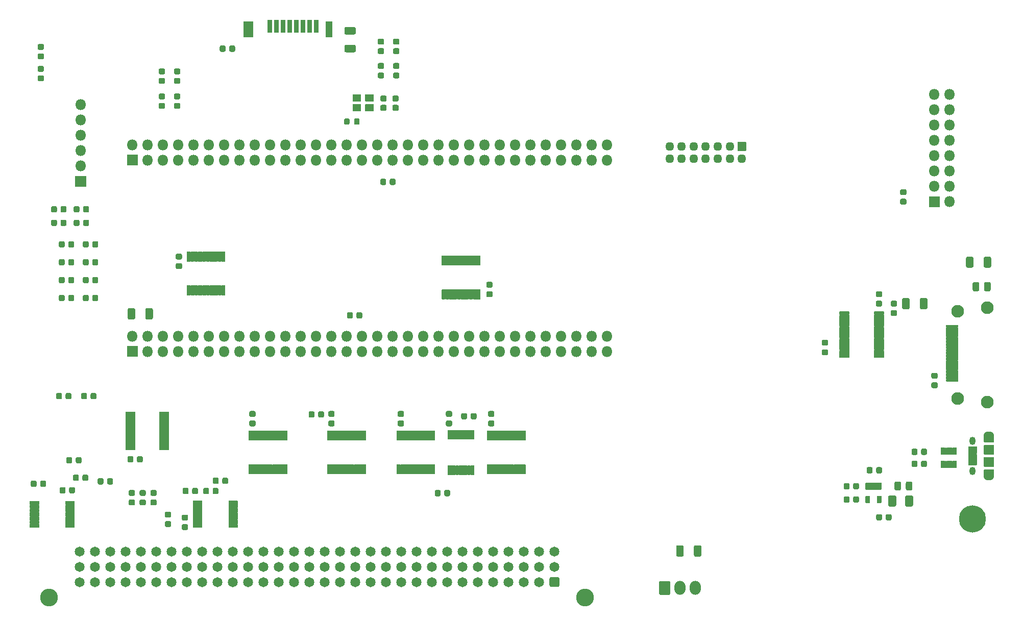
<source format=gbr>
G04 #@! TF.GenerationSoftware,KiCad,Pcbnew,5.1.9+dfsg1-1~bpo10+1*
G04 #@! TF.CreationDate,2023-03-23T15:40:10+01:00*
G04 #@! TF.ProjectId,nubus-to-ztex,6e756275-732d-4746-9f2d-7a7465782e6b,rev?*
G04 #@! TF.SameCoordinates,Original*
G04 #@! TF.FileFunction,Soldermask,Top*
G04 #@! TF.FilePolarity,Negative*
%FSLAX46Y46*%
G04 Gerber Fmt 4.6, Leading zero omitted, Abs format (unit mm)*
G04 Created by KiCad (PCBNEW 5.1.9+dfsg1-1~bpo10+1) date 2023-03-23 15:40:10*
%MOMM*%
%LPD*%
G01*
G04 APERTURE LIST*
%ADD10C,4.502000*%
%ADD11O,1.652000X0.992000*%
%ADD12O,1.052000X1.352000*%
%ADD13O,1.802000X1.802000*%
%ADD14O,1.452000X1.452000*%
%ADD15O,1.842000X2.302000*%
%ADD16C,2.102000*%
%ADD17C,2.952000*%
%ADD18C,1.652000*%
%ADD19C,0.100000*%
G04 APERTURE END LIST*
G36*
G01*
X265074999Y-79914000D02*
X265725001Y-79914000D01*
G75*
G02*
X265776000Y-79964999I0J-50999D01*
G01*
X265776000Y-81025001D01*
G75*
G02*
X265725001Y-81076000I-50999J0D01*
G01*
X265074999Y-81076000D01*
G75*
G02*
X265024000Y-81025001I0J50999D01*
G01*
X265024000Y-79964999D01*
G75*
G02*
X265074999Y-79914000I50999J0D01*
G01*
G37*
G36*
G01*
X266024999Y-79914000D02*
X266675001Y-79914000D01*
G75*
G02*
X266726000Y-79964999I0J-50999D01*
G01*
X266726000Y-81025001D01*
G75*
G02*
X266675001Y-81076000I-50999J0D01*
G01*
X266024999Y-81076000D01*
G75*
G02*
X265974000Y-81025001I0J50999D01*
G01*
X265974000Y-79964999D01*
G75*
G02*
X266024999Y-79914000I50999J0D01*
G01*
G37*
G36*
G01*
X264124999Y-79914000D02*
X264775001Y-79914000D01*
G75*
G02*
X264826000Y-79964999I0J-50999D01*
G01*
X264826000Y-81025001D01*
G75*
G02*
X264775001Y-81076000I-50999J0D01*
G01*
X264124999Y-81076000D01*
G75*
G02*
X264074000Y-81025001I0J50999D01*
G01*
X264074000Y-79964999D01*
G75*
G02*
X264124999Y-79914000I50999J0D01*
G01*
G37*
G36*
G01*
X264124999Y-77714000D02*
X264775001Y-77714000D01*
G75*
G02*
X264826000Y-77764999I0J-50999D01*
G01*
X264826000Y-78825001D01*
G75*
G02*
X264775001Y-78876000I-50999J0D01*
G01*
X264124999Y-78876000D01*
G75*
G02*
X264074000Y-78825001I0J50999D01*
G01*
X264074000Y-77764999D01*
G75*
G02*
X264124999Y-77714000I50999J0D01*
G01*
G37*
G36*
G01*
X265074999Y-77714000D02*
X265725001Y-77714000D01*
G75*
G02*
X265776000Y-77764999I0J-50999D01*
G01*
X265776000Y-78825001D01*
G75*
G02*
X265725001Y-78876000I-50999J0D01*
G01*
X265074999Y-78876000D01*
G75*
G02*
X265024000Y-78825001I0J50999D01*
G01*
X265024000Y-77764999D01*
G75*
G02*
X265074999Y-77714000I50999J0D01*
G01*
G37*
G36*
G01*
X266024999Y-77714000D02*
X266675001Y-77714000D01*
G75*
G02*
X266726000Y-77764999I0J-50999D01*
G01*
X266726000Y-78825001D01*
G75*
G02*
X266675001Y-78876000I-50999J0D01*
G01*
X266024999Y-78876000D01*
G75*
G02*
X265974000Y-78825001I0J50999D01*
G01*
X265974000Y-77764999D01*
G75*
G02*
X266024999Y-77714000I50999J0D01*
G01*
G37*
G36*
G01*
X223124000Y-95528828D02*
X223124000Y-94171172D01*
G75*
G02*
X223396172Y-93899000I272172J0D01*
G01*
X224103828Y-93899000D01*
G75*
G02*
X224376000Y-94171172I0J-272172D01*
G01*
X224376000Y-95528828D01*
G75*
G02*
X224103828Y-95801000I-272172J0D01*
G01*
X223396172Y-95801000D01*
G75*
G02*
X223124000Y-95528828I0J272172D01*
G01*
G37*
G36*
G01*
X220174000Y-95528828D02*
X220174000Y-94171172D01*
G75*
G02*
X220446172Y-93899000I272172J0D01*
G01*
X221153828Y-93899000D01*
G75*
G02*
X221426000Y-94171172I0J-272172D01*
G01*
X221426000Y-95528828D01*
G75*
G02*
X221153828Y-95801000I-272172J0D01*
G01*
X220446172Y-95801000D01*
G75*
G02*
X220174000Y-95528828I0J272172D01*
G01*
G37*
G36*
G01*
X258901000Y-53131172D02*
X258901000Y-54488828D01*
G75*
G02*
X258628828Y-54761000I-272172J0D01*
G01*
X257921172Y-54761000D01*
G75*
G02*
X257649000Y-54488828I0J272172D01*
G01*
X257649000Y-53131172D01*
G75*
G02*
X257921172Y-52859000I272172J0D01*
G01*
X258628828Y-52859000D01*
G75*
G02*
X258901000Y-53131172I0J-272172D01*
G01*
G37*
G36*
G01*
X261851000Y-53131172D02*
X261851000Y-54488828D01*
G75*
G02*
X261578828Y-54761000I-272172J0D01*
G01*
X260871172Y-54761000D01*
G75*
G02*
X260599000Y-54488828I0J272172D01*
G01*
X260599000Y-53131172D01*
G75*
G02*
X260871172Y-52859000I272172J0D01*
G01*
X261578828Y-52859000D01*
G75*
G02*
X261851000Y-53131172I0J-272172D01*
G01*
G37*
G36*
G01*
X166778828Y-9166000D02*
X165421172Y-9166000D01*
G75*
G02*
X165149000Y-8893828I0J272172D01*
G01*
X165149000Y-8186172D01*
G75*
G02*
X165421172Y-7914000I272172J0D01*
G01*
X166778828Y-7914000D01*
G75*
G02*
X167051000Y-8186172I0J-272172D01*
G01*
X167051000Y-8893828D01*
G75*
G02*
X166778828Y-9166000I-272172J0D01*
G01*
G37*
G36*
G01*
X166778828Y-12116000D02*
X165421172Y-12116000D01*
G75*
G02*
X165149000Y-11843828I0J272172D01*
G01*
X165149000Y-11136172D01*
G75*
G02*
X165421172Y-10864000I272172J0D01*
G01*
X166778828Y-10864000D01*
G75*
G02*
X167051000Y-11136172I0J-272172D01*
G01*
X167051000Y-11843828D01*
G75*
G02*
X166778828Y-12116000I-272172J0D01*
G01*
G37*
G36*
G01*
X132149000Y-56178828D02*
X132149000Y-54821172D01*
G75*
G02*
X132421172Y-54549000I272172J0D01*
G01*
X133128828Y-54549000D01*
G75*
G02*
X133401000Y-54821172I0J-272172D01*
G01*
X133401000Y-56178828D01*
G75*
G02*
X133128828Y-56451000I-272172J0D01*
G01*
X132421172Y-56451000D01*
G75*
G02*
X132149000Y-56178828I0J272172D01*
G01*
G37*
G36*
G01*
X129199000Y-56178828D02*
X129199000Y-54821172D01*
G75*
G02*
X129471172Y-54549000I272172J0D01*
G01*
X130178828Y-54549000D01*
G75*
G02*
X130451000Y-54821172I0J-272172D01*
G01*
X130451000Y-56178828D01*
G75*
G02*
X130178828Y-56451000I-272172J0D01*
G01*
X129471172Y-56451000D01*
G75*
G02*
X129199000Y-56178828I0J272172D01*
G01*
G37*
D10*
X269350000Y-89500000D03*
D11*
X272050000Y-75570000D03*
X272050000Y-82570000D03*
G36*
G01*
X272825001Y-76821000D02*
X271274999Y-76821000D01*
G75*
G02*
X271224000Y-76770001I0J50999D01*
G01*
X271224000Y-75569999D01*
G75*
G02*
X271274999Y-75519000I50999J0D01*
G01*
X272825001Y-75519000D01*
G75*
G02*
X272876000Y-75569999I0J-50999D01*
G01*
X272876000Y-76770001D01*
G75*
G02*
X272825001Y-76821000I-50999J0D01*
G01*
G37*
G36*
G01*
X272825001Y-82621000D02*
X271274999Y-82621000D01*
G75*
G02*
X271224000Y-82570001I0J50999D01*
G01*
X271224000Y-81369999D01*
G75*
G02*
X271274999Y-81319000I50999J0D01*
G01*
X272825001Y-81319000D01*
G75*
G02*
X272876000Y-81369999I0J-50999D01*
G01*
X272876000Y-82570001D01*
G75*
G02*
X272825001Y-82621000I-50999J0D01*
G01*
G37*
G36*
G01*
X272825000Y-78871000D02*
X271275000Y-78871000D01*
G75*
G02*
X271224000Y-78820000I0J51000D01*
G01*
X271224000Y-77320000D01*
G75*
G02*
X271275000Y-77269000I51000J0D01*
G01*
X272825000Y-77269000D01*
G75*
G02*
X272876000Y-77320000I0J-51000D01*
G01*
X272876000Y-78820000D01*
G75*
G02*
X272825000Y-78871000I-51000J0D01*
G01*
G37*
G36*
G01*
X272825000Y-80871000D02*
X271275000Y-80871000D01*
G75*
G02*
X271224000Y-80820000I0J51000D01*
G01*
X271224000Y-79320000D01*
G75*
G02*
X271275000Y-79269000I51000J0D01*
G01*
X272825000Y-79269000D01*
G75*
G02*
X272876000Y-79320000I0J-51000D01*
G01*
X272876000Y-80820000D01*
G75*
G02*
X272825000Y-80871000I-51000J0D01*
G01*
G37*
D12*
X269350000Y-76570000D03*
X269350000Y-81570000D03*
G36*
G01*
X270025000Y-78021000D02*
X268675000Y-78021000D01*
G75*
G02*
X268624000Y-77970000I0J51000D01*
G01*
X268624000Y-77570000D01*
G75*
G02*
X268675000Y-77519000I51000J0D01*
G01*
X270025000Y-77519000D01*
G75*
G02*
X270076000Y-77570000I0J-51000D01*
G01*
X270076000Y-77970000D01*
G75*
G02*
X270025000Y-78021000I-51000J0D01*
G01*
G37*
G36*
G01*
X270025000Y-78671000D02*
X268675000Y-78671000D01*
G75*
G02*
X268624000Y-78620000I0J51000D01*
G01*
X268624000Y-78220000D01*
G75*
G02*
X268675000Y-78169000I51000J0D01*
G01*
X270025000Y-78169000D01*
G75*
G02*
X270076000Y-78220000I0J-51000D01*
G01*
X270076000Y-78620000D01*
G75*
G02*
X270025000Y-78671000I-51000J0D01*
G01*
G37*
G36*
G01*
X270025000Y-79321000D02*
X268675000Y-79321000D01*
G75*
G02*
X268624000Y-79270000I0J51000D01*
G01*
X268624000Y-78870000D01*
G75*
G02*
X268675000Y-78819000I51000J0D01*
G01*
X270025000Y-78819000D01*
G75*
G02*
X270076000Y-78870000I0J-51000D01*
G01*
X270076000Y-79270000D01*
G75*
G02*
X270025000Y-79321000I-51000J0D01*
G01*
G37*
G36*
G01*
X270025000Y-79971000D02*
X268675000Y-79971000D01*
G75*
G02*
X268624000Y-79920000I0J51000D01*
G01*
X268624000Y-79520000D01*
G75*
G02*
X268675000Y-79469000I51000J0D01*
G01*
X270025000Y-79469000D01*
G75*
G02*
X270076000Y-79520000I0J-51000D01*
G01*
X270076000Y-79920000D01*
G75*
G02*
X270025000Y-79971000I-51000J0D01*
G01*
G37*
G36*
G01*
X270025000Y-80621000D02*
X268675000Y-80621000D01*
G75*
G02*
X268624000Y-80570000I0J51000D01*
G01*
X268624000Y-80170000D01*
G75*
G02*
X268675000Y-80119000I51000J0D01*
G01*
X270025000Y-80119000D01*
G75*
G02*
X270076000Y-80170000I0J-51000D01*
G01*
X270076000Y-80570000D01*
G75*
G02*
X270025000Y-80621000I-51000J0D01*
G01*
G37*
G36*
G01*
X130850000Y-30901000D02*
X129150000Y-30901000D01*
G75*
G02*
X129099000Y-30850000I0J51000D01*
G01*
X129099000Y-29150000D01*
G75*
G02*
X129150000Y-29099000I51000J0D01*
G01*
X130850000Y-29099000D01*
G75*
G02*
X130901000Y-29150000I0J-51000D01*
G01*
X130901000Y-30850000D01*
G75*
G02*
X130850000Y-30901000I-51000J0D01*
G01*
G37*
D13*
X130000000Y-27460000D03*
X132540000Y-30000000D03*
X132540000Y-27460000D03*
X135080000Y-30000000D03*
X135080000Y-27460000D03*
X137620000Y-30000000D03*
X137620000Y-27460000D03*
X140160000Y-30000000D03*
X140160000Y-27460000D03*
X142700000Y-30000000D03*
X142700000Y-27460000D03*
X145240000Y-30000000D03*
X145240000Y-27460000D03*
X147780000Y-30000000D03*
X147780000Y-27460000D03*
X150320000Y-30000000D03*
X150320000Y-27460000D03*
X152860000Y-30000000D03*
X152860000Y-27460000D03*
X155400000Y-30000000D03*
X155400000Y-27460000D03*
X157940000Y-30000000D03*
X157940000Y-27460000D03*
X160480000Y-30000000D03*
X160480000Y-27460000D03*
X163020000Y-30000000D03*
X163020000Y-27460000D03*
X165560000Y-30000000D03*
X165560000Y-27460000D03*
X168100000Y-30000000D03*
X168100000Y-27460000D03*
X170640000Y-30000000D03*
X170640000Y-27460000D03*
X173180000Y-30000000D03*
X173180000Y-27460000D03*
X175720000Y-30000000D03*
X175720000Y-27460000D03*
X178260000Y-30000000D03*
X178260000Y-27460000D03*
X180800000Y-30000000D03*
X180800000Y-27460000D03*
X183340000Y-30000000D03*
X183340000Y-27460000D03*
X185880000Y-30000000D03*
X185880000Y-27460000D03*
X188420000Y-30000000D03*
X188420000Y-27460000D03*
X190960000Y-30000000D03*
X190960000Y-27460000D03*
X193500000Y-30000000D03*
X193500000Y-27460000D03*
X196040000Y-30000000D03*
X196040000Y-27460000D03*
X198580000Y-30000000D03*
X198580000Y-27460000D03*
X201120000Y-30000000D03*
X201120000Y-27460000D03*
X203660000Y-30000000D03*
X203660000Y-27460000D03*
X206200000Y-30000000D03*
X206200000Y-27460000D03*
X208740000Y-30000000D03*
X208740000Y-27460000D03*
G36*
G01*
X130850000Y-62651000D02*
X129150000Y-62651000D01*
G75*
G02*
X129099000Y-62600000I0J51000D01*
G01*
X129099000Y-60900000D01*
G75*
G02*
X129150000Y-60849000I51000J0D01*
G01*
X130850000Y-60849000D01*
G75*
G02*
X130901000Y-60900000I0J-51000D01*
G01*
X130901000Y-62600000D01*
G75*
G02*
X130850000Y-62651000I-51000J0D01*
G01*
G37*
X130000000Y-59210000D03*
X132540000Y-61750000D03*
X132540000Y-59210000D03*
X135080000Y-61750000D03*
X135080000Y-59210000D03*
X137620000Y-61750000D03*
X137620000Y-59210000D03*
X140160000Y-61750000D03*
X140160000Y-59210000D03*
X142700000Y-61750000D03*
X142700000Y-59210000D03*
X145240000Y-61750000D03*
X145240000Y-59210000D03*
X147780000Y-61750000D03*
X147780000Y-59210000D03*
X150320000Y-61750000D03*
X150320000Y-59210000D03*
X152860000Y-61750000D03*
X152860000Y-59210000D03*
X155400000Y-61750000D03*
X155400000Y-59210000D03*
X157940000Y-61750000D03*
X157940000Y-59210000D03*
X160480000Y-61750000D03*
X160480000Y-59210000D03*
X163020000Y-61750000D03*
X163020000Y-59210000D03*
X165560000Y-61750000D03*
X165560000Y-59210000D03*
X168100000Y-61750000D03*
X168100000Y-59210000D03*
X170640000Y-61750000D03*
X170640000Y-59210000D03*
X173180000Y-61750000D03*
X173180000Y-59210000D03*
X175720000Y-61750000D03*
X175720000Y-59210000D03*
X178260000Y-61750000D03*
X178260000Y-59210000D03*
X180800000Y-61750000D03*
X180800000Y-59210000D03*
X183340000Y-61750000D03*
X183340000Y-59210000D03*
X185880000Y-61750000D03*
X185880000Y-59210000D03*
X188420000Y-61750000D03*
X188420000Y-59210000D03*
X190960000Y-61750000D03*
X190960000Y-59210000D03*
X193500000Y-61750000D03*
X193500000Y-59210000D03*
X196040000Y-61750000D03*
X196040000Y-59210000D03*
X198580000Y-61750000D03*
X198580000Y-59210000D03*
X201120000Y-61750000D03*
X201120000Y-59210000D03*
X203660000Y-61750000D03*
X203660000Y-59210000D03*
X206200000Y-61750000D03*
X206200000Y-59210000D03*
X208740000Y-61750000D03*
X208740000Y-59210000D03*
G36*
G01*
X150051000Y-7000000D02*
X150051000Y-9600000D01*
G75*
G02*
X150000000Y-9651000I-51000J0D01*
G01*
X148500000Y-9651000D01*
G75*
G02*
X148449000Y-9600000I0J51000D01*
G01*
X148449000Y-7000000D01*
G75*
G02*
X148500000Y-6949000I51000J0D01*
G01*
X150000000Y-6949000D01*
G75*
G02*
X150051000Y-7000000I0J-51000D01*
G01*
G37*
G36*
G01*
X163151000Y-7000000D02*
X163151000Y-9600000D01*
G75*
G02*
X163100000Y-9651000I-51000J0D01*
G01*
X162100000Y-9651000D01*
G75*
G02*
X162049000Y-9600000I0J51000D01*
G01*
X162049000Y-7000000D01*
G75*
G02*
X162100000Y-6949000I51000J0D01*
G01*
X163100000Y-6949000D01*
G75*
G02*
X163151000Y-7000000I0J-51000D01*
G01*
G37*
G36*
G01*
X153201000Y-6799999D02*
X153201000Y-8800001D01*
G75*
G02*
X153150001Y-8851000I-50999J0D01*
G01*
X152449999Y-8851000D01*
G75*
G02*
X152399000Y-8800001I0J50999D01*
G01*
X152399000Y-6799999D01*
G75*
G02*
X152449999Y-6749000I50999J0D01*
G01*
X153150001Y-6749000D01*
G75*
G02*
X153201000Y-6799999I0J-50999D01*
G01*
G37*
G36*
G01*
X154301000Y-6799999D02*
X154301000Y-8800001D01*
G75*
G02*
X154250001Y-8851000I-50999J0D01*
G01*
X153549999Y-8851000D01*
G75*
G02*
X153499000Y-8800001I0J50999D01*
G01*
X153499000Y-6799999D01*
G75*
G02*
X153549999Y-6749000I50999J0D01*
G01*
X154250001Y-6749000D01*
G75*
G02*
X154301000Y-6799999I0J-50999D01*
G01*
G37*
G36*
G01*
X155401000Y-6799999D02*
X155401000Y-8800001D01*
G75*
G02*
X155350001Y-8851000I-50999J0D01*
G01*
X154649999Y-8851000D01*
G75*
G02*
X154599000Y-8800001I0J50999D01*
G01*
X154599000Y-6799999D01*
G75*
G02*
X154649999Y-6749000I50999J0D01*
G01*
X155350001Y-6749000D01*
G75*
G02*
X155401000Y-6799999I0J-50999D01*
G01*
G37*
G36*
G01*
X156501000Y-6799999D02*
X156501000Y-8800001D01*
G75*
G02*
X156450001Y-8851000I-50999J0D01*
G01*
X155749999Y-8851000D01*
G75*
G02*
X155699000Y-8800001I0J50999D01*
G01*
X155699000Y-6799999D01*
G75*
G02*
X155749999Y-6749000I50999J0D01*
G01*
X156450001Y-6749000D01*
G75*
G02*
X156501000Y-6799999I0J-50999D01*
G01*
G37*
G36*
G01*
X157601000Y-6799999D02*
X157601000Y-8800001D01*
G75*
G02*
X157550001Y-8851000I-50999J0D01*
G01*
X156849999Y-8851000D01*
G75*
G02*
X156799000Y-8800001I0J50999D01*
G01*
X156799000Y-6799999D01*
G75*
G02*
X156849999Y-6749000I50999J0D01*
G01*
X157550001Y-6749000D01*
G75*
G02*
X157601000Y-6799999I0J-50999D01*
G01*
G37*
G36*
G01*
X158701000Y-6799999D02*
X158701000Y-8800001D01*
G75*
G02*
X158650001Y-8851000I-50999J0D01*
G01*
X157949999Y-8851000D01*
G75*
G02*
X157899000Y-8800001I0J50999D01*
G01*
X157899000Y-6799999D01*
G75*
G02*
X157949999Y-6749000I50999J0D01*
G01*
X158650001Y-6749000D01*
G75*
G02*
X158701000Y-6799999I0J-50999D01*
G01*
G37*
G36*
G01*
X159801000Y-6799999D02*
X159801000Y-8800001D01*
G75*
G02*
X159750001Y-8851000I-50999J0D01*
G01*
X159049999Y-8851000D01*
G75*
G02*
X158999000Y-8800001I0J50999D01*
G01*
X158999000Y-6799999D01*
G75*
G02*
X159049999Y-6749000I50999J0D01*
G01*
X159750001Y-6749000D01*
G75*
G02*
X159801000Y-6799999I0J-50999D01*
G01*
G37*
G36*
G01*
X160901000Y-6799999D02*
X160901000Y-8800001D01*
G75*
G02*
X160850001Y-8851000I-50999J0D01*
G01*
X160149999Y-8851000D01*
G75*
G02*
X160099000Y-8800001I0J50999D01*
G01*
X160099000Y-6799999D01*
G75*
G02*
X160149999Y-6749000I50999J0D01*
G01*
X160850001Y-6749000D01*
G75*
G02*
X160901000Y-6799999I0J-50999D01*
G01*
G37*
G36*
G01*
X170011000Y-20775000D02*
X170011000Y-21875000D01*
G75*
G02*
X169960000Y-21926000I-51000J0D01*
G01*
X168660000Y-21926000D01*
G75*
G02*
X168609000Y-21875000I0J51000D01*
G01*
X168609000Y-20775000D01*
G75*
G02*
X168660000Y-20724000I51000J0D01*
G01*
X169960000Y-20724000D01*
G75*
G02*
X170011000Y-20775000I0J-51000D01*
G01*
G37*
G36*
G01*
X167911000Y-20775000D02*
X167911000Y-21875000D01*
G75*
G02*
X167860000Y-21926000I-51000J0D01*
G01*
X166560000Y-21926000D01*
G75*
G02*
X166509000Y-21875000I0J51000D01*
G01*
X166509000Y-20775000D01*
G75*
G02*
X166560000Y-20724000I51000J0D01*
G01*
X167860000Y-20724000D01*
G75*
G02*
X167911000Y-20775000I0J-51000D01*
G01*
G37*
G36*
G01*
X167911000Y-19125000D02*
X167911000Y-20225000D01*
G75*
G02*
X167860000Y-20276000I-51000J0D01*
G01*
X166560000Y-20276000D01*
G75*
G02*
X166509000Y-20225000I0J51000D01*
G01*
X166509000Y-19125000D01*
G75*
G02*
X166560000Y-19074000I51000J0D01*
G01*
X167860000Y-19074000D01*
G75*
G02*
X167911000Y-19125000I0J-51000D01*
G01*
G37*
G36*
G01*
X170011000Y-19125000D02*
X170011000Y-20225000D01*
G75*
G02*
X169960000Y-20276000I-51000J0D01*
G01*
X168660000Y-20276000D01*
G75*
G02*
X168609000Y-20225000I0J51000D01*
G01*
X168609000Y-19125000D01*
G75*
G02*
X168660000Y-19074000I51000J0D01*
G01*
X169960000Y-19074000D01*
G75*
G02*
X170011000Y-19125000I0J-51000D01*
G01*
G37*
G36*
G01*
X118079000Y-38440084D02*
X118079000Y-37876584D01*
G75*
G02*
X118323250Y-37632334I244250J0D01*
G01*
X118811750Y-37632334D01*
G75*
G02*
X119056000Y-37876584I0J-244250D01*
G01*
X119056000Y-38440084D01*
G75*
G02*
X118811750Y-38684334I-244250J0D01*
G01*
X118323250Y-38684334D01*
G75*
G02*
X118079000Y-38440084I0J244250D01*
G01*
G37*
G36*
G01*
X116504000Y-38440084D02*
X116504000Y-37876584D01*
G75*
G02*
X116748250Y-37632334I244250J0D01*
G01*
X117236750Y-37632334D01*
G75*
G02*
X117481000Y-37876584I0J-244250D01*
G01*
X117481000Y-38440084D01*
G75*
G02*
X117236750Y-38684334I-244250J0D01*
G01*
X116748250Y-38684334D01*
G75*
G02*
X116504000Y-38440084I0J244250D01*
G01*
G37*
G36*
G01*
X118079000Y-40691750D02*
X118079000Y-40128250D01*
G75*
G02*
X118323250Y-39884000I244250J0D01*
G01*
X118811750Y-39884000D01*
G75*
G02*
X119056000Y-40128250I0J-244250D01*
G01*
X119056000Y-40691750D01*
G75*
G02*
X118811750Y-40936000I-244250J0D01*
G01*
X118323250Y-40936000D01*
G75*
G02*
X118079000Y-40691750I0J244250D01*
G01*
G37*
G36*
G01*
X116504000Y-40691750D02*
X116504000Y-40128250D01*
G75*
G02*
X116748250Y-39884000I244250J0D01*
G01*
X117236750Y-39884000D01*
G75*
G02*
X117481000Y-40128250I0J-244250D01*
G01*
X117481000Y-40691750D01*
G75*
G02*
X117236750Y-40936000I-244250J0D01*
G01*
X116748250Y-40936000D01*
G75*
G02*
X116504000Y-40691750I0J244250D01*
G01*
G37*
G36*
G01*
X122753634Y-43695292D02*
X122753634Y-44258792D01*
G75*
G02*
X122509384Y-44503042I-244250J0D01*
G01*
X122020884Y-44503042D01*
G75*
G02*
X121776634Y-44258792I0J244250D01*
G01*
X121776634Y-43695292D01*
G75*
G02*
X122020884Y-43451042I244250J0D01*
G01*
X122509384Y-43451042D01*
G75*
G02*
X122753634Y-43695292I0J-244250D01*
G01*
G37*
G36*
G01*
X124328634Y-43695292D02*
X124328634Y-44258792D01*
G75*
G02*
X124084384Y-44503042I-244250J0D01*
G01*
X123595884Y-44503042D01*
G75*
G02*
X123351634Y-44258792I0J244250D01*
G01*
X123351634Y-43695292D01*
G75*
G02*
X123595884Y-43451042I244250J0D01*
G01*
X124084384Y-43451042D01*
G75*
G02*
X124328634Y-43695292I0J-244250D01*
G01*
G37*
G36*
G01*
X122753634Y-46661958D02*
X122753634Y-47225458D01*
G75*
G02*
X122509384Y-47469708I-244250J0D01*
G01*
X122020884Y-47469708D01*
G75*
G02*
X121776634Y-47225458I0J244250D01*
G01*
X121776634Y-46661958D01*
G75*
G02*
X122020884Y-46417708I244250J0D01*
G01*
X122509384Y-46417708D01*
G75*
G02*
X122753634Y-46661958I0J-244250D01*
G01*
G37*
G36*
G01*
X124328634Y-46661958D02*
X124328634Y-47225458D01*
G75*
G02*
X124084384Y-47469708I-244250J0D01*
G01*
X123595884Y-47469708D01*
G75*
G02*
X123351634Y-47225458I0J244250D01*
G01*
X123351634Y-46661958D01*
G75*
G02*
X123595884Y-46417708I244250J0D01*
G01*
X124084384Y-46417708D01*
G75*
G02*
X124328634Y-46661958I0J-244250D01*
G01*
G37*
G36*
G01*
X122753634Y-49628624D02*
X122753634Y-50192124D01*
G75*
G02*
X122509384Y-50436374I-244250J0D01*
G01*
X122020884Y-50436374D01*
G75*
G02*
X121776634Y-50192124I0J244250D01*
G01*
X121776634Y-49628624D01*
G75*
G02*
X122020884Y-49384374I244250J0D01*
G01*
X122509384Y-49384374D01*
G75*
G02*
X122753634Y-49628624I0J-244250D01*
G01*
G37*
G36*
G01*
X124328634Y-49628624D02*
X124328634Y-50192124D01*
G75*
G02*
X124084384Y-50436374I-244250J0D01*
G01*
X123595884Y-50436374D01*
G75*
G02*
X123351634Y-50192124I0J244250D01*
G01*
X123351634Y-49628624D01*
G75*
G02*
X123595884Y-49384374I244250J0D01*
G01*
X124084384Y-49384374D01*
G75*
G02*
X124328634Y-49628624I0J-244250D01*
G01*
G37*
G36*
G01*
X122753634Y-52595292D02*
X122753634Y-53158792D01*
G75*
G02*
X122509384Y-53403042I-244250J0D01*
G01*
X122020884Y-53403042D01*
G75*
G02*
X121776634Y-53158792I0J244250D01*
G01*
X121776634Y-52595292D01*
G75*
G02*
X122020884Y-52351042I244250J0D01*
G01*
X122509384Y-52351042D01*
G75*
G02*
X122753634Y-52595292I0J-244250D01*
G01*
G37*
G36*
G01*
X124328634Y-52595292D02*
X124328634Y-53158792D01*
G75*
G02*
X124084384Y-53403042I-244250J0D01*
G01*
X123595884Y-53403042D01*
G75*
G02*
X123351634Y-53158792I0J244250D01*
G01*
X123351634Y-52595292D01*
G75*
G02*
X123595884Y-52351042I244250J0D01*
G01*
X124084384Y-52351042D01*
G75*
G02*
X124328634Y-52595292I0J-244250D01*
G01*
G37*
G36*
G01*
X170922439Y-11430035D02*
X171485939Y-11430035D01*
G75*
G02*
X171730189Y-11674285I0J-244250D01*
G01*
X171730189Y-12162785D01*
G75*
G02*
X171485939Y-12407035I-244250J0D01*
G01*
X170922439Y-12407035D01*
G75*
G02*
X170678189Y-12162785I0J244250D01*
G01*
X170678189Y-11674285D01*
G75*
G02*
X170922439Y-11430035I244250J0D01*
G01*
G37*
G36*
G01*
X170922439Y-9855035D02*
X171485939Y-9855035D01*
G75*
G02*
X171730189Y-10099285I0J-244250D01*
G01*
X171730189Y-10587785D01*
G75*
G02*
X171485939Y-10832035I-244250J0D01*
G01*
X170922439Y-10832035D01*
G75*
G02*
X170678189Y-10587785I0J244250D01*
G01*
X170678189Y-10099285D01*
G75*
G02*
X170922439Y-9855035I244250J0D01*
G01*
G37*
G36*
G01*
X173462439Y-11430035D02*
X174025939Y-11430035D01*
G75*
G02*
X174270189Y-11674285I0J-244250D01*
G01*
X174270189Y-12162785D01*
G75*
G02*
X174025939Y-12407035I-244250J0D01*
G01*
X173462439Y-12407035D01*
G75*
G02*
X173218189Y-12162785I0J244250D01*
G01*
X173218189Y-11674285D01*
G75*
G02*
X173462439Y-11430035I244250J0D01*
G01*
G37*
G36*
G01*
X173462439Y-9855035D02*
X174025939Y-9855035D01*
G75*
G02*
X174270189Y-10099285I0J-244250D01*
G01*
X174270189Y-10587785D01*
G75*
G02*
X174025939Y-10832035I-244250J0D01*
G01*
X173462439Y-10832035D01*
G75*
G02*
X173218189Y-10587785I0J244250D01*
G01*
X173218189Y-10099285D01*
G75*
G02*
X173462439Y-9855035I244250J0D01*
G01*
G37*
G36*
G01*
X122461000Y-68868250D02*
X122461000Y-69431750D01*
G75*
G02*
X122216750Y-69676000I-244250J0D01*
G01*
X121728250Y-69676000D01*
G75*
G02*
X121484000Y-69431750I0J244250D01*
G01*
X121484000Y-68868250D01*
G75*
G02*
X121728250Y-68624000I244250J0D01*
G01*
X122216750Y-68624000D01*
G75*
G02*
X122461000Y-68868250I0J-244250D01*
G01*
G37*
G36*
G01*
X124036000Y-68868250D02*
X124036000Y-69431750D01*
G75*
G02*
X123791750Y-69676000I-244250J0D01*
G01*
X123303250Y-69676000D01*
G75*
G02*
X123059000Y-69431750I0J244250D01*
G01*
X123059000Y-68868250D01*
G75*
G02*
X123303250Y-68624000I244250J0D01*
G01*
X123791750Y-68624000D01*
G75*
G02*
X124036000Y-68868250I0J-244250D01*
G01*
G37*
G36*
G01*
X137691750Y-19911293D02*
X137128250Y-19911293D01*
G75*
G02*
X136884000Y-19667043I0J244250D01*
G01*
X136884000Y-19178543D01*
G75*
G02*
X137128250Y-18934293I244250J0D01*
G01*
X137691750Y-18934293D01*
G75*
G02*
X137936000Y-19178543I0J-244250D01*
G01*
X137936000Y-19667043D01*
G75*
G02*
X137691750Y-19911293I-244250J0D01*
G01*
G37*
G36*
G01*
X137691750Y-21486293D02*
X137128250Y-21486293D01*
G75*
G02*
X136884000Y-21242043I0J244250D01*
G01*
X136884000Y-20753543D01*
G75*
G02*
X137128250Y-20509293I244250J0D01*
G01*
X137691750Y-20509293D01*
G75*
G02*
X137936000Y-20753543I0J-244250D01*
G01*
X137936000Y-21242043D01*
G75*
G02*
X137691750Y-21486293I-244250J0D01*
G01*
G37*
G36*
G01*
X135161750Y-19911293D02*
X134598250Y-19911293D01*
G75*
G02*
X134354000Y-19667043I0J244250D01*
G01*
X134354000Y-19178543D01*
G75*
G02*
X134598250Y-18934293I244250J0D01*
G01*
X135161750Y-18934293D01*
G75*
G02*
X135406000Y-19178543I0J-244250D01*
G01*
X135406000Y-19667043D01*
G75*
G02*
X135161750Y-19911293I-244250J0D01*
G01*
G37*
G36*
G01*
X135161750Y-21486293D02*
X134598250Y-21486293D01*
G75*
G02*
X134354000Y-21242043I0J244250D01*
G01*
X134354000Y-20753543D01*
G75*
G02*
X134598250Y-20509293I244250J0D01*
G01*
X135161750Y-20509293D01*
G75*
G02*
X135406000Y-20753543I0J-244250D01*
G01*
X135406000Y-21242043D01*
G75*
G02*
X135161750Y-21486293I-244250J0D01*
G01*
G37*
G36*
G01*
X115081750Y-15351000D02*
X114518250Y-15351000D01*
G75*
G02*
X114274000Y-15106750I0J244250D01*
G01*
X114274000Y-14618250D01*
G75*
G02*
X114518250Y-14374000I244250J0D01*
G01*
X115081750Y-14374000D01*
G75*
G02*
X115326000Y-14618250I0J-244250D01*
G01*
X115326000Y-15106750D01*
G75*
G02*
X115081750Y-15351000I-244250J0D01*
G01*
G37*
G36*
G01*
X115081750Y-16926000D02*
X114518250Y-16926000D01*
G75*
G02*
X114274000Y-16681750I0J244250D01*
G01*
X114274000Y-16193250D01*
G75*
G02*
X114518250Y-15949000I244250J0D01*
G01*
X115081750Y-15949000D01*
G75*
G02*
X115326000Y-16193250I0J-244250D01*
G01*
X115326000Y-16681750D01*
G75*
G02*
X115081750Y-16926000I-244250J0D01*
G01*
G37*
G36*
G01*
X269488500Y-46276663D02*
X269488500Y-47583337D01*
G75*
G02*
X269215837Y-47856000I-272663J0D01*
G01*
X268534163Y-47856000D01*
G75*
G02*
X268261500Y-47583337I0J272663D01*
G01*
X268261500Y-46276663D01*
G75*
G02*
X268534163Y-46004000I272663J0D01*
G01*
X269215837Y-46004000D01*
G75*
G02*
X269488500Y-46276663I0J-272663D01*
G01*
G37*
G36*
G01*
X272413500Y-46276663D02*
X272413500Y-47583337D01*
G75*
G02*
X272140837Y-47856000I-272663J0D01*
G01*
X271459163Y-47856000D01*
G75*
G02*
X271186500Y-47583337I0J272663D01*
G01*
X271186500Y-46276663D01*
G75*
G02*
X271459163Y-46004000I272663J0D01*
G01*
X272140837Y-46004000D01*
G75*
G02*
X272413500Y-46276663I0J-272663D01*
G01*
G37*
X265540000Y-19110000D03*
X263000000Y-19110000D03*
X265540000Y-21650000D03*
X263000000Y-21650000D03*
X265540000Y-24190000D03*
X263000000Y-24190000D03*
X265540000Y-26730000D03*
X263000000Y-26730000D03*
X265540000Y-29270000D03*
X263000000Y-29270000D03*
X265540000Y-31810000D03*
X263000000Y-31810000D03*
X265540000Y-34350000D03*
X263000000Y-34350000D03*
X265540000Y-36890000D03*
G36*
G01*
X263901000Y-36040000D02*
X263901000Y-37740000D01*
G75*
G02*
X263850000Y-37791000I-51000J0D01*
G01*
X262150000Y-37791000D01*
G75*
G02*
X262099000Y-37740000I0J51000D01*
G01*
X262099000Y-36040000D01*
G75*
G02*
X262150000Y-35989000I51000J0D01*
G01*
X263850000Y-35989000D01*
G75*
G02*
X263901000Y-36040000I0J-51000D01*
G01*
G37*
D14*
X219080000Y-29730000D03*
X219080000Y-27730000D03*
X221080000Y-29730000D03*
X221080000Y-27730000D03*
X223080000Y-29730000D03*
X223080000Y-27730000D03*
X225080000Y-29730000D03*
X225080000Y-27730000D03*
X227080000Y-29730000D03*
X227080000Y-27730000D03*
X229080000Y-29730000D03*
X229080000Y-27730000D03*
X231080000Y-29730000D03*
G36*
G01*
X230405000Y-27004000D02*
X231755000Y-27004000D01*
G75*
G02*
X231806000Y-27055000I0J-51000D01*
G01*
X231806000Y-28405000D01*
G75*
G02*
X231755000Y-28456000I-51000J0D01*
G01*
X230405000Y-28456000D01*
G75*
G02*
X230354000Y-28405000I0J51000D01*
G01*
X230354000Y-27055000D01*
G75*
G02*
X230405000Y-27004000I51000J0D01*
G01*
G37*
G36*
G01*
X166759000Y-23900500D02*
X166759000Y-23299500D01*
G75*
G02*
X166984500Y-23074000I225500J0D01*
G01*
X167435500Y-23074000D01*
G75*
G02*
X167661000Y-23299500I0J-225500D01*
G01*
X167661000Y-23900500D01*
G75*
G02*
X167435500Y-24126000I-225500J0D01*
G01*
X166984500Y-24126000D01*
G75*
G02*
X166759000Y-23900500I0J225500D01*
G01*
G37*
G36*
G01*
X165109000Y-23900500D02*
X165109000Y-23299500D01*
G75*
G02*
X165334500Y-23074000I225500J0D01*
G01*
X165785500Y-23074000D01*
G75*
G02*
X166011000Y-23299500I0J-225500D01*
G01*
X166011000Y-23900500D01*
G75*
G02*
X165785500Y-24126000I-225500J0D01*
G01*
X165334500Y-24126000D01*
G75*
G02*
X165109000Y-23900500I0J225500D01*
G01*
G37*
G36*
G01*
X171910500Y-20276000D02*
X171359500Y-20276000D01*
G75*
G02*
X171109000Y-20025500I0J250500D01*
G01*
X171109000Y-19524500D01*
G75*
G02*
X171359500Y-19274000I250500J0D01*
G01*
X171910500Y-19274000D01*
G75*
G02*
X172161000Y-19524500I0J-250500D01*
G01*
X172161000Y-20025500D01*
G75*
G02*
X171910500Y-20276000I-250500J0D01*
G01*
G37*
G36*
G01*
X171910500Y-21826000D02*
X171359500Y-21826000D01*
G75*
G02*
X171109000Y-21575500I0J250500D01*
G01*
X171109000Y-21074500D01*
G75*
G02*
X171359500Y-20824000I250500J0D01*
G01*
X171910500Y-20824000D01*
G75*
G02*
X172161000Y-21074500I0J-250500D01*
G01*
X172161000Y-21575500D01*
G75*
G02*
X171910500Y-21826000I-250500J0D01*
G01*
G37*
G36*
G01*
X173910500Y-20276000D02*
X173359500Y-20276000D01*
G75*
G02*
X173109000Y-20025500I0J250500D01*
G01*
X173109000Y-19524500D01*
G75*
G02*
X173359500Y-19274000I250500J0D01*
G01*
X173910500Y-19274000D01*
G75*
G02*
X174161000Y-19524500I0J-250500D01*
G01*
X174161000Y-20025500D01*
G75*
G02*
X173910500Y-20276000I-250500J0D01*
G01*
G37*
G36*
G01*
X173910500Y-21826000D02*
X173359500Y-21826000D01*
G75*
G02*
X173109000Y-21575500I0J250500D01*
G01*
X173109000Y-21074500D01*
G75*
G02*
X173359500Y-20824000I250500J0D01*
G01*
X173910500Y-20824000D01*
G75*
G02*
X174161000Y-21074500I0J-250500D01*
G01*
X174161000Y-21575500D01*
G75*
G02*
X173910500Y-21826000I-250500J0D01*
G01*
G37*
G36*
G01*
X122301000Y-32678000D02*
X122301000Y-34378000D01*
G75*
G02*
X122250000Y-34429000I-51000J0D01*
G01*
X120550000Y-34429000D01*
G75*
G02*
X120499000Y-34378000I0J51000D01*
G01*
X120499000Y-32678000D01*
G75*
G02*
X120550000Y-32627000I51000J0D01*
G01*
X122250000Y-32627000D01*
G75*
G02*
X122301000Y-32678000I0J-51000D01*
G01*
G37*
D13*
X121400000Y-30988000D03*
X121400000Y-28448000D03*
X121400000Y-25908000D03*
X121400000Y-23368000D03*
X121400000Y-20828000D03*
G36*
G01*
X270451000Y-50499500D02*
X270451000Y-51500500D01*
G75*
G02*
X270175500Y-51776000I-275500J0D01*
G01*
X269624500Y-51776000D01*
G75*
G02*
X269349000Y-51500500I0J275500D01*
G01*
X269349000Y-50499500D01*
G75*
G02*
X269624500Y-50224000I275500J0D01*
G01*
X270175500Y-50224000D01*
G75*
G02*
X270451000Y-50499500I0J-275500D01*
G01*
G37*
G36*
G01*
X272351000Y-50499500D02*
X272351000Y-51500500D01*
G75*
G02*
X272075500Y-51776000I-275500J0D01*
G01*
X271524500Y-51776000D01*
G75*
G02*
X271249000Y-51500500I0J275500D01*
G01*
X271249000Y-50499500D01*
G75*
G02*
X271524500Y-50224000I275500J0D01*
G01*
X272075500Y-50224000D01*
G75*
G02*
X272351000Y-50499500I0J-275500D01*
G01*
G37*
G36*
G01*
X129164000Y-79921750D02*
X129164000Y-79358250D01*
G75*
G02*
X129408250Y-79114000I244250J0D01*
G01*
X129896750Y-79114000D01*
G75*
G02*
X130141000Y-79358250I0J-244250D01*
G01*
X130141000Y-79921750D01*
G75*
G02*
X129896750Y-80166000I-244250J0D01*
G01*
X129408250Y-80166000D01*
G75*
G02*
X129164000Y-79921750I0J244250D01*
G01*
G37*
G36*
G01*
X130739000Y-79921750D02*
X130739000Y-79358250D01*
G75*
G02*
X130983250Y-79114000I244250J0D01*
G01*
X131471750Y-79114000D01*
G75*
G02*
X131716000Y-79358250I0J-244250D01*
G01*
X131716000Y-79921750D01*
G75*
G02*
X131471750Y-80166000I-244250J0D01*
G01*
X130983250Y-80166000D01*
G75*
G02*
X130739000Y-79921750I0J244250D01*
G01*
G37*
G36*
G01*
X136076000Y-77640000D02*
X136076000Y-78090000D01*
G75*
G02*
X136025000Y-78141000I-51000J0D01*
G01*
X134475000Y-78141000D01*
G75*
G02*
X134424000Y-78090000I0J51000D01*
G01*
X134424000Y-77640000D01*
G75*
G02*
X134475000Y-77589000I51000J0D01*
G01*
X136025000Y-77589000D01*
G75*
G02*
X136076000Y-77640000I0J-51000D01*
G01*
G37*
G36*
G01*
X136076000Y-76990000D02*
X136076000Y-77440000D01*
G75*
G02*
X136025000Y-77491000I-51000J0D01*
G01*
X134475000Y-77491000D01*
G75*
G02*
X134424000Y-77440000I0J51000D01*
G01*
X134424000Y-76990000D01*
G75*
G02*
X134475000Y-76939000I51000J0D01*
G01*
X136025000Y-76939000D01*
G75*
G02*
X136076000Y-76990000I0J-51000D01*
G01*
G37*
G36*
G01*
X136076000Y-76340000D02*
X136076000Y-76790000D01*
G75*
G02*
X136025000Y-76841000I-51000J0D01*
G01*
X134475000Y-76841000D01*
G75*
G02*
X134424000Y-76790000I0J51000D01*
G01*
X134424000Y-76340000D01*
G75*
G02*
X134475000Y-76289000I51000J0D01*
G01*
X136025000Y-76289000D01*
G75*
G02*
X136076000Y-76340000I0J-51000D01*
G01*
G37*
G36*
G01*
X136076000Y-75690000D02*
X136076000Y-76140000D01*
G75*
G02*
X136025000Y-76191000I-51000J0D01*
G01*
X134475000Y-76191000D01*
G75*
G02*
X134424000Y-76140000I0J51000D01*
G01*
X134424000Y-75690000D01*
G75*
G02*
X134475000Y-75639000I51000J0D01*
G01*
X136025000Y-75639000D01*
G75*
G02*
X136076000Y-75690000I0J-51000D01*
G01*
G37*
G36*
G01*
X136076000Y-75040000D02*
X136076000Y-75490000D01*
G75*
G02*
X136025000Y-75541000I-51000J0D01*
G01*
X134475000Y-75541000D01*
G75*
G02*
X134424000Y-75490000I0J51000D01*
G01*
X134424000Y-75040000D01*
G75*
G02*
X134475000Y-74989000I51000J0D01*
G01*
X136025000Y-74989000D01*
G75*
G02*
X136076000Y-75040000I0J-51000D01*
G01*
G37*
G36*
G01*
X136076000Y-74390000D02*
X136076000Y-74840000D01*
G75*
G02*
X136025000Y-74891000I-51000J0D01*
G01*
X134475000Y-74891000D01*
G75*
G02*
X134424000Y-74840000I0J51000D01*
G01*
X134424000Y-74390000D01*
G75*
G02*
X134475000Y-74339000I51000J0D01*
G01*
X136025000Y-74339000D01*
G75*
G02*
X136076000Y-74390000I0J-51000D01*
G01*
G37*
G36*
G01*
X136076000Y-73740000D02*
X136076000Y-74190000D01*
G75*
G02*
X136025000Y-74241000I-51000J0D01*
G01*
X134475000Y-74241000D01*
G75*
G02*
X134424000Y-74190000I0J51000D01*
G01*
X134424000Y-73740000D01*
G75*
G02*
X134475000Y-73689000I51000J0D01*
G01*
X136025000Y-73689000D01*
G75*
G02*
X136076000Y-73740000I0J-51000D01*
G01*
G37*
G36*
G01*
X136076000Y-73090000D02*
X136076000Y-73540000D01*
G75*
G02*
X136025000Y-73591000I-51000J0D01*
G01*
X134475000Y-73591000D01*
G75*
G02*
X134424000Y-73540000I0J51000D01*
G01*
X134424000Y-73090000D01*
G75*
G02*
X134475000Y-73039000I51000J0D01*
G01*
X136025000Y-73039000D01*
G75*
G02*
X136076000Y-73090000I0J-51000D01*
G01*
G37*
G36*
G01*
X136076000Y-72440000D02*
X136076000Y-72890000D01*
G75*
G02*
X136025000Y-72941000I-51000J0D01*
G01*
X134475000Y-72941000D01*
G75*
G02*
X134424000Y-72890000I0J51000D01*
G01*
X134424000Y-72440000D01*
G75*
G02*
X134475000Y-72389000I51000J0D01*
G01*
X136025000Y-72389000D01*
G75*
G02*
X136076000Y-72440000I0J-51000D01*
G01*
G37*
G36*
G01*
X136076000Y-71790000D02*
X136076000Y-72240000D01*
G75*
G02*
X136025000Y-72291000I-51000J0D01*
G01*
X134475000Y-72291000D01*
G75*
G02*
X134424000Y-72240000I0J51000D01*
G01*
X134424000Y-71790000D01*
G75*
G02*
X134475000Y-71739000I51000J0D01*
G01*
X136025000Y-71739000D01*
G75*
G02*
X136076000Y-71790000I0J-51000D01*
G01*
G37*
G36*
G01*
X130476000Y-71790000D02*
X130476000Y-72240000D01*
G75*
G02*
X130425000Y-72291000I-51000J0D01*
G01*
X128875000Y-72291000D01*
G75*
G02*
X128824000Y-72240000I0J51000D01*
G01*
X128824000Y-71790000D01*
G75*
G02*
X128875000Y-71739000I51000J0D01*
G01*
X130425000Y-71739000D01*
G75*
G02*
X130476000Y-71790000I0J-51000D01*
G01*
G37*
G36*
G01*
X130476000Y-72440000D02*
X130476000Y-72890000D01*
G75*
G02*
X130425000Y-72941000I-51000J0D01*
G01*
X128875000Y-72941000D01*
G75*
G02*
X128824000Y-72890000I0J51000D01*
G01*
X128824000Y-72440000D01*
G75*
G02*
X128875000Y-72389000I51000J0D01*
G01*
X130425000Y-72389000D01*
G75*
G02*
X130476000Y-72440000I0J-51000D01*
G01*
G37*
G36*
G01*
X130476000Y-73090000D02*
X130476000Y-73540000D01*
G75*
G02*
X130425000Y-73591000I-51000J0D01*
G01*
X128875000Y-73591000D01*
G75*
G02*
X128824000Y-73540000I0J51000D01*
G01*
X128824000Y-73090000D01*
G75*
G02*
X128875000Y-73039000I51000J0D01*
G01*
X130425000Y-73039000D01*
G75*
G02*
X130476000Y-73090000I0J-51000D01*
G01*
G37*
G36*
G01*
X130476000Y-73740000D02*
X130476000Y-74190000D01*
G75*
G02*
X130425000Y-74241000I-51000J0D01*
G01*
X128875000Y-74241000D01*
G75*
G02*
X128824000Y-74190000I0J51000D01*
G01*
X128824000Y-73740000D01*
G75*
G02*
X128875000Y-73689000I51000J0D01*
G01*
X130425000Y-73689000D01*
G75*
G02*
X130476000Y-73740000I0J-51000D01*
G01*
G37*
G36*
G01*
X130476000Y-74390000D02*
X130476000Y-74840000D01*
G75*
G02*
X130425000Y-74891000I-51000J0D01*
G01*
X128875000Y-74891000D01*
G75*
G02*
X128824000Y-74840000I0J51000D01*
G01*
X128824000Y-74390000D01*
G75*
G02*
X128875000Y-74339000I51000J0D01*
G01*
X130425000Y-74339000D01*
G75*
G02*
X130476000Y-74390000I0J-51000D01*
G01*
G37*
G36*
G01*
X130476000Y-75040000D02*
X130476000Y-75490000D01*
G75*
G02*
X130425000Y-75541000I-51000J0D01*
G01*
X128875000Y-75541000D01*
G75*
G02*
X128824000Y-75490000I0J51000D01*
G01*
X128824000Y-75040000D01*
G75*
G02*
X128875000Y-74989000I51000J0D01*
G01*
X130425000Y-74989000D01*
G75*
G02*
X130476000Y-75040000I0J-51000D01*
G01*
G37*
G36*
G01*
X130476000Y-75690000D02*
X130476000Y-76140000D01*
G75*
G02*
X130425000Y-76191000I-51000J0D01*
G01*
X128875000Y-76191000D01*
G75*
G02*
X128824000Y-76140000I0J51000D01*
G01*
X128824000Y-75690000D01*
G75*
G02*
X128875000Y-75639000I51000J0D01*
G01*
X130425000Y-75639000D01*
G75*
G02*
X130476000Y-75690000I0J-51000D01*
G01*
G37*
G36*
G01*
X130476000Y-76340000D02*
X130476000Y-76790000D01*
G75*
G02*
X130425000Y-76841000I-51000J0D01*
G01*
X128875000Y-76841000D01*
G75*
G02*
X128824000Y-76790000I0J51000D01*
G01*
X128824000Y-76340000D01*
G75*
G02*
X128875000Y-76289000I51000J0D01*
G01*
X130425000Y-76289000D01*
G75*
G02*
X130476000Y-76340000I0J-51000D01*
G01*
G37*
G36*
G01*
X130476000Y-76990000D02*
X130476000Y-77440000D01*
G75*
G02*
X130425000Y-77491000I-51000J0D01*
G01*
X128875000Y-77491000D01*
G75*
G02*
X128824000Y-77440000I0J51000D01*
G01*
X128824000Y-76990000D01*
G75*
G02*
X128875000Y-76939000I51000J0D01*
G01*
X130425000Y-76939000D01*
G75*
G02*
X130476000Y-76990000I0J-51000D01*
G01*
G37*
G36*
G01*
X130476000Y-77640000D02*
X130476000Y-78090000D01*
G75*
G02*
X130425000Y-78141000I-51000J0D01*
G01*
X128875000Y-78141000D01*
G75*
G02*
X128824000Y-78090000I0J51000D01*
G01*
X128824000Y-77640000D01*
G75*
G02*
X128875000Y-77589000I51000J0D01*
G01*
X130425000Y-77589000D01*
G75*
G02*
X130476000Y-77640000I0J-51000D01*
G01*
G37*
G36*
G01*
X189493121Y-52738953D02*
X188929621Y-52738953D01*
G75*
G02*
X188685371Y-52494703I0J244250D01*
G01*
X188685371Y-52006203D01*
G75*
G02*
X188929621Y-51761953I244250J0D01*
G01*
X189493121Y-51761953D01*
G75*
G02*
X189737371Y-52006203I0J-244250D01*
G01*
X189737371Y-52494703D01*
G75*
G02*
X189493121Y-52738953I-244250J0D01*
G01*
G37*
G36*
G01*
X189493121Y-51163953D02*
X188929621Y-51163953D01*
G75*
G02*
X188685371Y-50919703I0J244250D01*
G01*
X188685371Y-50431203D01*
G75*
G02*
X188929621Y-50186953I244250J0D01*
G01*
X189493121Y-50186953D01*
G75*
G02*
X189737371Y-50431203I0J-244250D01*
G01*
X189737371Y-50919703D01*
G75*
G02*
X189493121Y-51163953I-244250J0D01*
G01*
G37*
G36*
G01*
X187211371Y-45836953D02*
X187661371Y-45836953D01*
G75*
G02*
X187712371Y-45887953I0J-51000D01*
G01*
X187712371Y-47437953D01*
G75*
G02*
X187661371Y-47488953I-51000J0D01*
G01*
X187211371Y-47488953D01*
G75*
G02*
X187160371Y-47437953I0J51000D01*
G01*
X187160371Y-45887953D01*
G75*
G02*
X187211371Y-45836953I51000J0D01*
G01*
G37*
G36*
G01*
X186561371Y-45836953D02*
X187011371Y-45836953D01*
G75*
G02*
X187062371Y-45887953I0J-51000D01*
G01*
X187062371Y-47437953D01*
G75*
G02*
X187011371Y-47488953I-51000J0D01*
G01*
X186561371Y-47488953D01*
G75*
G02*
X186510371Y-47437953I0J51000D01*
G01*
X186510371Y-45887953D01*
G75*
G02*
X186561371Y-45836953I51000J0D01*
G01*
G37*
G36*
G01*
X185911371Y-45836953D02*
X186361371Y-45836953D01*
G75*
G02*
X186412371Y-45887953I0J-51000D01*
G01*
X186412371Y-47437953D01*
G75*
G02*
X186361371Y-47488953I-51000J0D01*
G01*
X185911371Y-47488953D01*
G75*
G02*
X185860371Y-47437953I0J51000D01*
G01*
X185860371Y-45887953D01*
G75*
G02*
X185911371Y-45836953I51000J0D01*
G01*
G37*
G36*
G01*
X185261371Y-45836953D02*
X185711371Y-45836953D01*
G75*
G02*
X185762371Y-45887953I0J-51000D01*
G01*
X185762371Y-47437953D01*
G75*
G02*
X185711371Y-47488953I-51000J0D01*
G01*
X185261371Y-47488953D01*
G75*
G02*
X185210371Y-47437953I0J51000D01*
G01*
X185210371Y-45887953D01*
G75*
G02*
X185261371Y-45836953I51000J0D01*
G01*
G37*
G36*
G01*
X184611371Y-45836953D02*
X185061371Y-45836953D01*
G75*
G02*
X185112371Y-45887953I0J-51000D01*
G01*
X185112371Y-47437953D01*
G75*
G02*
X185061371Y-47488953I-51000J0D01*
G01*
X184611371Y-47488953D01*
G75*
G02*
X184560371Y-47437953I0J51000D01*
G01*
X184560371Y-45887953D01*
G75*
G02*
X184611371Y-45836953I51000J0D01*
G01*
G37*
G36*
G01*
X183961371Y-45836953D02*
X184411371Y-45836953D01*
G75*
G02*
X184462371Y-45887953I0J-51000D01*
G01*
X184462371Y-47437953D01*
G75*
G02*
X184411371Y-47488953I-51000J0D01*
G01*
X183961371Y-47488953D01*
G75*
G02*
X183910371Y-47437953I0J51000D01*
G01*
X183910371Y-45887953D01*
G75*
G02*
X183961371Y-45836953I51000J0D01*
G01*
G37*
G36*
G01*
X183311371Y-45836953D02*
X183761371Y-45836953D01*
G75*
G02*
X183812371Y-45887953I0J-51000D01*
G01*
X183812371Y-47437953D01*
G75*
G02*
X183761371Y-47488953I-51000J0D01*
G01*
X183311371Y-47488953D01*
G75*
G02*
X183260371Y-47437953I0J51000D01*
G01*
X183260371Y-45887953D01*
G75*
G02*
X183311371Y-45836953I51000J0D01*
G01*
G37*
G36*
G01*
X182661371Y-45836953D02*
X183111371Y-45836953D01*
G75*
G02*
X183162371Y-45887953I0J-51000D01*
G01*
X183162371Y-47437953D01*
G75*
G02*
X183111371Y-47488953I-51000J0D01*
G01*
X182661371Y-47488953D01*
G75*
G02*
X182610371Y-47437953I0J51000D01*
G01*
X182610371Y-45887953D01*
G75*
G02*
X182661371Y-45836953I51000J0D01*
G01*
G37*
G36*
G01*
X182011371Y-45836953D02*
X182461371Y-45836953D01*
G75*
G02*
X182512371Y-45887953I0J-51000D01*
G01*
X182512371Y-47437953D01*
G75*
G02*
X182461371Y-47488953I-51000J0D01*
G01*
X182011371Y-47488953D01*
G75*
G02*
X181960371Y-47437953I0J51000D01*
G01*
X181960371Y-45887953D01*
G75*
G02*
X182011371Y-45836953I51000J0D01*
G01*
G37*
G36*
G01*
X181361371Y-45836953D02*
X181811371Y-45836953D01*
G75*
G02*
X181862371Y-45887953I0J-51000D01*
G01*
X181862371Y-47437953D01*
G75*
G02*
X181811371Y-47488953I-51000J0D01*
G01*
X181361371Y-47488953D01*
G75*
G02*
X181310371Y-47437953I0J51000D01*
G01*
X181310371Y-45887953D01*
G75*
G02*
X181361371Y-45836953I51000J0D01*
G01*
G37*
G36*
G01*
X181361371Y-51436953D02*
X181811371Y-51436953D01*
G75*
G02*
X181862371Y-51487953I0J-51000D01*
G01*
X181862371Y-53037953D01*
G75*
G02*
X181811371Y-53088953I-51000J0D01*
G01*
X181361371Y-53088953D01*
G75*
G02*
X181310371Y-53037953I0J51000D01*
G01*
X181310371Y-51487953D01*
G75*
G02*
X181361371Y-51436953I51000J0D01*
G01*
G37*
G36*
G01*
X182011371Y-51436953D02*
X182461371Y-51436953D01*
G75*
G02*
X182512371Y-51487953I0J-51000D01*
G01*
X182512371Y-53037953D01*
G75*
G02*
X182461371Y-53088953I-51000J0D01*
G01*
X182011371Y-53088953D01*
G75*
G02*
X181960371Y-53037953I0J51000D01*
G01*
X181960371Y-51487953D01*
G75*
G02*
X182011371Y-51436953I51000J0D01*
G01*
G37*
G36*
G01*
X182661371Y-51436953D02*
X183111371Y-51436953D01*
G75*
G02*
X183162371Y-51487953I0J-51000D01*
G01*
X183162371Y-53037953D01*
G75*
G02*
X183111371Y-53088953I-51000J0D01*
G01*
X182661371Y-53088953D01*
G75*
G02*
X182610371Y-53037953I0J51000D01*
G01*
X182610371Y-51487953D01*
G75*
G02*
X182661371Y-51436953I51000J0D01*
G01*
G37*
G36*
G01*
X183311371Y-51436953D02*
X183761371Y-51436953D01*
G75*
G02*
X183812371Y-51487953I0J-51000D01*
G01*
X183812371Y-53037953D01*
G75*
G02*
X183761371Y-53088953I-51000J0D01*
G01*
X183311371Y-53088953D01*
G75*
G02*
X183260371Y-53037953I0J51000D01*
G01*
X183260371Y-51487953D01*
G75*
G02*
X183311371Y-51436953I51000J0D01*
G01*
G37*
G36*
G01*
X183961371Y-51436953D02*
X184411371Y-51436953D01*
G75*
G02*
X184462371Y-51487953I0J-51000D01*
G01*
X184462371Y-53037953D01*
G75*
G02*
X184411371Y-53088953I-51000J0D01*
G01*
X183961371Y-53088953D01*
G75*
G02*
X183910371Y-53037953I0J51000D01*
G01*
X183910371Y-51487953D01*
G75*
G02*
X183961371Y-51436953I51000J0D01*
G01*
G37*
G36*
G01*
X184611371Y-51436953D02*
X185061371Y-51436953D01*
G75*
G02*
X185112371Y-51487953I0J-51000D01*
G01*
X185112371Y-53037953D01*
G75*
G02*
X185061371Y-53088953I-51000J0D01*
G01*
X184611371Y-53088953D01*
G75*
G02*
X184560371Y-53037953I0J51000D01*
G01*
X184560371Y-51487953D01*
G75*
G02*
X184611371Y-51436953I51000J0D01*
G01*
G37*
G36*
G01*
X185261371Y-51436953D02*
X185711371Y-51436953D01*
G75*
G02*
X185762371Y-51487953I0J-51000D01*
G01*
X185762371Y-53037953D01*
G75*
G02*
X185711371Y-53088953I-51000J0D01*
G01*
X185261371Y-53088953D01*
G75*
G02*
X185210371Y-53037953I0J51000D01*
G01*
X185210371Y-51487953D01*
G75*
G02*
X185261371Y-51436953I51000J0D01*
G01*
G37*
G36*
G01*
X185911371Y-51436953D02*
X186361371Y-51436953D01*
G75*
G02*
X186412371Y-51487953I0J-51000D01*
G01*
X186412371Y-53037953D01*
G75*
G02*
X186361371Y-53088953I-51000J0D01*
G01*
X185911371Y-53088953D01*
G75*
G02*
X185860371Y-53037953I0J51000D01*
G01*
X185860371Y-51487953D01*
G75*
G02*
X185911371Y-51436953I51000J0D01*
G01*
G37*
G36*
G01*
X186561371Y-51436953D02*
X187011371Y-51436953D01*
G75*
G02*
X187062371Y-51487953I0J-51000D01*
G01*
X187062371Y-53037953D01*
G75*
G02*
X187011371Y-53088953I-51000J0D01*
G01*
X186561371Y-53088953D01*
G75*
G02*
X186510371Y-53037953I0J51000D01*
G01*
X186510371Y-51487953D01*
G75*
G02*
X186561371Y-51436953I51000J0D01*
G01*
G37*
G36*
G01*
X187211371Y-51436953D02*
X187661371Y-51436953D01*
G75*
G02*
X187712371Y-51487953I0J-51000D01*
G01*
X187712371Y-53037953D01*
G75*
G02*
X187661371Y-53088953I-51000J0D01*
G01*
X187211371Y-53088953D01*
G75*
G02*
X187160371Y-53037953I0J51000D01*
G01*
X187160371Y-51487953D01*
G75*
G02*
X187211371Y-51436953I51000J0D01*
G01*
G37*
G36*
G01*
X258131750Y-37378500D02*
X257568250Y-37378500D01*
G75*
G02*
X257324000Y-37134250I0J244250D01*
G01*
X257324000Y-36645750D01*
G75*
G02*
X257568250Y-36401500I244250J0D01*
G01*
X258131750Y-36401500D01*
G75*
G02*
X258376000Y-36645750I0J-244250D01*
G01*
X258376000Y-37134250D01*
G75*
G02*
X258131750Y-37378500I-244250J0D01*
G01*
G37*
G36*
G01*
X258131750Y-35803500D02*
X257568250Y-35803500D01*
G75*
G02*
X257324000Y-35559250I0J244250D01*
G01*
X257324000Y-35070750D01*
G75*
G02*
X257568250Y-34826500I244250J0D01*
G01*
X258131750Y-34826500D01*
G75*
G02*
X258376000Y-35070750I0J-244250D01*
G01*
X258376000Y-35559250D01*
G75*
G02*
X258131750Y-35803500I-244250J0D01*
G01*
G37*
G36*
G01*
X134598250Y-14784293D02*
X135161750Y-14784293D01*
G75*
G02*
X135406000Y-15028543I0J-244250D01*
G01*
X135406000Y-15517043D01*
G75*
G02*
X135161750Y-15761293I-244250J0D01*
G01*
X134598250Y-15761293D01*
G75*
G02*
X134354000Y-15517043I0J244250D01*
G01*
X134354000Y-15028543D01*
G75*
G02*
X134598250Y-14784293I244250J0D01*
G01*
G37*
G36*
G01*
X134598250Y-16359293D02*
X135161750Y-16359293D01*
G75*
G02*
X135406000Y-16603543I0J-244250D01*
G01*
X135406000Y-17092043D01*
G75*
G02*
X135161750Y-17336293I-244250J0D01*
G01*
X134598250Y-17336293D01*
G75*
G02*
X134354000Y-17092043I0J244250D01*
G01*
X134354000Y-16603543D01*
G75*
G02*
X134598250Y-16359293I244250J0D01*
G01*
G37*
G36*
G01*
X137138250Y-16359293D02*
X137701750Y-16359293D01*
G75*
G02*
X137946000Y-16603543I0J-244250D01*
G01*
X137946000Y-17092043D01*
G75*
G02*
X137701750Y-17336293I-244250J0D01*
G01*
X137138250Y-17336293D01*
G75*
G02*
X136894000Y-17092043I0J244250D01*
G01*
X136894000Y-16603543D01*
G75*
G02*
X137138250Y-16359293I244250J0D01*
G01*
G37*
G36*
G01*
X137138250Y-14784293D02*
X137701750Y-14784293D01*
G75*
G02*
X137946000Y-15028543I0J-244250D01*
G01*
X137946000Y-15517043D01*
G75*
G02*
X137701750Y-15761293I-244250J0D01*
G01*
X137138250Y-15761293D01*
G75*
G02*
X136894000Y-15517043I0J244250D01*
G01*
X136894000Y-15028543D01*
G75*
G02*
X137138250Y-14784293I244250J0D01*
G01*
G37*
G36*
G01*
X117334000Y-69431750D02*
X117334000Y-68868250D01*
G75*
G02*
X117578250Y-68624000I244250J0D01*
G01*
X118066750Y-68624000D01*
G75*
G02*
X118311000Y-68868250I0J-244250D01*
G01*
X118311000Y-69431750D01*
G75*
G02*
X118066750Y-69676000I-244250J0D01*
G01*
X117578250Y-69676000D01*
G75*
G02*
X117334000Y-69431750I0J244250D01*
G01*
G37*
G36*
G01*
X118909000Y-69431750D02*
X118909000Y-68868250D01*
G75*
G02*
X119153250Y-68624000I244250J0D01*
G01*
X119641750Y-68624000D01*
G75*
G02*
X119886000Y-68868250I0J-244250D01*
G01*
X119886000Y-69431750D01*
G75*
G02*
X119641750Y-69676000I-244250J0D01*
G01*
X119153250Y-69676000D01*
G75*
G02*
X118909000Y-69431750I0J244250D01*
G01*
G37*
G36*
G01*
X174025939Y-14862035D02*
X173462439Y-14862035D01*
G75*
G02*
X173218189Y-14617785I0J244250D01*
G01*
X173218189Y-14129285D01*
G75*
G02*
X173462439Y-13885035I244250J0D01*
G01*
X174025939Y-13885035D01*
G75*
G02*
X174270189Y-14129285I0J-244250D01*
G01*
X174270189Y-14617785D01*
G75*
G02*
X174025939Y-14862035I-244250J0D01*
G01*
G37*
G36*
G01*
X174025939Y-16437035D02*
X173462439Y-16437035D01*
G75*
G02*
X173218189Y-16192785I0J244250D01*
G01*
X173218189Y-15704285D01*
G75*
G02*
X173462439Y-15460035I244250J0D01*
G01*
X174025939Y-15460035D01*
G75*
G02*
X174270189Y-15704285I0J-244250D01*
G01*
X174270189Y-16192785D01*
G75*
G02*
X174025939Y-16437035I-244250J0D01*
G01*
G37*
G36*
G01*
X171485939Y-16437035D02*
X170922439Y-16437035D01*
G75*
G02*
X170678189Y-16192785I0J244250D01*
G01*
X170678189Y-15704285D01*
G75*
G02*
X170922439Y-15460035I244250J0D01*
G01*
X171485939Y-15460035D01*
G75*
G02*
X171730189Y-15704285I0J-244250D01*
G01*
X171730189Y-16192785D01*
G75*
G02*
X171485939Y-16437035I-244250J0D01*
G01*
G37*
G36*
G01*
X171485939Y-14862035D02*
X170922439Y-14862035D01*
G75*
G02*
X170678189Y-14617785I0J244250D01*
G01*
X170678189Y-14129285D01*
G75*
G02*
X170922439Y-13885035I244250J0D01*
G01*
X171485939Y-13885035D01*
G75*
G02*
X171730189Y-14129285I0J-244250D01*
G01*
X171730189Y-14617785D01*
G75*
G02*
X171485939Y-14862035I-244250J0D01*
G01*
G37*
G36*
G01*
X139500000Y-52426000D02*
X139050000Y-52426000D01*
G75*
G02*
X138999000Y-52375000I0J51000D01*
G01*
X138999000Y-50825000D01*
G75*
G02*
X139050000Y-50774000I51000J0D01*
G01*
X139500000Y-50774000D01*
G75*
G02*
X139551000Y-50825000I0J-51000D01*
G01*
X139551000Y-52375000D01*
G75*
G02*
X139500000Y-52426000I-51000J0D01*
G01*
G37*
G36*
G01*
X140150000Y-52426000D02*
X139700000Y-52426000D01*
G75*
G02*
X139649000Y-52375000I0J51000D01*
G01*
X139649000Y-50825000D01*
G75*
G02*
X139700000Y-50774000I51000J0D01*
G01*
X140150000Y-50774000D01*
G75*
G02*
X140201000Y-50825000I0J-51000D01*
G01*
X140201000Y-52375000D01*
G75*
G02*
X140150000Y-52426000I-51000J0D01*
G01*
G37*
G36*
G01*
X140800000Y-52426000D02*
X140350000Y-52426000D01*
G75*
G02*
X140299000Y-52375000I0J51000D01*
G01*
X140299000Y-50825000D01*
G75*
G02*
X140350000Y-50774000I51000J0D01*
G01*
X140800000Y-50774000D01*
G75*
G02*
X140851000Y-50825000I0J-51000D01*
G01*
X140851000Y-52375000D01*
G75*
G02*
X140800000Y-52426000I-51000J0D01*
G01*
G37*
G36*
G01*
X141450000Y-52426000D02*
X141000000Y-52426000D01*
G75*
G02*
X140949000Y-52375000I0J51000D01*
G01*
X140949000Y-50825000D01*
G75*
G02*
X141000000Y-50774000I51000J0D01*
G01*
X141450000Y-50774000D01*
G75*
G02*
X141501000Y-50825000I0J-51000D01*
G01*
X141501000Y-52375000D01*
G75*
G02*
X141450000Y-52426000I-51000J0D01*
G01*
G37*
G36*
G01*
X142100000Y-52426000D02*
X141650000Y-52426000D01*
G75*
G02*
X141599000Y-52375000I0J51000D01*
G01*
X141599000Y-50825000D01*
G75*
G02*
X141650000Y-50774000I51000J0D01*
G01*
X142100000Y-50774000D01*
G75*
G02*
X142151000Y-50825000I0J-51000D01*
G01*
X142151000Y-52375000D01*
G75*
G02*
X142100000Y-52426000I-51000J0D01*
G01*
G37*
G36*
G01*
X142750000Y-52426000D02*
X142300000Y-52426000D01*
G75*
G02*
X142249000Y-52375000I0J51000D01*
G01*
X142249000Y-50825000D01*
G75*
G02*
X142300000Y-50774000I51000J0D01*
G01*
X142750000Y-50774000D01*
G75*
G02*
X142801000Y-50825000I0J-51000D01*
G01*
X142801000Y-52375000D01*
G75*
G02*
X142750000Y-52426000I-51000J0D01*
G01*
G37*
G36*
G01*
X143400000Y-52426000D02*
X142950000Y-52426000D01*
G75*
G02*
X142899000Y-52375000I0J51000D01*
G01*
X142899000Y-50825000D01*
G75*
G02*
X142950000Y-50774000I51000J0D01*
G01*
X143400000Y-50774000D01*
G75*
G02*
X143451000Y-50825000I0J-51000D01*
G01*
X143451000Y-52375000D01*
G75*
G02*
X143400000Y-52426000I-51000J0D01*
G01*
G37*
G36*
G01*
X144050000Y-52426000D02*
X143600000Y-52426000D01*
G75*
G02*
X143549000Y-52375000I0J51000D01*
G01*
X143549000Y-50825000D01*
G75*
G02*
X143600000Y-50774000I51000J0D01*
G01*
X144050000Y-50774000D01*
G75*
G02*
X144101000Y-50825000I0J-51000D01*
G01*
X144101000Y-52375000D01*
G75*
G02*
X144050000Y-52426000I-51000J0D01*
G01*
G37*
G36*
G01*
X144700000Y-52426000D02*
X144250000Y-52426000D01*
G75*
G02*
X144199000Y-52375000I0J51000D01*
G01*
X144199000Y-50825000D01*
G75*
G02*
X144250000Y-50774000I51000J0D01*
G01*
X144700000Y-50774000D01*
G75*
G02*
X144751000Y-50825000I0J-51000D01*
G01*
X144751000Y-52375000D01*
G75*
G02*
X144700000Y-52426000I-51000J0D01*
G01*
G37*
G36*
G01*
X145350000Y-52426000D02*
X144900000Y-52426000D01*
G75*
G02*
X144849000Y-52375000I0J51000D01*
G01*
X144849000Y-50825000D01*
G75*
G02*
X144900000Y-50774000I51000J0D01*
G01*
X145350000Y-50774000D01*
G75*
G02*
X145401000Y-50825000I0J-51000D01*
G01*
X145401000Y-52375000D01*
G75*
G02*
X145350000Y-52426000I-51000J0D01*
G01*
G37*
G36*
G01*
X145350000Y-46826000D02*
X144900000Y-46826000D01*
G75*
G02*
X144849000Y-46775000I0J51000D01*
G01*
X144849000Y-45225000D01*
G75*
G02*
X144900000Y-45174000I51000J0D01*
G01*
X145350000Y-45174000D01*
G75*
G02*
X145401000Y-45225000I0J-51000D01*
G01*
X145401000Y-46775000D01*
G75*
G02*
X145350000Y-46826000I-51000J0D01*
G01*
G37*
G36*
G01*
X144700000Y-46826000D02*
X144250000Y-46826000D01*
G75*
G02*
X144199000Y-46775000I0J51000D01*
G01*
X144199000Y-45225000D01*
G75*
G02*
X144250000Y-45174000I51000J0D01*
G01*
X144700000Y-45174000D01*
G75*
G02*
X144751000Y-45225000I0J-51000D01*
G01*
X144751000Y-46775000D01*
G75*
G02*
X144700000Y-46826000I-51000J0D01*
G01*
G37*
G36*
G01*
X144050000Y-46826000D02*
X143600000Y-46826000D01*
G75*
G02*
X143549000Y-46775000I0J51000D01*
G01*
X143549000Y-45225000D01*
G75*
G02*
X143600000Y-45174000I51000J0D01*
G01*
X144050000Y-45174000D01*
G75*
G02*
X144101000Y-45225000I0J-51000D01*
G01*
X144101000Y-46775000D01*
G75*
G02*
X144050000Y-46826000I-51000J0D01*
G01*
G37*
G36*
G01*
X143400000Y-46826000D02*
X142950000Y-46826000D01*
G75*
G02*
X142899000Y-46775000I0J51000D01*
G01*
X142899000Y-45225000D01*
G75*
G02*
X142950000Y-45174000I51000J0D01*
G01*
X143400000Y-45174000D01*
G75*
G02*
X143451000Y-45225000I0J-51000D01*
G01*
X143451000Y-46775000D01*
G75*
G02*
X143400000Y-46826000I-51000J0D01*
G01*
G37*
G36*
G01*
X142750000Y-46826000D02*
X142300000Y-46826000D01*
G75*
G02*
X142249000Y-46775000I0J51000D01*
G01*
X142249000Y-45225000D01*
G75*
G02*
X142300000Y-45174000I51000J0D01*
G01*
X142750000Y-45174000D01*
G75*
G02*
X142801000Y-45225000I0J-51000D01*
G01*
X142801000Y-46775000D01*
G75*
G02*
X142750000Y-46826000I-51000J0D01*
G01*
G37*
G36*
G01*
X142100000Y-46826000D02*
X141650000Y-46826000D01*
G75*
G02*
X141599000Y-46775000I0J51000D01*
G01*
X141599000Y-45225000D01*
G75*
G02*
X141650000Y-45174000I51000J0D01*
G01*
X142100000Y-45174000D01*
G75*
G02*
X142151000Y-45225000I0J-51000D01*
G01*
X142151000Y-46775000D01*
G75*
G02*
X142100000Y-46826000I-51000J0D01*
G01*
G37*
G36*
G01*
X141450000Y-46826000D02*
X141000000Y-46826000D01*
G75*
G02*
X140949000Y-46775000I0J51000D01*
G01*
X140949000Y-45225000D01*
G75*
G02*
X141000000Y-45174000I51000J0D01*
G01*
X141450000Y-45174000D01*
G75*
G02*
X141501000Y-45225000I0J-51000D01*
G01*
X141501000Y-46775000D01*
G75*
G02*
X141450000Y-46826000I-51000J0D01*
G01*
G37*
G36*
G01*
X140800000Y-46826000D02*
X140350000Y-46826000D01*
G75*
G02*
X140299000Y-46775000I0J51000D01*
G01*
X140299000Y-45225000D01*
G75*
G02*
X140350000Y-45174000I51000J0D01*
G01*
X140800000Y-45174000D01*
G75*
G02*
X140851000Y-45225000I0J-51000D01*
G01*
X140851000Y-46775000D01*
G75*
G02*
X140800000Y-46826000I-51000J0D01*
G01*
G37*
G36*
G01*
X140150000Y-46826000D02*
X139700000Y-46826000D01*
G75*
G02*
X139649000Y-46775000I0J51000D01*
G01*
X139649000Y-45225000D01*
G75*
G02*
X139700000Y-45174000I51000J0D01*
G01*
X140150000Y-45174000D01*
G75*
G02*
X140201000Y-45225000I0J-51000D01*
G01*
X140201000Y-46775000D01*
G75*
G02*
X140150000Y-46826000I-51000J0D01*
G01*
G37*
G36*
G01*
X139500000Y-46826000D02*
X139050000Y-46826000D01*
G75*
G02*
X138999000Y-46775000I0J51000D01*
G01*
X138999000Y-45225000D01*
G75*
G02*
X139050000Y-45174000I51000J0D01*
G01*
X139500000Y-45174000D01*
G75*
G02*
X139551000Y-45225000I0J-51000D01*
G01*
X139551000Y-46775000D01*
G75*
G02*
X139500000Y-46826000I-51000J0D01*
G01*
G37*
G36*
G01*
X147026000Y-11218250D02*
X147026000Y-11781750D01*
G75*
G02*
X146781750Y-12026000I-244250J0D01*
G01*
X146293250Y-12026000D01*
G75*
G02*
X146049000Y-11781750I0J244250D01*
G01*
X146049000Y-11218250D01*
G75*
G02*
X146293250Y-10974000I244250J0D01*
G01*
X146781750Y-10974000D01*
G75*
G02*
X147026000Y-11218250I0J-244250D01*
G01*
G37*
G36*
G01*
X145451000Y-11218250D02*
X145451000Y-11781750D01*
G75*
G02*
X145206750Y-12026000I-244250J0D01*
G01*
X144718250Y-12026000D01*
G75*
G02*
X144474000Y-11781750I0J244250D01*
G01*
X144474000Y-11218250D01*
G75*
G02*
X144718250Y-10974000I244250J0D01*
G01*
X145206750Y-10974000D01*
G75*
G02*
X145451000Y-11218250I0J-244250D01*
G01*
G37*
G36*
G01*
X137418250Y-45524000D02*
X137981750Y-45524000D01*
G75*
G02*
X138226000Y-45768250I0J-244250D01*
G01*
X138226000Y-46256750D01*
G75*
G02*
X137981750Y-46501000I-244250J0D01*
G01*
X137418250Y-46501000D01*
G75*
G02*
X137174000Y-46256750I0J244250D01*
G01*
X137174000Y-45768250D01*
G75*
G02*
X137418250Y-45524000I244250J0D01*
G01*
G37*
G36*
G01*
X137418250Y-47099000D02*
X137981750Y-47099000D01*
G75*
G02*
X138226000Y-47343250I0J-244250D01*
G01*
X138226000Y-47831750D01*
G75*
G02*
X137981750Y-48076000I-244250J0D01*
G01*
X137418250Y-48076000D01*
G75*
G02*
X137174000Y-47831750I0J244250D01*
G01*
X137174000Y-47343250D01*
G75*
G02*
X137418250Y-47099000I244250J0D01*
G01*
G37*
G36*
G01*
X114101000Y-83418250D02*
X114101000Y-83981750D01*
G75*
G02*
X113856750Y-84226000I-244250J0D01*
G01*
X113368250Y-84226000D01*
G75*
G02*
X113124000Y-83981750I0J244250D01*
G01*
X113124000Y-83418250D01*
G75*
G02*
X113368250Y-83174000I244250J0D01*
G01*
X113856750Y-83174000D01*
G75*
G02*
X114101000Y-83418250I0J-244250D01*
G01*
G37*
G36*
G01*
X115676000Y-83418250D02*
X115676000Y-83981750D01*
G75*
G02*
X115431750Y-84226000I-244250J0D01*
G01*
X114943250Y-84226000D01*
G75*
G02*
X114699000Y-83981750I0J244250D01*
G01*
X114699000Y-83418250D01*
G75*
G02*
X114943250Y-83174000I244250J0D01*
G01*
X115431750Y-83174000D01*
G75*
G02*
X115676000Y-83418250I0J-244250D01*
G01*
G37*
G36*
G01*
X119024000Y-80081750D02*
X119024000Y-79518250D01*
G75*
G02*
X119268250Y-79274000I244250J0D01*
G01*
X119756750Y-79274000D01*
G75*
G02*
X120001000Y-79518250I0J-244250D01*
G01*
X120001000Y-80081750D01*
G75*
G02*
X119756750Y-80326000I-244250J0D01*
G01*
X119268250Y-80326000D01*
G75*
G02*
X119024000Y-80081750I0J244250D01*
G01*
G37*
G36*
G01*
X120599000Y-80081750D02*
X120599000Y-79518250D01*
G75*
G02*
X120843250Y-79274000I244250J0D01*
G01*
X121331750Y-79274000D01*
G75*
G02*
X121576000Y-79518250I0J-244250D01*
G01*
X121576000Y-80081750D01*
G75*
G02*
X121331750Y-80326000I-244250J0D01*
G01*
X120843250Y-80326000D01*
G75*
G02*
X120599000Y-80081750I0J244250D01*
G01*
G37*
G36*
G01*
X125201000Y-83018250D02*
X125201000Y-83581750D01*
G75*
G02*
X124956750Y-83826000I-244250J0D01*
G01*
X124468250Y-83826000D01*
G75*
G02*
X124224000Y-83581750I0J244250D01*
G01*
X124224000Y-83018250D01*
G75*
G02*
X124468250Y-82774000I244250J0D01*
G01*
X124956750Y-82774000D01*
G75*
G02*
X125201000Y-83018250I0J-244250D01*
G01*
G37*
G36*
G01*
X126776000Y-83018250D02*
X126776000Y-83581750D01*
G75*
G02*
X126531750Y-83826000I-244250J0D01*
G01*
X126043250Y-83826000D01*
G75*
G02*
X125799000Y-83581750I0J244250D01*
G01*
X125799000Y-83018250D01*
G75*
G02*
X126043250Y-82774000I244250J0D01*
G01*
X126531750Y-82774000D01*
G75*
G02*
X126776000Y-83018250I0J-244250D01*
G01*
G37*
G36*
G01*
X120124000Y-82981750D02*
X120124000Y-82418250D01*
G75*
G02*
X120368250Y-82174000I244250J0D01*
G01*
X120856750Y-82174000D01*
G75*
G02*
X121101000Y-82418250I0J-244250D01*
G01*
X121101000Y-82981750D01*
G75*
G02*
X120856750Y-83226000I-244250J0D01*
G01*
X120368250Y-83226000D01*
G75*
G02*
X120124000Y-82981750I0J244250D01*
G01*
G37*
G36*
G01*
X121699000Y-82981750D02*
X121699000Y-82418250D01*
G75*
G02*
X121943250Y-82174000I244250J0D01*
G01*
X122431750Y-82174000D01*
G75*
G02*
X122676000Y-82418250I0J-244250D01*
G01*
X122676000Y-82981750D01*
G75*
G02*
X122431750Y-83226000I-244250J0D01*
G01*
X121943250Y-83226000D01*
G75*
G02*
X121699000Y-82981750I0J244250D01*
G01*
G37*
G36*
G01*
X181711661Y-85537247D02*
X181711661Y-84973747D01*
G75*
G02*
X181955911Y-84729497I244250J0D01*
G01*
X182444411Y-84729497D01*
G75*
G02*
X182688661Y-84973747I0J-244250D01*
G01*
X182688661Y-85537247D01*
G75*
G02*
X182444411Y-85781497I-244250J0D01*
G01*
X181955911Y-85781497D01*
G75*
G02*
X181711661Y-85537247I0J244250D01*
G01*
G37*
G36*
G01*
X180136661Y-85537247D02*
X180136661Y-84973747D01*
G75*
G02*
X180380911Y-84729497I244250J0D01*
G01*
X180869411Y-84729497D01*
G75*
G02*
X181113661Y-84973747I0J-244250D01*
G01*
X181113661Y-85537247D01*
G75*
G02*
X180869411Y-85781497I-244250J0D01*
G01*
X180380911Y-85781497D01*
G75*
G02*
X180136661Y-85537247I0J244250D01*
G01*
G37*
G36*
G01*
X187076000Y-72218250D02*
X187076000Y-72781750D01*
G75*
G02*
X186831750Y-73026000I-244250J0D01*
G01*
X186343250Y-73026000D01*
G75*
G02*
X186099000Y-72781750I0J244250D01*
G01*
X186099000Y-72218250D01*
G75*
G02*
X186343250Y-71974000I244250J0D01*
G01*
X186831750Y-71974000D01*
G75*
G02*
X187076000Y-72218250I0J-244250D01*
G01*
G37*
G36*
G01*
X185501000Y-72218250D02*
X185501000Y-72781750D01*
G75*
G02*
X185256750Y-73026000I-244250J0D01*
G01*
X184768250Y-73026000D01*
G75*
G02*
X184524000Y-72781750I0J244250D01*
G01*
X184524000Y-72218250D01*
G75*
G02*
X184768250Y-71974000I244250J0D01*
G01*
X185256750Y-71974000D01*
G75*
G02*
X185501000Y-72218250I0J-244250D01*
G01*
G37*
G36*
G01*
X142701000Y-84618250D02*
X142701000Y-85181750D01*
G75*
G02*
X142456750Y-85426000I-244250J0D01*
G01*
X141968250Y-85426000D01*
G75*
G02*
X141724000Y-85181750I0J244250D01*
G01*
X141724000Y-84618250D01*
G75*
G02*
X141968250Y-84374000I244250J0D01*
G01*
X142456750Y-84374000D01*
G75*
G02*
X142701000Y-84618250I0J-244250D01*
G01*
G37*
G36*
G01*
X144276000Y-84618250D02*
X144276000Y-85181750D01*
G75*
G02*
X144031750Y-85426000I-244250J0D01*
G01*
X143543250Y-85426000D01*
G75*
G02*
X143299000Y-85181750I0J244250D01*
G01*
X143299000Y-84618250D01*
G75*
G02*
X143543250Y-84374000I244250J0D01*
G01*
X144031750Y-84374000D01*
G75*
G02*
X144276000Y-84618250I0J-244250D01*
G01*
G37*
G36*
G01*
X143324000Y-83481750D02*
X143324000Y-82918250D01*
G75*
G02*
X143568250Y-82674000I244250J0D01*
G01*
X144056750Y-82674000D01*
G75*
G02*
X144301000Y-82918250I0J-244250D01*
G01*
X144301000Y-83481750D01*
G75*
G02*
X144056750Y-83726000I-244250J0D01*
G01*
X143568250Y-83726000D01*
G75*
G02*
X143324000Y-83481750I0J244250D01*
G01*
G37*
G36*
G01*
X144899000Y-83481750D02*
X144899000Y-82918250D01*
G75*
G02*
X145143250Y-82674000I244250J0D01*
G01*
X145631750Y-82674000D01*
G75*
G02*
X145876000Y-82918250I0J-244250D01*
G01*
X145876000Y-83481750D01*
G75*
G02*
X145631750Y-83726000I-244250J0D01*
G01*
X145143250Y-83726000D01*
G75*
G02*
X144899000Y-83481750I0J244250D01*
G01*
G37*
G36*
G01*
X136181750Y-89301000D02*
X135618250Y-89301000D01*
G75*
G02*
X135374000Y-89056750I0J244250D01*
G01*
X135374000Y-88568250D01*
G75*
G02*
X135618250Y-88324000I244250J0D01*
G01*
X136181750Y-88324000D01*
G75*
G02*
X136426000Y-88568250I0J-244250D01*
G01*
X136426000Y-89056750D01*
G75*
G02*
X136181750Y-89301000I-244250J0D01*
G01*
G37*
G36*
G01*
X136181750Y-90876000D02*
X135618250Y-90876000D01*
G75*
G02*
X135374000Y-90631750I0J244250D01*
G01*
X135374000Y-90143250D01*
G75*
G02*
X135618250Y-89899000I244250J0D01*
G01*
X136181750Y-89899000D01*
G75*
G02*
X136426000Y-90143250I0J-244250D01*
G01*
X136426000Y-90631750D01*
G75*
G02*
X136181750Y-90876000I-244250J0D01*
G01*
G37*
G36*
G01*
X140876000Y-84618250D02*
X140876000Y-85181750D01*
G75*
G02*
X140631750Y-85426000I-244250J0D01*
G01*
X140143250Y-85426000D01*
G75*
G02*
X139899000Y-85181750I0J244250D01*
G01*
X139899000Y-84618250D01*
G75*
G02*
X140143250Y-84374000I244250J0D01*
G01*
X140631750Y-84374000D01*
G75*
G02*
X140876000Y-84618250I0J-244250D01*
G01*
G37*
G36*
G01*
X139301000Y-84618250D02*
X139301000Y-85181750D01*
G75*
G02*
X139056750Y-85426000I-244250J0D01*
G01*
X138568250Y-85426000D01*
G75*
G02*
X138324000Y-85181750I0J244250D01*
G01*
X138324000Y-84618250D01*
G75*
G02*
X138568250Y-84374000I244250J0D01*
G01*
X139056750Y-84374000D01*
G75*
G02*
X139301000Y-84618250I0J-244250D01*
G01*
G37*
G36*
G01*
X114518250Y-10724000D02*
X115081750Y-10724000D01*
G75*
G02*
X115326000Y-10968250I0J-244250D01*
G01*
X115326000Y-11456750D01*
G75*
G02*
X115081750Y-11701000I-244250J0D01*
G01*
X114518250Y-11701000D01*
G75*
G02*
X114274000Y-11456750I0J244250D01*
G01*
X114274000Y-10968250D01*
G75*
G02*
X114518250Y-10724000I244250J0D01*
G01*
G37*
G36*
G01*
X114518250Y-12299000D02*
X115081750Y-12299000D01*
G75*
G02*
X115326000Y-12543250I0J-244250D01*
G01*
X115326000Y-13031750D01*
G75*
G02*
X115081750Y-13276000I-244250J0D01*
G01*
X114518250Y-13276000D01*
G75*
G02*
X114274000Y-13031750I0J244250D01*
G01*
X114274000Y-12543250D01*
G75*
G02*
X114518250Y-12299000I244250J0D01*
G01*
G37*
G36*
G01*
X182781750Y-74176000D02*
X182218250Y-74176000D01*
G75*
G02*
X181974000Y-73931750I0J244250D01*
G01*
X181974000Y-73443250D01*
G75*
G02*
X182218250Y-73199000I244250J0D01*
G01*
X182781750Y-73199000D01*
G75*
G02*
X183026000Y-73443250I0J-244250D01*
G01*
X183026000Y-73931750D01*
G75*
G02*
X182781750Y-74176000I-244250J0D01*
G01*
G37*
G36*
G01*
X182781750Y-72601000D02*
X182218250Y-72601000D01*
G75*
G02*
X181974000Y-72356750I0J244250D01*
G01*
X181974000Y-71868250D01*
G75*
G02*
X182218250Y-71624000I244250J0D01*
G01*
X182781750Y-71624000D01*
G75*
G02*
X183026000Y-71868250I0J-244250D01*
G01*
X183026000Y-72356750D01*
G75*
G02*
X182781750Y-72601000I-244250J0D01*
G01*
G37*
G36*
G01*
X182775000Y-82226000D02*
X182325000Y-82226000D01*
G75*
G02*
X182274000Y-82175000I0J51000D01*
G01*
X182274000Y-80725000D01*
G75*
G02*
X182325000Y-80674000I51000J0D01*
G01*
X182775000Y-80674000D01*
G75*
G02*
X182826000Y-80725000I0J-51000D01*
G01*
X182826000Y-82175000D01*
G75*
G02*
X182775000Y-82226000I-51000J0D01*
G01*
G37*
G36*
G01*
X183425000Y-82226000D02*
X182975000Y-82226000D01*
G75*
G02*
X182924000Y-82175000I0J51000D01*
G01*
X182924000Y-80725000D01*
G75*
G02*
X182975000Y-80674000I51000J0D01*
G01*
X183425000Y-80674000D01*
G75*
G02*
X183476000Y-80725000I0J-51000D01*
G01*
X183476000Y-82175000D01*
G75*
G02*
X183425000Y-82226000I-51000J0D01*
G01*
G37*
G36*
G01*
X184075000Y-82226000D02*
X183625000Y-82226000D01*
G75*
G02*
X183574000Y-82175000I0J51000D01*
G01*
X183574000Y-80725000D01*
G75*
G02*
X183625000Y-80674000I51000J0D01*
G01*
X184075000Y-80674000D01*
G75*
G02*
X184126000Y-80725000I0J-51000D01*
G01*
X184126000Y-82175000D01*
G75*
G02*
X184075000Y-82226000I-51000J0D01*
G01*
G37*
G36*
G01*
X184725000Y-82226000D02*
X184275000Y-82226000D01*
G75*
G02*
X184224000Y-82175000I0J51000D01*
G01*
X184224000Y-80725000D01*
G75*
G02*
X184275000Y-80674000I51000J0D01*
G01*
X184725000Y-80674000D01*
G75*
G02*
X184776000Y-80725000I0J-51000D01*
G01*
X184776000Y-82175000D01*
G75*
G02*
X184725000Y-82226000I-51000J0D01*
G01*
G37*
G36*
G01*
X185375000Y-82226000D02*
X184925000Y-82226000D01*
G75*
G02*
X184874000Y-82175000I0J51000D01*
G01*
X184874000Y-80725000D01*
G75*
G02*
X184925000Y-80674000I51000J0D01*
G01*
X185375000Y-80674000D01*
G75*
G02*
X185426000Y-80725000I0J-51000D01*
G01*
X185426000Y-82175000D01*
G75*
G02*
X185375000Y-82226000I-51000J0D01*
G01*
G37*
G36*
G01*
X186025000Y-82226000D02*
X185575000Y-82226000D01*
G75*
G02*
X185524000Y-82175000I0J51000D01*
G01*
X185524000Y-80725000D01*
G75*
G02*
X185575000Y-80674000I51000J0D01*
G01*
X186025000Y-80674000D01*
G75*
G02*
X186076000Y-80725000I0J-51000D01*
G01*
X186076000Y-82175000D01*
G75*
G02*
X186025000Y-82226000I-51000J0D01*
G01*
G37*
G36*
G01*
X186675000Y-82226000D02*
X186225000Y-82226000D01*
G75*
G02*
X186174000Y-82175000I0J51000D01*
G01*
X186174000Y-80725000D01*
G75*
G02*
X186225000Y-80674000I51000J0D01*
G01*
X186675000Y-80674000D01*
G75*
G02*
X186726000Y-80725000I0J-51000D01*
G01*
X186726000Y-82175000D01*
G75*
G02*
X186675000Y-82226000I-51000J0D01*
G01*
G37*
G36*
G01*
X186675000Y-76326000D02*
X186225000Y-76326000D01*
G75*
G02*
X186174000Y-76275000I0J51000D01*
G01*
X186174000Y-74825000D01*
G75*
G02*
X186225000Y-74774000I51000J0D01*
G01*
X186675000Y-74774000D01*
G75*
G02*
X186726000Y-74825000I0J-51000D01*
G01*
X186726000Y-76275000D01*
G75*
G02*
X186675000Y-76326000I-51000J0D01*
G01*
G37*
G36*
G01*
X186025000Y-76326000D02*
X185575000Y-76326000D01*
G75*
G02*
X185524000Y-76275000I0J51000D01*
G01*
X185524000Y-74825000D01*
G75*
G02*
X185575000Y-74774000I51000J0D01*
G01*
X186025000Y-74774000D01*
G75*
G02*
X186076000Y-74825000I0J-51000D01*
G01*
X186076000Y-76275000D01*
G75*
G02*
X186025000Y-76326000I-51000J0D01*
G01*
G37*
G36*
G01*
X185375000Y-76326000D02*
X184925000Y-76326000D01*
G75*
G02*
X184874000Y-76275000I0J51000D01*
G01*
X184874000Y-74825000D01*
G75*
G02*
X184925000Y-74774000I51000J0D01*
G01*
X185375000Y-74774000D01*
G75*
G02*
X185426000Y-74825000I0J-51000D01*
G01*
X185426000Y-76275000D01*
G75*
G02*
X185375000Y-76326000I-51000J0D01*
G01*
G37*
G36*
G01*
X184725000Y-76326000D02*
X184275000Y-76326000D01*
G75*
G02*
X184224000Y-76275000I0J51000D01*
G01*
X184224000Y-74825000D01*
G75*
G02*
X184275000Y-74774000I51000J0D01*
G01*
X184725000Y-74774000D01*
G75*
G02*
X184776000Y-74825000I0J-51000D01*
G01*
X184776000Y-76275000D01*
G75*
G02*
X184725000Y-76326000I-51000J0D01*
G01*
G37*
G36*
G01*
X184075000Y-76326000D02*
X183625000Y-76326000D01*
G75*
G02*
X183574000Y-76275000I0J51000D01*
G01*
X183574000Y-74825000D01*
G75*
G02*
X183625000Y-74774000I51000J0D01*
G01*
X184075000Y-74774000D01*
G75*
G02*
X184126000Y-74825000I0J-51000D01*
G01*
X184126000Y-76275000D01*
G75*
G02*
X184075000Y-76326000I-51000J0D01*
G01*
G37*
G36*
G01*
X183425000Y-76326000D02*
X182975000Y-76326000D01*
G75*
G02*
X182924000Y-76275000I0J51000D01*
G01*
X182924000Y-74825000D01*
G75*
G02*
X182975000Y-74774000I51000J0D01*
G01*
X183425000Y-74774000D01*
G75*
G02*
X183476000Y-74825000I0J-51000D01*
G01*
X183476000Y-76275000D01*
G75*
G02*
X183425000Y-76326000I-51000J0D01*
G01*
G37*
G36*
G01*
X182775000Y-76326000D02*
X182325000Y-76326000D01*
G75*
G02*
X182274000Y-76275000I0J51000D01*
G01*
X182274000Y-74825000D01*
G75*
G02*
X182325000Y-74774000I51000J0D01*
G01*
X182775000Y-74774000D01*
G75*
G02*
X182826000Y-74825000I0J-51000D01*
G01*
X182826000Y-76275000D01*
G75*
G02*
X182775000Y-76326000I-51000J0D01*
G01*
G37*
G36*
G01*
X162800000Y-82126000D02*
X162350000Y-82126000D01*
G75*
G02*
X162299000Y-82075000I0J51000D01*
G01*
X162299000Y-80525000D01*
G75*
G02*
X162350000Y-80474000I51000J0D01*
G01*
X162800000Y-80474000D01*
G75*
G02*
X162851000Y-80525000I0J-51000D01*
G01*
X162851000Y-82075000D01*
G75*
G02*
X162800000Y-82126000I-51000J0D01*
G01*
G37*
G36*
G01*
X163450000Y-82126000D02*
X163000000Y-82126000D01*
G75*
G02*
X162949000Y-82075000I0J51000D01*
G01*
X162949000Y-80525000D01*
G75*
G02*
X163000000Y-80474000I51000J0D01*
G01*
X163450000Y-80474000D01*
G75*
G02*
X163501000Y-80525000I0J-51000D01*
G01*
X163501000Y-82075000D01*
G75*
G02*
X163450000Y-82126000I-51000J0D01*
G01*
G37*
G36*
G01*
X164100000Y-82126000D02*
X163650000Y-82126000D01*
G75*
G02*
X163599000Y-82075000I0J51000D01*
G01*
X163599000Y-80525000D01*
G75*
G02*
X163650000Y-80474000I51000J0D01*
G01*
X164100000Y-80474000D01*
G75*
G02*
X164151000Y-80525000I0J-51000D01*
G01*
X164151000Y-82075000D01*
G75*
G02*
X164100000Y-82126000I-51000J0D01*
G01*
G37*
G36*
G01*
X164750000Y-82126000D02*
X164300000Y-82126000D01*
G75*
G02*
X164249000Y-82075000I0J51000D01*
G01*
X164249000Y-80525000D01*
G75*
G02*
X164300000Y-80474000I51000J0D01*
G01*
X164750000Y-80474000D01*
G75*
G02*
X164801000Y-80525000I0J-51000D01*
G01*
X164801000Y-82075000D01*
G75*
G02*
X164750000Y-82126000I-51000J0D01*
G01*
G37*
G36*
G01*
X165400000Y-82126000D02*
X164950000Y-82126000D01*
G75*
G02*
X164899000Y-82075000I0J51000D01*
G01*
X164899000Y-80525000D01*
G75*
G02*
X164950000Y-80474000I51000J0D01*
G01*
X165400000Y-80474000D01*
G75*
G02*
X165451000Y-80525000I0J-51000D01*
G01*
X165451000Y-82075000D01*
G75*
G02*
X165400000Y-82126000I-51000J0D01*
G01*
G37*
G36*
G01*
X166050000Y-82126000D02*
X165600000Y-82126000D01*
G75*
G02*
X165549000Y-82075000I0J51000D01*
G01*
X165549000Y-80525000D01*
G75*
G02*
X165600000Y-80474000I51000J0D01*
G01*
X166050000Y-80474000D01*
G75*
G02*
X166101000Y-80525000I0J-51000D01*
G01*
X166101000Y-82075000D01*
G75*
G02*
X166050000Y-82126000I-51000J0D01*
G01*
G37*
G36*
G01*
X166700000Y-82126000D02*
X166250000Y-82126000D01*
G75*
G02*
X166199000Y-82075000I0J51000D01*
G01*
X166199000Y-80525000D01*
G75*
G02*
X166250000Y-80474000I51000J0D01*
G01*
X166700000Y-80474000D01*
G75*
G02*
X166751000Y-80525000I0J-51000D01*
G01*
X166751000Y-82075000D01*
G75*
G02*
X166700000Y-82126000I-51000J0D01*
G01*
G37*
G36*
G01*
X167350000Y-82126000D02*
X166900000Y-82126000D01*
G75*
G02*
X166849000Y-82075000I0J51000D01*
G01*
X166849000Y-80525000D01*
G75*
G02*
X166900000Y-80474000I51000J0D01*
G01*
X167350000Y-80474000D01*
G75*
G02*
X167401000Y-80525000I0J-51000D01*
G01*
X167401000Y-82075000D01*
G75*
G02*
X167350000Y-82126000I-51000J0D01*
G01*
G37*
G36*
G01*
X168000000Y-82126000D02*
X167550000Y-82126000D01*
G75*
G02*
X167499000Y-82075000I0J51000D01*
G01*
X167499000Y-80525000D01*
G75*
G02*
X167550000Y-80474000I51000J0D01*
G01*
X168000000Y-80474000D01*
G75*
G02*
X168051000Y-80525000I0J-51000D01*
G01*
X168051000Y-82075000D01*
G75*
G02*
X168000000Y-82126000I-51000J0D01*
G01*
G37*
G36*
G01*
X168650000Y-82126000D02*
X168200000Y-82126000D01*
G75*
G02*
X168149000Y-82075000I0J51000D01*
G01*
X168149000Y-80525000D01*
G75*
G02*
X168200000Y-80474000I51000J0D01*
G01*
X168650000Y-80474000D01*
G75*
G02*
X168701000Y-80525000I0J-51000D01*
G01*
X168701000Y-82075000D01*
G75*
G02*
X168650000Y-82126000I-51000J0D01*
G01*
G37*
G36*
G01*
X168650000Y-76526000D02*
X168200000Y-76526000D01*
G75*
G02*
X168149000Y-76475000I0J51000D01*
G01*
X168149000Y-74925000D01*
G75*
G02*
X168200000Y-74874000I51000J0D01*
G01*
X168650000Y-74874000D01*
G75*
G02*
X168701000Y-74925000I0J-51000D01*
G01*
X168701000Y-76475000D01*
G75*
G02*
X168650000Y-76526000I-51000J0D01*
G01*
G37*
G36*
G01*
X168000000Y-76526000D02*
X167550000Y-76526000D01*
G75*
G02*
X167499000Y-76475000I0J51000D01*
G01*
X167499000Y-74925000D01*
G75*
G02*
X167550000Y-74874000I51000J0D01*
G01*
X168000000Y-74874000D01*
G75*
G02*
X168051000Y-74925000I0J-51000D01*
G01*
X168051000Y-76475000D01*
G75*
G02*
X168000000Y-76526000I-51000J0D01*
G01*
G37*
G36*
G01*
X167350000Y-76526000D02*
X166900000Y-76526000D01*
G75*
G02*
X166849000Y-76475000I0J51000D01*
G01*
X166849000Y-74925000D01*
G75*
G02*
X166900000Y-74874000I51000J0D01*
G01*
X167350000Y-74874000D01*
G75*
G02*
X167401000Y-74925000I0J-51000D01*
G01*
X167401000Y-76475000D01*
G75*
G02*
X167350000Y-76526000I-51000J0D01*
G01*
G37*
G36*
G01*
X166700000Y-76526000D02*
X166250000Y-76526000D01*
G75*
G02*
X166199000Y-76475000I0J51000D01*
G01*
X166199000Y-74925000D01*
G75*
G02*
X166250000Y-74874000I51000J0D01*
G01*
X166700000Y-74874000D01*
G75*
G02*
X166751000Y-74925000I0J-51000D01*
G01*
X166751000Y-76475000D01*
G75*
G02*
X166700000Y-76526000I-51000J0D01*
G01*
G37*
G36*
G01*
X166050000Y-76526000D02*
X165600000Y-76526000D01*
G75*
G02*
X165549000Y-76475000I0J51000D01*
G01*
X165549000Y-74925000D01*
G75*
G02*
X165600000Y-74874000I51000J0D01*
G01*
X166050000Y-74874000D01*
G75*
G02*
X166101000Y-74925000I0J-51000D01*
G01*
X166101000Y-76475000D01*
G75*
G02*
X166050000Y-76526000I-51000J0D01*
G01*
G37*
G36*
G01*
X165400000Y-76526000D02*
X164950000Y-76526000D01*
G75*
G02*
X164899000Y-76475000I0J51000D01*
G01*
X164899000Y-74925000D01*
G75*
G02*
X164950000Y-74874000I51000J0D01*
G01*
X165400000Y-74874000D01*
G75*
G02*
X165451000Y-74925000I0J-51000D01*
G01*
X165451000Y-76475000D01*
G75*
G02*
X165400000Y-76526000I-51000J0D01*
G01*
G37*
G36*
G01*
X164750000Y-76526000D02*
X164300000Y-76526000D01*
G75*
G02*
X164249000Y-76475000I0J51000D01*
G01*
X164249000Y-74925000D01*
G75*
G02*
X164300000Y-74874000I51000J0D01*
G01*
X164750000Y-74874000D01*
G75*
G02*
X164801000Y-74925000I0J-51000D01*
G01*
X164801000Y-76475000D01*
G75*
G02*
X164750000Y-76526000I-51000J0D01*
G01*
G37*
G36*
G01*
X164100000Y-76526000D02*
X163650000Y-76526000D01*
G75*
G02*
X163599000Y-76475000I0J51000D01*
G01*
X163599000Y-74925000D01*
G75*
G02*
X163650000Y-74874000I51000J0D01*
G01*
X164100000Y-74874000D01*
G75*
G02*
X164151000Y-74925000I0J-51000D01*
G01*
X164151000Y-76475000D01*
G75*
G02*
X164100000Y-76526000I-51000J0D01*
G01*
G37*
G36*
G01*
X163450000Y-76526000D02*
X163000000Y-76526000D01*
G75*
G02*
X162949000Y-76475000I0J51000D01*
G01*
X162949000Y-74925000D01*
G75*
G02*
X163000000Y-74874000I51000J0D01*
G01*
X163450000Y-74874000D01*
G75*
G02*
X163501000Y-74925000I0J-51000D01*
G01*
X163501000Y-76475000D01*
G75*
G02*
X163450000Y-76526000I-51000J0D01*
G01*
G37*
G36*
G01*
X162800000Y-76526000D02*
X162350000Y-76526000D01*
G75*
G02*
X162299000Y-76475000I0J51000D01*
G01*
X162299000Y-74925000D01*
G75*
G02*
X162350000Y-74874000I51000J0D01*
G01*
X162800000Y-74874000D01*
G75*
G02*
X162851000Y-74925000I0J-51000D01*
G01*
X162851000Y-76475000D01*
G75*
G02*
X162800000Y-76526000I-51000J0D01*
G01*
G37*
G36*
G01*
X189300000Y-76526000D02*
X188850000Y-76526000D01*
G75*
G02*
X188799000Y-76475000I0J51000D01*
G01*
X188799000Y-74925000D01*
G75*
G02*
X188850000Y-74874000I51000J0D01*
G01*
X189300000Y-74874000D01*
G75*
G02*
X189351000Y-74925000I0J-51000D01*
G01*
X189351000Y-76475000D01*
G75*
G02*
X189300000Y-76526000I-51000J0D01*
G01*
G37*
G36*
G01*
X189950000Y-76526000D02*
X189500000Y-76526000D01*
G75*
G02*
X189449000Y-76475000I0J51000D01*
G01*
X189449000Y-74925000D01*
G75*
G02*
X189500000Y-74874000I51000J0D01*
G01*
X189950000Y-74874000D01*
G75*
G02*
X190001000Y-74925000I0J-51000D01*
G01*
X190001000Y-76475000D01*
G75*
G02*
X189950000Y-76526000I-51000J0D01*
G01*
G37*
G36*
G01*
X190600000Y-76526000D02*
X190150000Y-76526000D01*
G75*
G02*
X190099000Y-76475000I0J51000D01*
G01*
X190099000Y-74925000D01*
G75*
G02*
X190150000Y-74874000I51000J0D01*
G01*
X190600000Y-74874000D01*
G75*
G02*
X190651000Y-74925000I0J-51000D01*
G01*
X190651000Y-76475000D01*
G75*
G02*
X190600000Y-76526000I-51000J0D01*
G01*
G37*
G36*
G01*
X191250000Y-76526000D02*
X190800000Y-76526000D01*
G75*
G02*
X190749000Y-76475000I0J51000D01*
G01*
X190749000Y-74925000D01*
G75*
G02*
X190800000Y-74874000I51000J0D01*
G01*
X191250000Y-74874000D01*
G75*
G02*
X191301000Y-74925000I0J-51000D01*
G01*
X191301000Y-76475000D01*
G75*
G02*
X191250000Y-76526000I-51000J0D01*
G01*
G37*
G36*
G01*
X191900000Y-76526000D02*
X191450000Y-76526000D01*
G75*
G02*
X191399000Y-76475000I0J51000D01*
G01*
X191399000Y-74925000D01*
G75*
G02*
X191450000Y-74874000I51000J0D01*
G01*
X191900000Y-74874000D01*
G75*
G02*
X191951000Y-74925000I0J-51000D01*
G01*
X191951000Y-76475000D01*
G75*
G02*
X191900000Y-76526000I-51000J0D01*
G01*
G37*
G36*
G01*
X192550000Y-76526000D02*
X192100000Y-76526000D01*
G75*
G02*
X192049000Y-76475000I0J51000D01*
G01*
X192049000Y-74925000D01*
G75*
G02*
X192100000Y-74874000I51000J0D01*
G01*
X192550000Y-74874000D01*
G75*
G02*
X192601000Y-74925000I0J-51000D01*
G01*
X192601000Y-76475000D01*
G75*
G02*
X192550000Y-76526000I-51000J0D01*
G01*
G37*
G36*
G01*
X193200000Y-76526000D02*
X192750000Y-76526000D01*
G75*
G02*
X192699000Y-76475000I0J51000D01*
G01*
X192699000Y-74925000D01*
G75*
G02*
X192750000Y-74874000I51000J0D01*
G01*
X193200000Y-74874000D01*
G75*
G02*
X193251000Y-74925000I0J-51000D01*
G01*
X193251000Y-76475000D01*
G75*
G02*
X193200000Y-76526000I-51000J0D01*
G01*
G37*
G36*
G01*
X193850000Y-76526000D02*
X193400000Y-76526000D01*
G75*
G02*
X193349000Y-76475000I0J51000D01*
G01*
X193349000Y-74925000D01*
G75*
G02*
X193400000Y-74874000I51000J0D01*
G01*
X193850000Y-74874000D01*
G75*
G02*
X193901000Y-74925000I0J-51000D01*
G01*
X193901000Y-76475000D01*
G75*
G02*
X193850000Y-76526000I-51000J0D01*
G01*
G37*
G36*
G01*
X194500000Y-76526000D02*
X194050000Y-76526000D01*
G75*
G02*
X193999000Y-76475000I0J51000D01*
G01*
X193999000Y-74925000D01*
G75*
G02*
X194050000Y-74874000I51000J0D01*
G01*
X194500000Y-74874000D01*
G75*
G02*
X194551000Y-74925000I0J-51000D01*
G01*
X194551000Y-76475000D01*
G75*
G02*
X194500000Y-76526000I-51000J0D01*
G01*
G37*
G36*
G01*
X195150000Y-76526000D02*
X194700000Y-76526000D01*
G75*
G02*
X194649000Y-76475000I0J51000D01*
G01*
X194649000Y-74925000D01*
G75*
G02*
X194700000Y-74874000I51000J0D01*
G01*
X195150000Y-74874000D01*
G75*
G02*
X195201000Y-74925000I0J-51000D01*
G01*
X195201000Y-76475000D01*
G75*
G02*
X195150000Y-76526000I-51000J0D01*
G01*
G37*
G36*
G01*
X195150000Y-82126000D02*
X194700000Y-82126000D01*
G75*
G02*
X194649000Y-82075000I0J51000D01*
G01*
X194649000Y-80525000D01*
G75*
G02*
X194700000Y-80474000I51000J0D01*
G01*
X195150000Y-80474000D01*
G75*
G02*
X195201000Y-80525000I0J-51000D01*
G01*
X195201000Y-82075000D01*
G75*
G02*
X195150000Y-82126000I-51000J0D01*
G01*
G37*
G36*
G01*
X194500000Y-82126000D02*
X194050000Y-82126000D01*
G75*
G02*
X193999000Y-82075000I0J51000D01*
G01*
X193999000Y-80525000D01*
G75*
G02*
X194050000Y-80474000I51000J0D01*
G01*
X194500000Y-80474000D01*
G75*
G02*
X194551000Y-80525000I0J-51000D01*
G01*
X194551000Y-82075000D01*
G75*
G02*
X194500000Y-82126000I-51000J0D01*
G01*
G37*
G36*
G01*
X193850000Y-82126000D02*
X193400000Y-82126000D01*
G75*
G02*
X193349000Y-82075000I0J51000D01*
G01*
X193349000Y-80525000D01*
G75*
G02*
X193400000Y-80474000I51000J0D01*
G01*
X193850000Y-80474000D01*
G75*
G02*
X193901000Y-80525000I0J-51000D01*
G01*
X193901000Y-82075000D01*
G75*
G02*
X193850000Y-82126000I-51000J0D01*
G01*
G37*
G36*
G01*
X193200000Y-82126000D02*
X192750000Y-82126000D01*
G75*
G02*
X192699000Y-82075000I0J51000D01*
G01*
X192699000Y-80525000D01*
G75*
G02*
X192750000Y-80474000I51000J0D01*
G01*
X193200000Y-80474000D01*
G75*
G02*
X193251000Y-80525000I0J-51000D01*
G01*
X193251000Y-82075000D01*
G75*
G02*
X193200000Y-82126000I-51000J0D01*
G01*
G37*
G36*
G01*
X192550000Y-82126000D02*
X192100000Y-82126000D01*
G75*
G02*
X192049000Y-82075000I0J51000D01*
G01*
X192049000Y-80525000D01*
G75*
G02*
X192100000Y-80474000I51000J0D01*
G01*
X192550000Y-80474000D01*
G75*
G02*
X192601000Y-80525000I0J-51000D01*
G01*
X192601000Y-82075000D01*
G75*
G02*
X192550000Y-82126000I-51000J0D01*
G01*
G37*
G36*
G01*
X191900000Y-82126000D02*
X191450000Y-82126000D01*
G75*
G02*
X191399000Y-82075000I0J51000D01*
G01*
X191399000Y-80525000D01*
G75*
G02*
X191450000Y-80474000I51000J0D01*
G01*
X191900000Y-80474000D01*
G75*
G02*
X191951000Y-80525000I0J-51000D01*
G01*
X191951000Y-82075000D01*
G75*
G02*
X191900000Y-82126000I-51000J0D01*
G01*
G37*
G36*
G01*
X191250000Y-82126000D02*
X190800000Y-82126000D01*
G75*
G02*
X190749000Y-82075000I0J51000D01*
G01*
X190749000Y-80525000D01*
G75*
G02*
X190800000Y-80474000I51000J0D01*
G01*
X191250000Y-80474000D01*
G75*
G02*
X191301000Y-80525000I0J-51000D01*
G01*
X191301000Y-82075000D01*
G75*
G02*
X191250000Y-82126000I-51000J0D01*
G01*
G37*
G36*
G01*
X190600000Y-82126000D02*
X190150000Y-82126000D01*
G75*
G02*
X190099000Y-82075000I0J51000D01*
G01*
X190099000Y-80525000D01*
G75*
G02*
X190150000Y-80474000I51000J0D01*
G01*
X190600000Y-80474000D01*
G75*
G02*
X190651000Y-80525000I0J-51000D01*
G01*
X190651000Y-82075000D01*
G75*
G02*
X190600000Y-82126000I-51000J0D01*
G01*
G37*
G36*
G01*
X189950000Y-82126000D02*
X189500000Y-82126000D01*
G75*
G02*
X189449000Y-82075000I0J51000D01*
G01*
X189449000Y-80525000D01*
G75*
G02*
X189500000Y-80474000I51000J0D01*
G01*
X189950000Y-80474000D01*
G75*
G02*
X190001000Y-80525000I0J-51000D01*
G01*
X190001000Y-82075000D01*
G75*
G02*
X189950000Y-82126000I-51000J0D01*
G01*
G37*
G36*
G01*
X189300000Y-82126000D02*
X188850000Y-82126000D01*
G75*
G02*
X188799000Y-82075000I0J51000D01*
G01*
X188799000Y-80525000D01*
G75*
G02*
X188850000Y-80474000I51000J0D01*
G01*
X189300000Y-80474000D01*
G75*
G02*
X189351000Y-80525000I0J-51000D01*
G01*
X189351000Y-82075000D01*
G75*
G02*
X189300000Y-82126000I-51000J0D01*
G01*
G37*
G36*
G01*
X174300000Y-82126000D02*
X173850000Y-82126000D01*
G75*
G02*
X173799000Y-82075000I0J51000D01*
G01*
X173799000Y-80525000D01*
G75*
G02*
X173850000Y-80474000I51000J0D01*
G01*
X174300000Y-80474000D01*
G75*
G02*
X174351000Y-80525000I0J-51000D01*
G01*
X174351000Y-82075000D01*
G75*
G02*
X174300000Y-82126000I-51000J0D01*
G01*
G37*
G36*
G01*
X174950000Y-82126000D02*
X174500000Y-82126000D01*
G75*
G02*
X174449000Y-82075000I0J51000D01*
G01*
X174449000Y-80525000D01*
G75*
G02*
X174500000Y-80474000I51000J0D01*
G01*
X174950000Y-80474000D01*
G75*
G02*
X175001000Y-80525000I0J-51000D01*
G01*
X175001000Y-82075000D01*
G75*
G02*
X174950000Y-82126000I-51000J0D01*
G01*
G37*
G36*
G01*
X175600000Y-82126000D02*
X175150000Y-82126000D01*
G75*
G02*
X175099000Y-82075000I0J51000D01*
G01*
X175099000Y-80525000D01*
G75*
G02*
X175150000Y-80474000I51000J0D01*
G01*
X175600000Y-80474000D01*
G75*
G02*
X175651000Y-80525000I0J-51000D01*
G01*
X175651000Y-82075000D01*
G75*
G02*
X175600000Y-82126000I-51000J0D01*
G01*
G37*
G36*
G01*
X176250000Y-82126000D02*
X175800000Y-82126000D01*
G75*
G02*
X175749000Y-82075000I0J51000D01*
G01*
X175749000Y-80525000D01*
G75*
G02*
X175800000Y-80474000I51000J0D01*
G01*
X176250000Y-80474000D01*
G75*
G02*
X176301000Y-80525000I0J-51000D01*
G01*
X176301000Y-82075000D01*
G75*
G02*
X176250000Y-82126000I-51000J0D01*
G01*
G37*
G36*
G01*
X176900000Y-82126000D02*
X176450000Y-82126000D01*
G75*
G02*
X176399000Y-82075000I0J51000D01*
G01*
X176399000Y-80525000D01*
G75*
G02*
X176450000Y-80474000I51000J0D01*
G01*
X176900000Y-80474000D01*
G75*
G02*
X176951000Y-80525000I0J-51000D01*
G01*
X176951000Y-82075000D01*
G75*
G02*
X176900000Y-82126000I-51000J0D01*
G01*
G37*
G36*
G01*
X177550000Y-82126000D02*
X177100000Y-82126000D01*
G75*
G02*
X177049000Y-82075000I0J51000D01*
G01*
X177049000Y-80525000D01*
G75*
G02*
X177100000Y-80474000I51000J0D01*
G01*
X177550000Y-80474000D01*
G75*
G02*
X177601000Y-80525000I0J-51000D01*
G01*
X177601000Y-82075000D01*
G75*
G02*
X177550000Y-82126000I-51000J0D01*
G01*
G37*
G36*
G01*
X178200000Y-82126000D02*
X177750000Y-82126000D01*
G75*
G02*
X177699000Y-82075000I0J51000D01*
G01*
X177699000Y-80525000D01*
G75*
G02*
X177750000Y-80474000I51000J0D01*
G01*
X178200000Y-80474000D01*
G75*
G02*
X178251000Y-80525000I0J-51000D01*
G01*
X178251000Y-82075000D01*
G75*
G02*
X178200000Y-82126000I-51000J0D01*
G01*
G37*
G36*
G01*
X178850000Y-82126000D02*
X178400000Y-82126000D01*
G75*
G02*
X178349000Y-82075000I0J51000D01*
G01*
X178349000Y-80525000D01*
G75*
G02*
X178400000Y-80474000I51000J0D01*
G01*
X178850000Y-80474000D01*
G75*
G02*
X178901000Y-80525000I0J-51000D01*
G01*
X178901000Y-82075000D01*
G75*
G02*
X178850000Y-82126000I-51000J0D01*
G01*
G37*
G36*
G01*
X179500000Y-82126000D02*
X179050000Y-82126000D01*
G75*
G02*
X178999000Y-82075000I0J51000D01*
G01*
X178999000Y-80525000D01*
G75*
G02*
X179050000Y-80474000I51000J0D01*
G01*
X179500000Y-80474000D01*
G75*
G02*
X179551000Y-80525000I0J-51000D01*
G01*
X179551000Y-82075000D01*
G75*
G02*
X179500000Y-82126000I-51000J0D01*
G01*
G37*
G36*
G01*
X180150000Y-82126000D02*
X179700000Y-82126000D01*
G75*
G02*
X179649000Y-82075000I0J51000D01*
G01*
X179649000Y-80525000D01*
G75*
G02*
X179700000Y-80474000I51000J0D01*
G01*
X180150000Y-80474000D01*
G75*
G02*
X180201000Y-80525000I0J-51000D01*
G01*
X180201000Y-82075000D01*
G75*
G02*
X180150000Y-82126000I-51000J0D01*
G01*
G37*
G36*
G01*
X180150000Y-76526000D02*
X179700000Y-76526000D01*
G75*
G02*
X179649000Y-76475000I0J51000D01*
G01*
X179649000Y-74925000D01*
G75*
G02*
X179700000Y-74874000I51000J0D01*
G01*
X180150000Y-74874000D01*
G75*
G02*
X180201000Y-74925000I0J-51000D01*
G01*
X180201000Y-76475000D01*
G75*
G02*
X180150000Y-76526000I-51000J0D01*
G01*
G37*
G36*
G01*
X179500000Y-76526000D02*
X179050000Y-76526000D01*
G75*
G02*
X178999000Y-76475000I0J51000D01*
G01*
X178999000Y-74925000D01*
G75*
G02*
X179050000Y-74874000I51000J0D01*
G01*
X179500000Y-74874000D01*
G75*
G02*
X179551000Y-74925000I0J-51000D01*
G01*
X179551000Y-76475000D01*
G75*
G02*
X179500000Y-76526000I-51000J0D01*
G01*
G37*
G36*
G01*
X178850000Y-76526000D02*
X178400000Y-76526000D01*
G75*
G02*
X178349000Y-76475000I0J51000D01*
G01*
X178349000Y-74925000D01*
G75*
G02*
X178400000Y-74874000I51000J0D01*
G01*
X178850000Y-74874000D01*
G75*
G02*
X178901000Y-74925000I0J-51000D01*
G01*
X178901000Y-76475000D01*
G75*
G02*
X178850000Y-76526000I-51000J0D01*
G01*
G37*
G36*
G01*
X178200000Y-76526000D02*
X177750000Y-76526000D01*
G75*
G02*
X177699000Y-76475000I0J51000D01*
G01*
X177699000Y-74925000D01*
G75*
G02*
X177750000Y-74874000I51000J0D01*
G01*
X178200000Y-74874000D01*
G75*
G02*
X178251000Y-74925000I0J-51000D01*
G01*
X178251000Y-76475000D01*
G75*
G02*
X178200000Y-76526000I-51000J0D01*
G01*
G37*
G36*
G01*
X177550000Y-76526000D02*
X177100000Y-76526000D01*
G75*
G02*
X177049000Y-76475000I0J51000D01*
G01*
X177049000Y-74925000D01*
G75*
G02*
X177100000Y-74874000I51000J0D01*
G01*
X177550000Y-74874000D01*
G75*
G02*
X177601000Y-74925000I0J-51000D01*
G01*
X177601000Y-76475000D01*
G75*
G02*
X177550000Y-76526000I-51000J0D01*
G01*
G37*
G36*
G01*
X176900000Y-76526000D02*
X176450000Y-76526000D01*
G75*
G02*
X176399000Y-76475000I0J51000D01*
G01*
X176399000Y-74925000D01*
G75*
G02*
X176450000Y-74874000I51000J0D01*
G01*
X176900000Y-74874000D01*
G75*
G02*
X176951000Y-74925000I0J-51000D01*
G01*
X176951000Y-76475000D01*
G75*
G02*
X176900000Y-76526000I-51000J0D01*
G01*
G37*
G36*
G01*
X176250000Y-76526000D02*
X175800000Y-76526000D01*
G75*
G02*
X175749000Y-76475000I0J51000D01*
G01*
X175749000Y-74925000D01*
G75*
G02*
X175800000Y-74874000I51000J0D01*
G01*
X176250000Y-74874000D01*
G75*
G02*
X176301000Y-74925000I0J-51000D01*
G01*
X176301000Y-76475000D01*
G75*
G02*
X176250000Y-76526000I-51000J0D01*
G01*
G37*
G36*
G01*
X175600000Y-76526000D02*
X175150000Y-76526000D01*
G75*
G02*
X175099000Y-76475000I0J51000D01*
G01*
X175099000Y-74925000D01*
G75*
G02*
X175150000Y-74874000I51000J0D01*
G01*
X175600000Y-74874000D01*
G75*
G02*
X175651000Y-74925000I0J-51000D01*
G01*
X175651000Y-76475000D01*
G75*
G02*
X175600000Y-76526000I-51000J0D01*
G01*
G37*
G36*
G01*
X174950000Y-76526000D02*
X174500000Y-76526000D01*
G75*
G02*
X174449000Y-76475000I0J51000D01*
G01*
X174449000Y-74925000D01*
G75*
G02*
X174500000Y-74874000I51000J0D01*
G01*
X174950000Y-74874000D01*
G75*
G02*
X175001000Y-74925000I0J-51000D01*
G01*
X175001000Y-76475000D01*
G75*
G02*
X174950000Y-76526000I-51000J0D01*
G01*
G37*
G36*
G01*
X174300000Y-76526000D02*
X173850000Y-76526000D01*
G75*
G02*
X173799000Y-76475000I0J51000D01*
G01*
X173799000Y-74925000D01*
G75*
G02*
X173850000Y-74874000I51000J0D01*
G01*
X174300000Y-74874000D01*
G75*
G02*
X174351000Y-74925000I0J-51000D01*
G01*
X174351000Y-76475000D01*
G75*
G02*
X174300000Y-76526000I-51000J0D01*
G01*
G37*
G36*
G01*
X149800000Y-82126000D02*
X149350000Y-82126000D01*
G75*
G02*
X149299000Y-82075000I0J51000D01*
G01*
X149299000Y-80525000D01*
G75*
G02*
X149350000Y-80474000I51000J0D01*
G01*
X149800000Y-80474000D01*
G75*
G02*
X149851000Y-80525000I0J-51000D01*
G01*
X149851000Y-82075000D01*
G75*
G02*
X149800000Y-82126000I-51000J0D01*
G01*
G37*
G36*
G01*
X150450000Y-82126000D02*
X150000000Y-82126000D01*
G75*
G02*
X149949000Y-82075000I0J51000D01*
G01*
X149949000Y-80525000D01*
G75*
G02*
X150000000Y-80474000I51000J0D01*
G01*
X150450000Y-80474000D01*
G75*
G02*
X150501000Y-80525000I0J-51000D01*
G01*
X150501000Y-82075000D01*
G75*
G02*
X150450000Y-82126000I-51000J0D01*
G01*
G37*
G36*
G01*
X151100000Y-82126000D02*
X150650000Y-82126000D01*
G75*
G02*
X150599000Y-82075000I0J51000D01*
G01*
X150599000Y-80525000D01*
G75*
G02*
X150650000Y-80474000I51000J0D01*
G01*
X151100000Y-80474000D01*
G75*
G02*
X151151000Y-80525000I0J-51000D01*
G01*
X151151000Y-82075000D01*
G75*
G02*
X151100000Y-82126000I-51000J0D01*
G01*
G37*
G36*
G01*
X151750000Y-82126000D02*
X151300000Y-82126000D01*
G75*
G02*
X151249000Y-82075000I0J51000D01*
G01*
X151249000Y-80525000D01*
G75*
G02*
X151300000Y-80474000I51000J0D01*
G01*
X151750000Y-80474000D01*
G75*
G02*
X151801000Y-80525000I0J-51000D01*
G01*
X151801000Y-82075000D01*
G75*
G02*
X151750000Y-82126000I-51000J0D01*
G01*
G37*
G36*
G01*
X152400000Y-82126000D02*
X151950000Y-82126000D01*
G75*
G02*
X151899000Y-82075000I0J51000D01*
G01*
X151899000Y-80525000D01*
G75*
G02*
X151950000Y-80474000I51000J0D01*
G01*
X152400000Y-80474000D01*
G75*
G02*
X152451000Y-80525000I0J-51000D01*
G01*
X152451000Y-82075000D01*
G75*
G02*
X152400000Y-82126000I-51000J0D01*
G01*
G37*
G36*
G01*
X153050000Y-82126000D02*
X152600000Y-82126000D01*
G75*
G02*
X152549000Y-82075000I0J51000D01*
G01*
X152549000Y-80525000D01*
G75*
G02*
X152600000Y-80474000I51000J0D01*
G01*
X153050000Y-80474000D01*
G75*
G02*
X153101000Y-80525000I0J-51000D01*
G01*
X153101000Y-82075000D01*
G75*
G02*
X153050000Y-82126000I-51000J0D01*
G01*
G37*
G36*
G01*
X153700000Y-82126000D02*
X153250000Y-82126000D01*
G75*
G02*
X153199000Y-82075000I0J51000D01*
G01*
X153199000Y-80525000D01*
G75*
G02*
X153250000Y-80474000I51000J0D01*
G01*
X153700000Y-80474000D01*
G75*
G02*
X153751000Y-80525000I0J-51000D01*
G01*
X153751000Y-82075000D01*
G75*
G02*
X153700000Y-82126000I-51000J0D01*
G01*
G37*
G36*
G01*
X154350000Y-82126000D02*
X153900000Y-82126000D01*
G75*
G02*
X153849000Y-82075000I0J51000D01*
G01*
X153849000Y-80525000D01*
G75*
G02*
X153900000Y-80474000I51000J0D01*
G01*
X154350000Y-80474000D01*
G75*
G02*
X154401000Y-80525000I0J-51000D01*
G01*
X154401000Y-82075000D01*
G75*
G02*
X154350000Y-82126000I-51000J0D01*
G01*
G37*
G36*
G01*
X155000000Y-82126000D02*
X154550000Y-82126000D01*
G75*
G02*
X154499000Y-82075000I0J51000D01*
G01*
X154499000Y-80525000D01*
G75*
G02*
X154550000Y-80474000I51000J0D01*
G01*
X155000000Y-80474000D01*
G75*
G02*
X155051000Y-80525000I0J-51000D01*
G01*
X155051000Y-82075000D01*
G75*
G02*
X155000000Y-82126000I-51000J0D01*
G01*
G37*
G36*
G01*
X155650000Y-82126000D02*
X155200000Y-82126000D01*
G75*
G02*
X155149000Y-82075000I0J51000D01*
G01*
X155149000Y-80525000D01*
G75*
G02*
X155200000Y-80474000I51000J0D01*
G01*
X155650000Y-80474000D01*
G75*
G02*
X155701000Y-80525000I0J-51000D01*
G01*
X155701000Y-82075000D01*
G75*
G02*
X155650000Y-82126000I-51000J0D01*
G01*
G37*
G36*
G01*
X155650000Y-76526000D02*
X155200000Y-76526000D01*
G75*
G02*
X155149000Y-76475000I0J51000D01*
G01*
X155149000Y-74925000D01*
G75*
G02*
X155200000Y-74874000I51000J0D01*
G01*
X155650000Y-74874000D01*
G75*
G02*
X155701000Y-74925000I0J-51000D01*
G01*
X155701000Y-76475000D01*
G75*
G02*
X155650000Y-76526000I-51000J0D01*
G01*
G37*
G36*
G01*
X155000000Y-76526000D02*
X154550000Y-76526000D01*
G75*
G02*
X154499000Y-76475000I0J51000D01*
G01*
X154499000Y-74925000D01*
G75*
G02*
X154550000Y-74874000I51000J0D01*
G01*
X155000000Y-74874000D01*
G75*
G02*
X155051000Y-74925000I0J-51000D01*
G01*
X155051000Y-76475000D01*
G75*
G02*
X155000000Y-76526000I-51000J0D01*
G01*
G37*
G36*
G01*
X154350000Y-76526000D02*
X153900000Y-76526000D01*
G75*
G02*
X153849000Y-76475000I0J51000D01*
G01*
X153849000Y-74925000D01*
G75*
G02*
X153900000Y-74874000I51000J0D01*
G01*
X154350000Y-74874000D01*
G75*
G02*
X154401000Y-74925000I0J-51000D01*
G01*
X154401000Y-76475000D01*
G75*
G02*
X154350000Y-76526000I-51000J0D01*
G01*
G37*
G36*
G01*
X153700000Y-76526000D02*
X153250000Y-76526000D01*
G75*
G02*
X153199000Y-76475000I0J51000D01*
G01*
X153199000Y-74925000D01*
G75*
G02*
X153250000Y-74874000I51000J0D01*
G01*
X153700000Y-74874000D01*
G75*
G02*
X153751000Y-74925000I0J-51000D01*
G01*
X153751000Y-76475000D01*
G75*
G02*
X153700000Y-76526000I-51000J0D01*
G01*
G37*
G36*
G01*
X153050000Y-76526000D02*
X152600000Y-76526000D01*
G75*
G02*
X152549000Y-76475000I0J51000D01*
G01*
X152549000Y-74925000D01*
G75*
G02*
X152600000Y-74874000I51000J0D01*
G01*
X153050000Y-74874000D01*
G75*
G02*
X153101000Y-74925000I0J-51000D01*
G01*
X153101000Y-76475000D01*
G75*
G02*
X153050000Y-76526000I-51000J0D01*
G01*
G37*
G36*
G01*
X152400000Y-76526000D02*
X151950000Y-76526000D01*
G75*
G02*
X151899000Y-76475000I0J51000D01*
G01*
X151899000Y-74925000D01*
G75*
G02*
X151950000Y-74874000I51000J0D01*
G01*
X152400000Y-74874000D01*
G75*
G02*
X152451000Y-74925000I0J-51000D01*
G01*
X152451000Y-76475000D01*
G75*
G02*
X152400000Y-76526000I-51000J0D01*
G01*
G37*
G36*
G01*
X151750000Y-76526000D02*
X151300000Y-76526000D01*
G75*
G02*
X151249000Y-76475000I0J51000D01*
G01*
X151249000Y-74925000D01*
G75*
G02*
X151300000Y-74874000I51000J0D01*
G01*
X151750000Y-74874000D01*
G75*
G02*
X151801000Y-74925000I0J-51000D01*
G01*
X151801000Y-76475000D01*
G75*
G02*
X151750000Y-76526000I-51000J0D01*
G01*
G37*
G36*
G01*
X151100000Y-76526000D02*
X150650000Y-76526000D01*
G75*
G02*
X150599000Y-76475000I0J51000D01*
G01*
X150599000Y-74925000D01*
G75*
G02*
X150650000Y-74874000I51000J0D01*
G01*
X151100000Y-74874000D01*
G75*
G02*
X151151000Y-74925000I0J-51000D01*
G01*
X151151000Y-76475000D01*
G75*
G02*
X151100000Y-76526000I-51000J0D01*
G01*
G37*
G36*
G01*
X150450000Y-76526000D02*
X150000000Y-76526000D01*
G75*
G02*
X149949000Y-76475000I0J51000D01*
G01*
X149949000Y-74925000D01*
G75*
G02*
X150000000Y-74874000I51000J0D01*
G01*
X150450000Y-74874000D01*
G75*
G02*
X150501000Y-74925000I0J-51000D01*
G01*
X150501000Y-76475000D01*
G75*
G02*
X150450000Y-76526000I-51000J0D01*
G01*
G37*
G36*
G01*
X149800000Y-76526000D02*
X149350000Y-76526000D01*
G75*
G02*
X149299000Y-76475000I0J51000D01*
G01*
X149299000Y-74925000D01*
G75*
G02*
X149350000Y-74874000I51000J0D01*
G01*
X149800000Y-74874000D01*
G75*
G02*
X149851000Y-74925000I0J-51000D01*
G01*
X149851000Y-76475000D01*
G75*
G02*
X149800000Y-76526000I-51000J0D01*
G01*
G37*
G36*
G01*
X120476000Y-84498250D02*
X120476000Y-85061750D01*
G75*
G02*
X120231750Y-85306000I-244250J0D01*
G01*
X119743250Y-85306000D01*
G75*
G02*
X119499000Y-85061750I0J244250D01*
G01*
X119499000Y-84498250D01*
G75*
G02*
X119743250Y-84254000I244250J0D01*
G01*
X120231750Y-84254000D01*
G75*
G02*
X120476000Y-84498250I0J-244250D01*
G01*
G37*
G36*
G01*
X118901000Y-84498250D02*
X118901000Y-85061750D01*
G75*
G02*
X118656750Y-85306000I-244250J0D01*
G01*
X118168250Y-85306000D01*
G75*
G02*
X117924000Y-85061750I0J244250D01*
G01*
X117924000Y-84498250D01*
G75*
G02*
X118168250Y-84254000I244250J0D01*
G01*
X118656750Y-84254000D01*
G75*
G02*
X118901000Y-84498250I0J-244250D01*
G01*
G37*
G36*
G01*
X112974000Y-87055000D02*
X112974000Y-86605000D01*
G75*
G02*
X113025000Y-86554000I51000J0D01*
G01*
X114475000Y-86554000D01*
G75*
G02*
X114526000Y-86605000I0J-51000D01*
G01*
X114526000Y-87055000D01*
G75*
G02*
X114475000Y-87106000I-51000J0D01*
G01*
X113025000Y-87106000D01*
G75*
G02*
X112974000Y-87055000I0J51000D01*
G01*
G37*
G36*
G01*
X112974000Y-87705000D02*
X112974000Y-87255000D01*
G75*
G02*
X113025000Y-87204000I51000J0D01*
G01*
X114475000Y-87204000D01*
G75*
G02*
X114526000Y-87255000I0J-51000D01*
G01*
X114526000Y-87705000D01*
G75*
G02*
X114475000Y-87756000I-51000J0D01*
G01*
X113025000Y-87756000D01*
G75*
G02*
X112974000Y-87705000I0J51000D01*
G01*
G37*
G36*
G01*
X112974000Y-88355000D02*
X112974000Y-87905000D01*
G75*
G02*
X113025000Y-87854000I51000J0D01*
G01*
X114475000Y-87854000D01*
G75*
G02*
X114526000Y-87905000I0J-51000D01*
G01*
X114526000Y-88355000D01*
G75*
G02*
X114475000Y-88406000I-51000J0D01*
G01*
X113025000Y-88406000D01*
G75*
G02*
X112974000Y-88355000I0J51000D01*
G01*
G37*
G36*
G01*
X112974000Y-89005000D02*
X112974000Y-88555000D01*
G75*
G02*
X113025000Y-88504000I51000J0D01*
G01*
X114475000Y-88504000D01*
G75*
G02*
X114526000Y-88555000I0J-51000D01*
G01*
X114526000Y-89005000D01*
G75*
G02*
X114475000Y-89056000I-51000J0D01*
G01*
X113025000Y-89056000D01*
G75*
G02*
X112974000Y-89005000I0J51000D01*
G01*
G37*
G36*
G01*
X112974000Y-89655000D02*
X112974000Y-89205000D01*
G75*
G02*
X113025000Y-89154000I51000J0D01*
G01*
X114475000Y-89154000D01*
G75*
G02*
X114526000Y-89205000I0J-51000D01*
G01*
X114526000Y-89655000D01*
G75*
G02*
X114475000Y-89706000I-51000J0D01*
G01*
X113025000Y-89706000D01*
G75*
G02*
X112974000Y-89655000I0J51000D01*
G01*
G37*
G36*
G01*
X112974000Y-90305000D02*
X112974000Y-89855000D01*
G75*
G02*
X113025000Y-89804000I51000J0D01*
G01*
X114475000Y-89804000D01*
G75*
G02*
X114526000Y-89855000I0J-51000D01*
G01*
X114526000Y-90305000D01*
G75*
G02*
X114475000Y-90356000I-51000J0D01*
G01*
X113025000Y-90356000D01*
G75*
G02*
X112974000Y-90305000I0J51000D01*
G01*
G37*
G36*
G01*
X112974000Y-90955000D02*
X112974000Y-90505000D01*
G75*
G02*
X113025000Y-90454000I51000J0D01*
G01*
X114475000Y-90454000D01*
G75*
G02*
X114526000Y-90505000I0J-51000D01*
G01*
X114526000Y-90955000D01*
G75*
G02*
X114475000Y-91006000I-51000J0D01*
G01*
X113025000Y-91006000D01*
G75*
G02*
X112974000Y-90955000I0J51000D01*
G01*
G37*
G36*
G01*
X118874000Y-90955000D02*
X118874000Y-90505000D01*
G75*
G02*
X118925000Y-90454000I51000J0D01*
G01*
X120375000Y-90454000D01*
G75*
G02*
X120426000Y-90505000I0J-51000D01*
G01*
X120426000Y-90955000D01*
G75*
G02*
X120375000Y-91006000I-51000J0D01*
G01*
X118925000Y-91006000D01*
G75*
G02*
X118874000Y-90955000I0J51000D01*
G01*
G37*
G36*
G01*
X118874000Y-90305000D02*
X118874000Y-89855000D01*
G75*
G02*
X118925000Y-89804000I51000J0D01*
G01*
X120375000Y-89804000D01*
G75*
G02*
X120426000Y-89855000I0J-51000D01*
G01*
X120426000Y-90305000D01*
G75*
G02*
X120375000Y-90356000I-51000J0D01*
G01*
X118925000Y-90356000D01*
G75*
G02*
X118874000Y-90305000I0J51000D01*
G01*
G37*
G36*
G01*
X118874000Y-89655000D02*
X118874000Y-89205000D01*
G75*
G02*
X118925000Y-89154000I51000J0D01*
G01*
X120375000Y-89154000D01*
G75*
G02*
X120426000Y-89205000I0J-51000D01*
G01*
X120426000Y-89655000D01*
G75*
G02*
X120375000Y-89706000I-51000J0D01*
G01*
X118925000Y-89706000D01*
G75*
G02*
X118874000Y-89655000I0J51000D01*
G01*
G37*
G36*
G01*
X118874000Y-89005000D02*
X118874000Y-88555000D01*
G75*
G02*
X118925000Y-88504000I51000J0D01*
G01*
X120375000Y-88504000D01*
G75*
G02*
X120426000Y-88555000I0J-51000D01*
G01*
X120426000Y-89005000D01*
G75*
G02*
X120375000Y-89056000I-51000J0D01*
G01*
X118925000Y-89056000D01*
G75*
G02*
X118874000Y-89005000I0J51000D01*
G01*
G37*
G36*
G01*
X118874000Y-88355000D02*
X118874000Y-87905000D01*
G75*
G02*
X118925000Y-87854000I51000J0D01*
G01*
X120375000Y-87854000D01*
G75*
G02*
X120426000Y-87905000I0J-51000D01*
G01*
X120426000Y-88355000D01*
G75*
G02*
X120375000Y-88406000I-51000J0D01*
G01*
X118925000Y-88406000D01*
G75*
G02*
X118874000Y-88355000I0J51000D01*
G01*
G37*
G36*
G01*
X118874000Y-87705000D02*
X118874000Y-87255000D01*
G75*
G02*
X118925000Y-87204000I51000J0D01*
G01*
X120375000Y-87204000D01*
G75*
G02*
X120426000Y-87255000I0J-51000D01*
G01*
X120426000Y-87705000D01*
G75*
G02*
X120375000Y-87756000I-51000J0D01*
G01*
X118925000Y-87756000D01*
G75*
G02*
X118874000Y-87705000I0J51000D01*
G01*
G37*
G36*
G01*
X118874000Y-87055000D02*
X118874000Y-86605000D01*
G75*
G02*
X118925000Y-86554000I51000J0D01*
G01*
X120375000Y-86554000D01*
G75*
G02*
X120426000Y-86605000I0J-51000D01*
G01*
X120426000Y-87055000D01*
G75*
G02*
X120375000Y-87106000I-51000J0D01*
G01*
X118925000Y-87106000D01*
G75*
G02*
X118874000Y-87055000I0J51000D01*
G01*
G37*
G36*
G01*
X138981750Y-89801000D02*
X138418250Y-89801000D01*
G75*
G02*
X138174000Y-89556750I0J244250D01*
G01*
X138174000Y-89068250D01*
G75*
G02*
X138418250Y-88824000I244250J0D01*
G01*
X138981750Y-88824000D01*
G75*
G02*
X139226000Y-89068250I0J-244250D01*
G01*
X139226000Y-89556750D01*
G75*
G02*
X138981750Y-89801000I-244250J0D01*
G01*
G37*
G36*
G01*
X138981750Y-91376000D02*
X138418250Y-91376000D01*
G75*
G02*
X138174000Y-91131750I0J244250D01*
G01*
X138174000Y-90643250D01*
G75*
G02*
X138418250Y-90399000I244250J0D01*
G01*
X138981750Y-90399000D01*
G75*
G02*
X139226000Y-90643250I0J-244250D01*
G01*
X139226000Y-91131750D01*
G75*
G02*
X138981750Y-91376000I-244250J0D01*
G01*
G37*
G36*
G01*
X147476000Y-90475000D02*
X147476000Y-90925000D01*
G75*
G02*
X147425000Y-90976000I-51000J0D01*
G01*
X145975000Y-90976000D01*
G75*
G02*
X145924000Y-90925000I0J51000D01*
G01*
X145924000Y-90475000D01*
G75*
G02*
X145975000Y-90424000I51000J0D01*
G01*
X147425000Y-90424000D01*
G75*
G02*
X147476000Y-90475000I0J-51000D01*
G01*
G37*
G36*
G01*
X147476000Y-89825000D02*
X147476000Y-90275000D01*
G75*
G02*
X147425000Y-90326000I-51000J0D01*
G01*
X145975000Y-90326000D01*
G75*
G02*
X145924000Y-90275000I0J51000D01*
G01*
X145924000Y-89825000D01*
G75*
G02*
X145975000Y-89774000I51000J0D01*
G01*
X147425000Y-89774000D01*
G75*
G02*
X147476000Y-89825000I0J-51000D01*
G01*
G37*
G36*
G01*
X147476000Y-89175000D02*
X147476000Y-89625000D01*
G75*
G02*
X147425000Y-89676000I-51000J0D01*
G01*
X145975000Y-89676000D01*
G75*
G02*
X145924000Y-89625000I0J51000D01*
G01*
X145924000Y-89175000D01*
G75*
G02*
X145975000Y-89124000I51000J0D01*
G01*
X147425000Y-89124000D01*
G75*
G02*
X147476000Y-89175000I0J-51000D01*
G01*
G37*
G36*
G01*
X147476000Y-88525000D02*
X147476000Y-88975000D01*
G75*
G02*
X147425000Y-89026000I-51000J0D01*
G01*
X145975000Y-89026000D01*
G75*
G02*
X145924000Y-88975000I0J51000D01*
G01*
X145924000Y-88525000D01*
G75*
G02*
X145975000Y-88474000I51000J0D01*
G01*
X147425000Y-88474000D01*
G75*
G02*
X147476000Y-88525000I0J-51000D01*
G01*
G37*
G36*
G01*
X147476000Y-87875000D02*
X147476000Y-88325000D01*
G75*
G02*
X147425000Y-88376000I-51000J0D01*
G01*
X145975000Y-88376000D01*
G75*
G02*
X145924000Y-88325000I0J51000D01*
G01*
X145924000Y-87875000D01*
G75*
G02*
X145975000Y-87824000I51000J0D01*
G01*
X147425000Y-87824000D01*
G75*
G02*
X147476000Y-87875000I0J-51000D01*
G01*
G37*
G36*
G01*
X147476000Y-87225000D02*
X147476000Y-87675000D01*
G75*
G02*
X147425000Y-87726000I-51000J0D01*
G01*
X145975000Y-87726000D01*
G75*
G02*
X145924000Y-87675000I0J51000D01*
G01*
X145924000Y-87225000D01*
G75*
G02*
X145975000Y-87174000I51000J0D01*
G01*
X147425000Y-87174000D01*
G75*
G02*
X147476000Y-87225000I0J-51000D01*
G01*
G37*
G36*
G01*
X147476000Y-86575000D02*
X147476000Y-87025000D01*
G75*
G02*
X147425000Y-87076000I-51000J0D01*
G01*
X145975000Y-87076000D01*
G75*
G02*
X145924000Y-87025000I0J51000D01*
G01*
X145924000Y-86575000D01*
G75*
G02*
X145975000Y-86524000I51000J0D01*
G01*
X147425000Y-86524000D01*
G75*
G02*
X147476000Y-86575000I0J-51000D01*
G01*
G37*
G36*
G01*
X141576000Y-86575000D02*
X141576000Y-87025000D01*
G75*
G02*
X141525000Y-87076000I-51000J0D01*
G01*
X140075000Y-87076000D01*
G75*
G02*
X140024000Y-87025000I0J51000D01*
G01*
X140024000Y-86575000D01*
G75*
G02*
X140075000Y-86524000I51000J0D01*
G01*
X141525000Y-86524000D01*
G75*
G02*
X141576000Y-86575000I0J-51000D01*
G01*
G37*
G36*
G01*
X141576000Y-87225000D02*
X141576000Y-87675000D01*
G75*
G02*
X141525000Y-87726000I-51000J0D01*
G01*
X140075000Y-87726000D01*
G75*
G02*
X140024000Y-87675000I0J51000D01*
G01*
X140024000Y-87225000D01*
G75*
G02*
X140075000Y-87174000I51000J0D01*
G01*
X141525000Y-87174000D01*
G75*
G02*
X141576000Y-87225000I0J-51000D01*
G01*
G37*
G36*
G01*
X141576000Y-87875000D02*
X141576000Y-88325000D01*
G75*
G02*
X141525000Y-88376000I-51000J0D01*
G01*
X140075000Y-88376000D01*
G75*
G02*
X140024000Y-88325000I0J51000D01*
G01*
X140024000Y-87875000D01*
G75*
G02*
X140075000Y-87824000I51000J0D01*
G01*
X141525000Y-87824000D01*
G75*
G02*
X141576000Y-87875000I0J-51000D01*
G01*
G37*
G36*
G01*
X141576000Y-88525000D02*
X141576000Y-88975000D01*
G75*
G02*
X141525000Y-89026000I-51000J0D01*
G01*
X140075000Y-89026000D01*
G75*
G02*
X140024000Y-88975000I0J51000D01*
G01*
X140024000Y-88525000D01*
G75*
G02*
X140075000Y-88474000I51000J0D01*
G01*
X141525000Y-88474000D01*
G75*
G02*
X141576000Y-88525000I0J-51000D01*
G01*
G37*
G36*
G01*
X141576000Y-89175000D02*
X141576000Y-89625000D01*
G75*
G02*
X141525000Y-89676000I-51000J0D01*
G01*
X140075000Y-89676000D01*
G75*
G02*
X140024000Y-89625000I0J51000D01*
G01*
X140024000Y-89175000D01*
G75*
G02*
X140075000Y-89124000I51000J0D01*
G01*
X141525000Y-89124000D01*
G75*
G02*
X141576000Y-89175000I0J-51000D01*
G01*
G37*
G36*
G01*
X141576000Y-89825000D02*
X141576000Y-90275000D01*
G75*
G02*
X141525000Y-90326000I-51000J0D01*
G01*
X140075000Y-90326000D01*
G75*
G02*
X140024000Y-90275000I0J51000D01*
G01*
X140024000Y-89825000D01*
G75*
G02*
X140075000Y-89774000I51000J0D01*
G01*
X141525000Y-89774000D01*
G75*
G02*
X141576000Y-89825000I0J-51000D01*
G01*
G37*
G36*
G01*
X141576000Y-90475000D02*
X141576000Y-90925000D01*
G75*
G02*
X141525000Y-90976000I-51000J0D01*
G01*
X140075000Y-90976000D01*
G75*
G02*
X140024000Y-90925000I0J51000D01*
G01*
X140024000Y-90475000D01*
G75*
G02*
X140075000Y-90424000I51000J0D01*
G01*
X141525000Y-90424000D01*
G75*
G02*
X141576000Y-90475000I0J-51000D01*
G01*
G37*
G36*
G01*
X247244000Y-55580000D02*
X247244000Y-55170000D01*
G75*
G02*
X247295000Y-55119000I51000J0D01*
G01*
X248865000Y-55119000D01*
G75*
G02*
X248916000Y-55170000I0J-51000D01*
G01*
X248916000Y-55580000D01*
G75*
G02*
X248865000Y-55631000I-51000J0D01*
G01*
X247295000Y-55631000D01*
G75*
G02*
X247244000Y-55580000I0J51000D01*
G01*
G37*
G36*
G01*
X247244000Y-56230000D02*
X247244000Y-55820000D01*
G75*
G02*
X247295000Y-55769000I51000J0D01*
G01*
X248865000Y-55769000D01*
G75*
G02*
X248916000Y-55820000I0J-51000D01*
G01*
X248916000Y-56230000D01*
G75*
G02*
X248865000Y-56281000I-51000J0D01*
G01*
X247295000Y-56281000D01*
G75*
G02*
X247244000Y-56230000I0J51000D01*
G01*
G37*
G36*
G01*
X247244000Y-56880000D02*
X247244000Y-56470000D01*
G75*
G02*
X247295000Y-56419000I51000J0D01*
G01*
X248865000Y-56419000D01*
G75*
G02*
X248916000Y-56470000I0J-51000D01*
G01*
X248916000Y-56880000D01*
G75*
G02*
X248865000Y-56931000I-51000J0D01*
G01*
X247295000Y-56931000D01*
G75*
G02*
X247244000Y-56880000I0J51000D01*
G01*
G37*
G36*
G01*
X247244000Y-57530000D02*
X247244000Y-57120000D01*
G75*
G02*
X247295000Y-57069000I51000J0D01*
G01*
X248865000Y-57069000D01*
G75*
G02*
X248916000Y-57120000I0J-51000D01*
G01*
X248916000Y-57530000D01*
G75*
G02*
X248865000Y-57581000I-51000J0D01*
G01*
X247295000Y-57581000D01*
G75*
G02*
X247244000Y-57530000I0J51000D01*
G01*
G37*
G36*
G01*
X247244000Y-58180000D02*
X247244000Y-57770000D01*
G75*
G02*
X247295000Y-57719000I51000J0D01*
G01*
X248865000Y-57719000D01*
G75*
G02*
X248916000Y-57770000I0J-51000D01*
G01*
X248916000Y-58180000D01*
G75*
G02*
X248865000Y-58231000I-51000J0D01*
G01*
X247295000Y-58231000D01*
G75*
G02*
X247244000Y-58180000I0J51000D01*
G01*
G37*
G36*
G01*
X247244000Y-58830000D02*
X247244000Y-58420000D01*
G75*
G02*
X247295000Y-58369000I51000J0D01*
G01*
X248865000Y-58369000D01*
G75*
G02*
X248916000Y-58420000I0J-51000D01*
G01*
X248916000Y-58830000D01*
G75*
G02*
X248865000Y-58881000I-51000J0D01*
G01*
X247295000Y-58881000D01*
G75*
G02*
X247244000Y-58830000I0J51000D01*
G01*
G37*
G36*
G01*
X247244000Y-59480000D02*
X247244000Y-59070000D01*
G75*
G02*
X247295000Y-59019000I51000J0D01*
G01*
X248865000Y-59019000D01*
G75*
G02*
X248916000Y-59070000I0J-51000D01*
G01*
X248916000Y-59480000D01*
G75*
G02*
X248865000Y-59531000I-51000J0D01*
G01*
X247295000Y-59531000D01*
G75*
G02*
X247244000Y-59480000I0J51000D01*
G01*
G37*
G36*
G01*
X247244000Y-60130000D02*
X247244000Y-59720000D01*
G75*
G02*
X247295000Y-59669000I51000J0D01*
G01*
X248865000Y-59669000D01*
G75*
G02*
X248916000Y-59720000I0J-51000D01*
G01*
X248916000Y-60130000D01*
G75*
G02*
X248865000Y-60181000I-51000J0D01*
G01*
X247295000Y-60181000D01*
G75*
G02*
X247244000Y-60130000I0J51000D01*
G01*
G37*
G36*
G01*
X247244000Y-60780000D02*
X247244000Y-60370000D01*
G75*
G02*
X247295000Y-60319000I51000J0D01*
G01*
X248865000Y-60319000D01*
G75*
G02*
X248916000Y-60370000I0J-51000D01*
G01*
X248916000Y-60780000D01*
G75*
G02*
X248865000Y-60831000I-51000J0D01*
G01*
X247295000Y-60831000D01*
G75*
G02*
X247244000Y-60780000I0J51000D01*
G01*
G37*
G36*
G01*
X247244000Y-61430000D02*
X247244000Y-61020000D01*
G75*
G02*
X247295000Y-60969000I51000J0D01*
G01*
X248865000Y-60969000D01*
G75*
G02*
X248916000Y-61020000I0J-51000D01*
G01*
X248916000Y-61430000D01*
G75*
G02*
X248865000Y-61481000I-51000J0D01*
G01*
X247295000Y-61481000D01*
G75*
G02*
X247244000Y-61430000I0J51000D01*
G01*
G37*
G36*
G01*
X247244000Y-62080000D02*
X247244000Y-61670000D01*
G75*
G02*
X247295000Y-61619000I51000J0D01*
G01*
X248865000Y-61619000D01*
G75*
G02*
X248916000Y-61670000I0J-51000D01*
G01*
X248916000Y-62080000D01*
G75*
G02*
X248865000Y-62131000I-51000J0D01*
G01*
X247295000Y-62131000D01*
G75*
G02*
X247244000Y-62080000I0J51000D01*
G01*
G37*
G36*
G01*
X247244000Y-62730000D02*
X247244000Y-62320000D01*
G75*
G02*
X247295000Y-62269000I51000J0D01*
G01*
X248865000Y-62269000D01*
G75*
G02*
X248916000Y-62320000I0J-51000D01*
G01*
X248916000Y-62730000D01*
G75*
G02*
X248865000Y-62781000I-51000J0D01*
G01*
X247295000Y-62781000D01*
G75*
G02*
X247244000Y-62730000I0J51000D01*
G01*
G37*
G36*
G01*
X252984000Y-62730000D02*
X252984000Y-62320000D01*
G75*
G02*
X253035000Y-62269000I51000J0D01*
G01*
X254605000Y-62269000D01*
G75*
G02*
X254656000Y-62320000I0J-51000D01*
G01*
X254656000Y-62730000D01*
G75*
G02*
X254605000Y-62781000I-51000J0D01*
G01*
X253035000Y-62781000D01*
G75*
G02*
X252984000Y-62730000I0J51000D01*
G01*
G37*
G36*
G01*
X252984000Y-62080000D02*
X252984000Y-61670000D01*
G75*
G02*
X253035000Y-61619000I51000J0D01*
G01*
X254605000Y-61619000D01*
G75*
G02*
X254656000Y-61670000I0J-51000D01*
G01*
X254656000Y-62080000D01*
G75*
G02*
X254605000Y-62131000I-51000J0D01*
G01*
X253035000Y-62131000D01*
G75*
G02*
X252984000Y-62080000I0J51000D01*
G01*
G37*
G36*
G01*
X252984000Y-61430000D02*
X252984000Y-61020000D01*
G75*
G02*
X253035000Y-60969000I51000J0D01*
G01*
X254605000Y-60969000D01*
G75*
G02*
X254656000Y-61020000I0J-51000D01*
G01*
X254656000Y-61430000D01*
G75*
G02*
X254605000Y-61481000I-51000J0D01*
G01*
X253035000Y-61481000D01*
G75*
G02*
X252984000Y-61430000I0J51000D01*
G01*
G37*
G36*
G01*
X252984000Y-60780000D02*
X252984000Y-60370000D01*
G75*
G02*
X253035000Y-60319000I51000J0D01*
G01*
X254605000Y-60319000D01*
G75*
G02*
X254656000Y-60370000I0J-51000D01*
G01*
X254656000Y-60780000D01*
G75*
G02*
X254605000Y-60831000I-51000J0D01*
G01*
X253035000Y-60831000D01*
G75*
G02*
X252984000Y-60780000I0J51000D01*
G01*
G37*
G36*
G01*
X252984000Y-60130000D02*
X252984000Y-59720000D01*
G75*
G02*
X253035000Y-59669000I51000J0D01*
G01*
X254605000Y-59669000D01*
G75*
G02*
X254656000Y-59720000I0J-51000D01*
G01*
X254656000Y-60130000D01*
G75*
G02*
X254605000Y-60181000I-51000J0D01*
G01*
X253035000Y-60181000D01*
G75*
G02*
X252984000Y-60130000I0J51000D01*
G01*
G37*
G36*
G01*
X252984000Y-59480000D02*
X252984000Y-59070000D01*
G75*
G02*
X253035000Y-59019000I51000J0D01*
G01*
X254605000Y-59019000D01*
G75*
G02*
X254656000Y-59070000I0J-51000D01*
G01*
X254656000Y-59480000D01*
G75*
G02*
X254605000Y-59531000I-51000J0D01*
G01*
X253035000Y-59531000D01*
G75*
G02*
X252984000Y-59480000I0J51000D01*
G01*
G37*
G36*
G01*
X252984000Y-58830000D02*
X252984000Y-58420000D01*
G75*
G02*
X253035000Y-58369000I51000J0D01*
G01*
X254605000Y-58369000D01*
G75*
G02*
X254656000Y-58420000I0J-51000D01*
G01*
X254656000Y-58830000D01*
G75*
G02*
X254605000Y-58881000I-51000J0D01*
G01*
X253035000Y-58881000D01*
G75*
G02*
X252984000Y-58830000I0J51000D01*
G01*
G37*
G36*
G01*
X252984000Y-58180000D02*
X252984000Y-57770000D01*
G75*
G02*
X253035000Y-57719000I51000J0D01*
G01*
X254605000Y-57719000D01*
G75*
G02*
X254656000Y-57770000I0J-51000D01*
G01*
X254656000Y-58180000D01*
G75*
G02*
X254605000Y-58231000I-51000J0D01*
G01*
X253035000Y-58231000D01*
G75*
G02*
X252984000Y-58180000I0J51000D01*
G01*
G37*
G36*
G01*
X252984000Y-57530000D02*
X252984000Y-57120000D01*
G75*
G02*
X253035000Y-57069000I51000J0D01*
G01*
X254605000Y-57069000D01*
G75*
G02*
X254656000Y-57120000I0J-51000D01*
G01*
X254656000Y-57530000D01*
G75*
G02*
X254605000Y-57581000I-51000J0D01*
G01*
X253035000Y-57581000D01*
G75*
G02*
X252984000Y-57530000I0J51000D01*
G01*
G37*
G36*
G01*
X252984000Y-56880000D02*
X252984000Y-56470000D01*
G75*
G02*
X253035000Y-56419000I51000J0D01*
G01*
X254605000Y-56419000D01*
G75*
G02*
X254656000Y-56470000I0J-51000D01*
G01*
X254656000Y-56880000D01*
G75*
G02*
X254605000Y-56931000I-51000J0D01*
G01*
X253035000Y-56931000D01*
G75*
G02*
X252984000Y-56880000I0J51000D01*
G01*
G37*
G36*
G01*
X252984000Y-56230000D02*
X252984000Y-55820000D01*
G75*
G02*
X253035000Y-55769000I51000J0D01*
G01*
X254605000Y-55769000D01*
G75*
G02*
X254656000Y-55820000I0J-51000D01*
G01*
X254656000Y-56230000D01*
G75*
G02*
X254605000Y-56281000I-51000J0D01*
G01*
X253035000Y-56281000D01*
G75*
G02*
X252984000Y-56230000I0J51000D01*
G01*
G37*
G36*
G01*
X252984000Y-55580000D02*
X252984000Y-55170000D01*
G75*
G02*
X253035000Y-55119000I51000J0D01*
G01*
X254605000Y-55119000D01*
G75*
G02*
X254656000Y-55170000I0J-51000D01*
G01*
X254656000Y-55580000D01*
G75*
G02*
X254605000Y-55631000I-51000J0D01*
G01*
X253035000Y-55631000D01*
G75*
G02*
X252984000Y-55580000I0J51000D01*
G01*
G37*
G36*
G01*
X119351634Y-53158792D02*
X119351634Y-52595292D01*
G75*
G02*
X119595884Y-52351042I244250J0D01*
G01*
X120084384Y-52351042D01*
G75*
G02*
X120328634Y-52595292I0J-244250D01*
G01*
X120328634Y-53158792D01*
G75*
G02*
X120084384Y-53403042I-244250J0D01*
G01*
X119595884Y-53403042D01*
G75*
G02*
X119351634Y-53158792I0J244250D01*
G01*
G37*
G36*
G01*
X117776634Y-53158792D02*
X117776634Y-52595292D01*
G75*
G02*
X118020884Y-52351042I244250J0D01*
G01*
X118509384Y-52351042D01*
G75*
G02*
X118753634Y-52595292I0J-244250D01*
G01*
X118753634Y-53158792D01*
G75*
G02*
X118509384Y-53403042I-244250J0D01*
G01*
X118020884Y-53403042D01*
G75*
G02*
X117776634Y-53158792I0J244250D01*
G01*
G37*
G36*
G01*
X117776634Y-44258792D02*
X117776634Y-43695292D01*
G75*
G02*
X118020884Y-43451042I244250J0D01*
G01*
X118509384Y-43451042D01*
G75*
G02*
X118753634Y-43695292I0J-244250D01*
G01*
X118753634Y-44258792D01*
G75*
G02*
X118509384Y-44503042I-244250J0D01*
G01*
X118020884Y-44503042D01*
G75*
G02*
X117776634Y-44258792I0J244250D01*
G01*
G37*
G36*
G01*
X119351634Y-44258792D02*
X119351634Y-43695292D01*
G75*
G02*
X119595884Y-43451042I244250J0D01*
G01*
X120084384Y-43451042D01*
G75*
G02*
X120328634Y-43695292I0J-244250D01*
G01*
X120328634Y-44258792D01*
G75*
G02*
X120084384Y-44503042I-244250J0D01*
G01*
X119595884Y-44503042D01*
G75*
G02*
X119351634Y-44258792I0J244250D01*
G01*
G37*
G36*
G01*
X119351634Y-47225458D02*
X119351634Y-46661958D01*
G75*
G02*
X119595884Y-46417708I244250J0D01*
G01*
X120084384Y-46417708D01*
G75*
G02*
X120328634Y-46661958I0J-244250D01*
G01*
X120328634Y-47225458D01*
G75*
G02*
X120084384Y-47469708I-244250J0D01*
G01*
X119595884Y-47469708D01*
G75*
G02*
X119351634Y-47225458I0J244250D01*
G01*
G37*
G36*
G01*
X117776634Y-47225458D02*
X117776634Y-46661958D01*
G75*
G02*
X118020884Y-46417708I244250J0D01*
G01*
X118509384Y-46417708D01*
G75*
G02*
X118753634Y-46661958I0J-244250D01*
G01*
X118753634Y-47225458D01*
G75*
G02*
X118509384Y-47469708I-244250J0D01*
G01*
X118020884Y-47469708D01*
G75*
G02*
X117776634Y-47225458I0J244250D01*
G01*
G37*
G36*
G01*
X117776634Y-50192124D02*
X117776634Y-49628624D01*
G75*
G02*
X118020884Y-49384374I244250J0D01*
G01*
X118509384Y-49384374D01*
G75*
G02*
X118753634Y-49628624I0J-244250D01*
G01*
X118753634Y-50192124D01*
G75*
G02*
X118509384Y-50436374I-244250J0D01*
G01*
X118020884Y-50436374D01*
G75*
G02*
X117776634Y-50192124I0J244250D01*
G01*
G37*
G36*
G01*
X119351634Y-50192124D02*
X119351634Y-49628624D01*
G75*
G02*
X119595884Y-49384374I244250J0D01*
G01*
X120084384Y-49384374D01*
G75*
G02*
X120328634Y-49628624I0J-244250D01*
G01*
X120328634Y-50192124D01*
G75*
G02*
X120084384Y-50436374I-244250J0D01*
G01*
X119595884Y-50436374D01*
G75*
G02*
X119351634Y-50192124I0J244250D01*
G01*
G37*
G36*
G01*
X163281750Y-72601000D02*
X162718250Y-72601000D01*
G75*
G02*
X162474000Y-72356750I0J244250D01*
G01*
X162474000Y-71868250D01*
G75*
G02*
X162718250Y-71624000I244250J0D01*
G01*
X163281750Y-71624000D01*
G75*
G02*
X163526000Y-71868250I0J-244250D01*
G01*
X163526000Y-72356750D01*
G75*
G02*
X163281750Y-72601000I-244250J0D01*
G01*
G37*
G36*
G01*
X163281750Y-74176000D02*
X162718250Y-74176000D01*
G75*
G02*
X162474000Y-73931750I0J244250D01*
G01*
X162474000Y-73443250D01*
G75*
G02*
X162718250Y-73199000I244250J0D01*
G01*
X163281750Y-73199000D01*
G75*
G02*
X163526000Y-73443250I0J-244250D01*
G01*
X163526000Y-73931750D01*
G75*
G02*
X163281750Y-74176000I-244250J0D01*
G01*
G37*
G36*
G01*
X174781750Y-74176000D02*
X174218250Y-74176000D01*
G75*
G02*
X173974000Y-73931750I0J244250D01*
G01*
X173974000Y-73443250D01*
G75*
G02*
X174218250Y-73199000I244250J0D01*
G01*
X174781750Y-73199000D01*
G75*
G02*
X175026000Y-73443250I0J-244250D01*
G01*
X175026000Y-73931750D01*
G75*
G02*
X174781750Y-74176000I-244250J0D01*
G01*
G37*
G36*
G01*
X174781750Y-72601000D02*
X174218250Y-72601000D01*
G75*
G02*
X173974000Y-72356750I0J244250D01*
G01*
X173974000Y-71868250D01*
G75*
G02*
X174218250Y-71624000I244250J0D01*
G01*
X174781750Y-71624000D01*
G75*
G02*
X175026000Y-71868250I0J-244250D01*
G01*
X175026000Y-72356750D01*
G75*
G02*
X174781750Y-72601000I-244250J0D01*
G01*
G37*
G36*
G01*
X189781750Y-72601000D02*
X189218250Y-72601000D01*
G75*
G02*
X188974000Y-72356750I0J244250D01*
G01*
X188974000Y-71868250D01*
G75*
G02*
X189218250Y-71624000I244250J0D01*
G01*
X189781750Y-71624000D01*
G75*
G02*
X190026000Y-71868250I0J-244250D01*
G01*
X190026000Y-72356750D01*
G75*
G02*
X189781750Y-72601000I-244250J0D01*
G01*
G37*
G36*
G01*
X189781750Y-74176000D02*
X189218250Y-74176000D01*
G75*
G02*
X188974000Y-73931750I0J244250D01*
G01*
X188974000Y-73443250D01*
G75*
G02*
X189218250Y-73199000I244250J0D01*
G01*
X189781750Y-73199000D01*
G75*
G02*
X190026000Y-73443250I0J-244250D01*
G01*
X190026000Y-73931750D01*
G75*
G02*
X189781750Y-74176000I-244250J0D01*
G01*
G37*
G36*
G01*
X150181750Y-74176000D02*
X149618250Y-74176000D01*
G75*
G02*
X149374000Y-73931750I0J244250D01*
G01*
X149374000Y-73443250D01*
G75*
G02*
X149618250Y-73199000I244250J0D01*
G01*
X150181750Y-73199000D01*
G75*
G02*
X150426000Y-73443250I0J-244250D01*
G01*
X150426000Y-73931750D01*
G75*
G02*
X150181750Y-74176000I-244250J0D01*
G01*
G37*
G36*
G01*
X150181750Y-72601000D02*
X149618250Y-72601000D01*
G75*
G02*
X149374000Y-72356750I0J244250D01*
G01*
X149374000Y-71868250D01*
G75*
G02*
X149618250Y-71624000I244250J0D01*
G01*
X150181750Y-71624000D01*
G75*
G02*
X150426000Y-71868250I0J-244250D01*
G01*
X150426000Y-72356750D01*
G75*
G02*
X150181750Y-72601000I-244250J0D01*
G01*
G37*
G36*
G01*
X217339000Y-101886346D02*
X217339000Y-100113654D01*
G75*
G02*
X217603654Y-99849000I264654J0D01*
G01*
X218916346Y-99849000D01*
G75*
G02*
X219181000Y-100113654I0J-264654D01*
G01*
X219181000Y-101886346D01*
G75*
G02*
X218916346Y-102151000I-264654J0D01*
G01*
X217603654Y-102151000D01*
G75*
G02*
X217339000Y-101886346I0J264654D01*
G01*
G37*
D15*
X220800000Y-101000000D03*
X223340000Y-101000000D03*
G36*
G01*
X131979592Y-85708091D02*
X131416092Y-85708091D01*
G75*
G02*
X131171842Y-85463841I0J244250D01*
G01*
X131171842Y-84975341D01*
G75*
G02*
X131416092Y-84731091I244250J0D01*
G01*
X131979592Y-84731091D01*
G75*
G02*
X132223842Y-84975341I0J-244250D01*
G01*
X132223842Y-85463841D01*
G75*
G02*
X131979592Y-85708091I-244250J0D01*
G01*
G37*
G36*
G01*
X131979592Y-87283091D02*
X131416092Y-87283091D01*
G75*
G02*
X131171842Y-87038841I0J244250D01*
G01*
X131171842Y-86550341D01*
G75*
G02*
X131416092Y-86306091I244250J0D01*
G01*
X131979592Y-86306091D01*
G75*
G02*
X132223842Y-86550341I0J-244250D01*
G01*
X132223842Y-87038841D01*
G75*
G02*
X131979592Y-87283091I-244250J0D01*
G01*
G37*
G36*
G01*
X130179592Y-87283091D02*
X129616092Y-87283091D01*
G75*
G02*
X129371842Y-87038841I0J244250D01*
G01*
X129371842Y-86550341D01*
G75*
G02*
X129616092Y-86306091I244250J0D01*
G01*
X130179592Y-86306091D01*
G75*
G02*
X130423842Y-86550341I0J-244250D01*
G01*
X130423842Y-87038841D01*
G75*
G02*
X130179592Y-87283091I-244250J0D01*
G01*
G37*
G36*
G01*
X130179592Y-85708091D02*
X129616092Y-85708091D01*
G75*
G02*
X129371842Y-85463841I0J244250D01*
G01*
X129371842Y-84975341D01*
G75*
G02*
X129616092Y-84731091I244250J0D01*
G01*
X130179592Y-84731091D01*
G75*
G02*
X130423842Y-84975341I0J-244250D01*
G01*
X130423842Y-85463841D01*
G75*
G02*
X130179592Y-85708091I-244250J0D01*
G01*
G37*
G36*
G01*
X133779592Y-87283091D02*
X133216092Y-87283091D01*
G75*
G02*
X132971842Y-87038841I0J244250D01*
G01*
X132971842Y-86550341D01*
G75*
G02*
X133216092Y-86306091I244250J0D01*
G01*
X133779592Y-86306091D01*
G75*
G02*
X134023842Y-86550341I0J-244250D01*
G01*
X134023842Y-87038841D01*
G75*
G02*
X133779592Y-87283091I-244250J0D01*
G01*
G37*
G36*
G01*
X133779592Y-85708091D02*
X133216092Y-85708091D01*
G75*
G02*
X132971842Y-85463841I0J244250D01*
G01*
X132971842Y-84975341D01*
G75*
G02*
X133216092Y-84731091I244250J0D01*
G01*
X133779592Y-84731091D01*
G75*
G02*
X134023842Y-84975341I0J-244250D01*
G01*
X134023842Y-85463841D01*
G75*
G02*
X133779592Y-85708091I-244250J0D01*
G01*
G37*
G36*
G01*
X254101750Y-54296000D02*
X253538250Y-54296000D01*
G75*
G02*
X253294000Y-54051750I0J244250D01*
G01*
X253294000Y-53563250D01*
G75*
G02*
X253538250Y-53319000I244250J0D01*
G01*
X254101750Y-53319000D01*
G75*
G02*
X254346000Y-53563250I0J-244250D01*
G01*
X254346000Y-54051750D01*
G75*
G02*
X254101750Y-54296000I-244250J0D01*
G01*
G37*
G36*
G01*
X254101750Y-52721000D02*
X253538250Y-52721000D01*
G75*
G02*
X253294000Y-52476750I0J244250D01*
G01*
X253294000Y-51988250D01*
G75*
G02*
X253538250Y-51744000I244250J0D01*
G01*
X254101750Y-51744000D01*
G75*
G02*
X254346000Y-51988250I0J-244250D01*
G01*
X254346000Y-52476750D01*
G75*
G02*
X254101750Y-52721000I-244250J0D01*
G01*
G37*
G36*
G01*
X173651000Y-33318250D02*
X173651000Y-33881750D01*
G75*
G02*
X173406750Y-34126000I-244250J0D01*
G01*
X172918250Y-34126000D01*
G75*
G02*
X172674000Y-33881750I0J244250D01*
G01*
X172674000Y-33318250D01*
G75*
G02*
X172918250Y-33074000I244250J0D01*
G01*
X173406750Y-33074000D01*
G75*
G02*
X173651000Y-33318250I0J-244250D01*
G01*
G37*
G36*
G01*
X172076000Y-33318250D02*
X172076000Y-33881750D01*
G75*
G02*
X171831750Y-34126000I-244250J0D01*
G01*
X171343250Y-34126000D01*
G75*
G02*
X171099000Y-33881750I0J244250D01*
G01*
X171099000Y-33318250D01*
G75*
G02*
X171343250Y-33074000I244250J0D01*
G01*
X171831750Y-33074000D01*
G75*
G02*
X172076000Y-33318250I0J-244250D01*
G01*
G37*
G36*
G01*
X254929000Y-89541750D02*
X254929000Y-88978250D01*
G75*
G02*
X255173250Y-88734000I244250J0D01*
G01*
X255661750Y-88734000D01*
G75*
G02*
X255906000Y-88978250I0J-244250D01*
G01*
X255906000Y-89541750D01*
G75*
G02*
X255661750Y-89786000I-244250J0D01*
G01*
X255173250Y-89786000D01*
G75*
G02*
X254929000Y-89541750I0J244250D01*
G01*
G37*
G36*
G01*
X253354000Y-89541750D02*
X253354000Y-88978250D01*
G75*
G02*
X253598250Y-88734000I244250J0D01*
G01*
X254086750Y-88734000D01*
G75*
G02*
X254331000Y-88978250I0J-244250D01*
G01*
X254331000Y-89541750D01*
G75*
G02*
X254086750Y-89786000I-244250J0D01*
G01*
X253598250Y-89786000D01*
G75*
G02*
X253354000Y-89541750I0J244250D01*
G01*
G37*
G36*
G01*
X254326000Y-81178250D02*
X254326000Y-81741750D01*
G75*
G02*
X254081750Y-81986000I-244250J0D01*
G01*
X253593250Y-81986000D01*
G75*
G02*
X253349000Y-81741750I0J244250D01*
G01*
X253349000Y-81178250D01*
G75*
G02*
X253593250Y-80934000I244250J0D01*
G01*
X254081750Y-80934000D01*
G75*
G02*
X254326000Y-81178250I0J-244250D01*
G01*
G37*
G36*
G01*
X252751000Y-81178250D02*
X252751000Y-81741750D01*
G75*
G02*
X252506750Y-81986000I-244250J0D01*
G01*
X252018250Y-81986000D01*
G75*
G02*
X251774000Y-81741750I0J244250D01*
G01*
X251774000Y-81178250D01*
G75*
G02*
X252018250Y-80934000I244250J0D01*
G01*
X252506750Y-80934000D01*
G75*
G02*
X252751000Y-81178250I0J-244250D01*
G01*
G37*
G36*
G01*
X259486000Y-85904400D02*
X259486000Y-87215600D01*
G75*
G02*
X259215600Y-87486000I-270400J0D01*
G01*
X258404400Y-87486000D01*
G75*
G02*
X258134000Y-87215600I0J270400D01*
G01*
X258134000Y-85904400D01*
G75*
G02*
X258404400Y-85634000I270400J0D01*
G01*
X259215600Y-85634000D01*
G75*
G02*
X259486000Y-85904400I0J-270400D01*
G01*
G37*
G36*
G01*
X256686000Y-85904400D02*
X256686000Y-87215600D01*
G75*
G02*
X256415600Y-87486000I-270400J0D01*
G01*
X255604400Y-87486000D01*
G75*
G02*
X255334000Y-87215600I0J270400D01*
G01*
X255334000Y-85904400D01*
G75*
G02*
X255604400Y-85634000I270400J0D01*
G01*
X256415600Y-85634000D01*
G75*
G02*
X256686000Y-85904400I0J-270400D01*
G01*
G37*
G36*
G01*
X256394000Y-84551750D02*
X256394000Y-83588250D01*
G75*
G02*
X256663250Y-83319000I269250J0D01*
G01*
X257201750Y-83319000D01*
G75*
G02*
X257471000Y-83588250I0J-269250D01*
G01*
X257471000Y-84551750D01*
G75*
G02*
X257201750Y-84821000I-269250J0D01*
G01*
X256663250Y-84821000D01*
G75*
G02*
X256394000Y-84551750I0J269250D01*
G01*
G37*
G36*
G01*
X258269000Y-84551750D02*
X258269000Y-83588250D01*
G75*
G02*
X258538250Y-83319000I269250J0D01*
G01*
X259076750Y-83319000D01*
G75*
G02*
X259346000Y-83588250I0J-269250D01*
G01*
X259346000Y-84551750D01*
G75*
G02*
X259076750Y-84821000I-269250J0D01*
G01*
X258538250Y-84821000D01*
G75*
G02*
X258269000Y-84551750I0J269250D01*
G01*
G37*
G36*
G01*
X253524999Y-83529000D02*
X254175001Y-83529000D01*
G75*
G02*
X254226000Y-83579999I0J-50999D01*
G01*
X254226000Y-84640001D01*
G75*
G02*
X254175001Y-84691000I-50999J0D01*
G01*
X253524999Y-84691000D01*
G75*
G02*
X253474000Y-84640001I0J50999D01*
G01*
X253474000Y-83579999D01*
G75*
G02*
X253524999Y-83529000I50999J0D01*
G01*
G37*
G36*
G01*
X252574999Y-83529000D02*
X253225001Y-83529000D01*
G75*
G02*
X253276000Y-83579999I0J-50999D01*
G01*
X253276000Y-84640001D01*
G75*
G02*
X253225001Y-84691000I-50999J0D01*
G01*
X252574999Y-84691000D01*
G75*
G02*
X252524000Y-84640001I0J50999D01*
G01*
X252524000Y-83579999D01*
G75*
G02*
X252574999Y-83529000I50999J0D01*
G01*
G37*
G36*
G01*
X251624999Y-83529000D02*
X252275001Y-83529000D01*
G75*
G02*
X252326000Y-83579999I0J-50999D01*
G01*
X252326000Y-84640001D01*
G75*
G02*
X252275001Y-84691000I-50999J0D01*
G01*
X251624999Y-84691000D01*
G75*
G02*
X251574000Y-84640001I0J50999D01*
G01*
X251574000Y-83579999D01*
G75*
G02*
X251624999Y-83529000I50999J0D01*
G01*
G37*
G36*
G01*
X251624999Y-85729000D02*
X252275001Y-85729000D01*
G75*
G02*
X252326000Y-85779999I0J-50999D01*
G01*
X252326000Y-86840001D01*
G75*
G02*
X252275001Y-86891000I-50999J0D01*
G01*
X251624999Y-86891000D01*
G75*
G02*
X251574000Y-86840001I0J50999D01*
G01*
X251574000Y-85779999D01*
G75*
G02*
X251624999Y-85729000I50999J0D01*
G01*
G37*
G36*
G01*
X253524999Y-85729000D02*
X254175001Y-85729000D01*
G75*
G02*
X254226000Y-85779999I0J-50999D01*
G01*
X254226000Y-86840001D01*
G75*
G02*
X254175001Y-86891000I-50999J0D01*
G01*
X253524999Y-86891000D01*
G75*
G02*
X253474000Y-86840001I0J50999D01*
G01*
X253474000Y-85779999D01*
G75*
G02*
X253524999Y-85729000I50999J0D01*
G01*
G37*
G36*
G01*
X260201000Y-78113250D02*
X260201000Y-78676750D01*
G75*
G02*
X259956750Y-78921000I-244250J0D01*
G01*
X259468250Y-78921000D01*
G75*
G02*
X259224000Y-78676750I0J244250D01*
G01*
X259224000Y-78113250D01*
G75*
G02*
X259468250Y-77869000I244250J0D01*
G01*
X259956750Y-77869000D01*
G75*
G02*
X260201000Y-78113250I0J-244250D01*
G01*
G37*
G36*
G01*
X261776000Y-78113250D02*
X261776000Y-78676750D01*
G75*
G02*
X261531750Y-78921000I-244250J0D01*
G01*
X261043250Y-78921000D01*
G75*
G02*
X260799000Y-78676750I0J244250D01*
G01*
X260799000Y-78113250D01*
G75*
G02*
X261043250Y-77869000I244250J0D01*
G01*
X261531750Y-77869000D01*
G75*
G02*
X261776000Y-78113250I0J-244250D01*
G01*
G37*
G36*
G01*
X261776000Y-80113250D02*
X261776000Y-80676750D01*
G75*
G02*
X261531750Y-80921000I-244250J0D01*
G01*
X261043250Y-80921000D01*
G75*
G02*
X260799000Y-80676750I0J244250D01*
G01*
X260799000Y-80113250D01*
G75*
G02*
X261043250Y-79869000I244250J0D01*
G01*
X261531750Y-79869000D01*
G75*
G02*
X261776000Y-80113250I0J-244250D01*
G01*
G37*
G36*
G01*
X260201000Y-80113250D02*
X260201000Y-80676750D01*
G75*
G02*
X259956750Y-80921000I-244250J0D01*
G01*
X259468250Y-80921000D01*
G75*
G02*
X259224000Y-80676750I0J244250D01*
G01*
X259224000Y-80113250D01*
G75*
G02*
X259468250Y-79869000I244250J0D01*
G01*
X259956750Y-79869000D01*
G75*
G02*
X260201000Y-80113250I0J-244250D01*
G01*
G37*
G36*
G01*
X250516000Y-86028250D02*
X250516000Y-86591750D01*
G75*
G02*
X250271750Y-86836000I-244250J0D01*
G01*
X249783250Y-86836000D01*
G75*
G02*
X249539000Y-86591750I0J244250D01*
G01*
X249539000Y-86028250D01*
G75*
G02*
X249783250Y-85784000I244250J0D01*
G01*
X250271750Y-85784000D01*
G75*
G02*
X250516000Y-86028250I0J-244250D01*
G01*
G37*
G36*
G01*
X248941000Y-86028250D02*
X248941000Y-86591750D01*
G75*
G02*
X248696750Y-86836000I-244250J0D01*
G01*
X248208250Y-86836000D01*
G75*
G02*
X247964000Y-86591750I0J244250D01*
G01*
X247964000Y-86028250D01*
G75*
G02*
X248208250Y-85784000I244250J0D01*
G01*
X248696750Y-85784000D01*
G75*
G02*
X248941000Y-86028250I0J-244250D01*
G01*
G37*
G36*
G01*
X250516000Y-83828250D02*
X250516000Y-84391750D01*
G75*
G02*
X250271750Y-84636000I-244250J0D01*
G01*
X249783250Y-84636000D01*
G75*
G02*
X249539000Y-84391750I0J244250D01*
G01*
X249539000Y-83828250D01*
G75*
G02*
X249783250Y-83584000I244250J0D01*
G01*
X250271750Y-83584000D01*
G75*
G02*
X250516000Y-83828250I0J-244250D01*
G01*
G37*
G36*
G01*
X248941000Y-83828250D02*
X248941000Y-84391750D01*
G75*
G02*
X248696750Y-84636000I-244250J0D01*
G01*
X248208250Y-84636000D01*
G75*
G02*
X247964000Y-84391750I0J244250D01*
G01*
X247964000Y-83828250D01*
G75*
G02*
X248208250Y-83584000I244250J0D01*
G01*
X248696750Y-83584000D01*
G75*
G02*
X248941000Y-83828250I0J-244250D01*
G01*
G37*
G36*
G01*
X121221000Y-37876584D02*
X121221000Y-38440084D01*
G75*
G02*
X120976750Y-38684334I-244250J0D01*
G01*
X120488250Y-38684334D01*
G75*
G02*
X120244000Y-38440084I0J244250D01*
G01*
X120244000Y-37876584D01*
G75*
G02*
X120488250Y-37632334I244250J0D01*
G01*
X120976750Y-37632334D01*
G75*
G02*
X121221000Y-37876584I0J-244250D01*
G01*
G37*
G36*
G01*
X122796000Y-37876584D02*
X122796000Y-38440084D01*
G75*
G02*
X122551750Y-38684334I-244250J0D01*
G01*
X122063250Y-38684334D01*
G75*
G02*
X121819000Y-38440084I0J244250D01*
G01*
X121819000Y-37876584D01*
G75*
G02*
X122063250Y-37632334I244250J0D01*
G01*
X122551750Y-37632334D01*
G75*
G02*
X122796000Y-37876584I0J-244250D01*
G01*
G37*
G36*
G01*
X122796000Y-40128250D02*
X122796000Y-40691750D01*
G75*
G02*
X122551750Y-40936000I-244250J0D01*
G01*
X122063250Y-40936000D01*
G75*
G02*
X121819000Y-40691750I0J244250D01*
G01*
X121819000Y-40128250D01*
G75*
G02*
X122063250Y-39884000I244250J0D01*
G01*
X122551750Y-39884000D01*
G75*
G02*
X122796000Y-40128250I0J-244250D01*
G01*
G37*
G36*
G01*
X121221000Y-40128250D02*
X121221000Y-40691750D01*
G75*
G02*
X120976750Y-40936000I-244250J0D01*
G01*
X120488250Y-40936000D01*
G75*
G02*
X120244000Y-40691750I0J244250D01*
G01*
X120244000Y-40128250D01*
G75*
G02*
X120488250Y-39884000I244250J0D01*
G01*
X120976750Y-39884000D01*
G75*
G02*
X121221000Y-40128250I0J-244250D01*
G01*
G37*
G36*
G01*
X262748250Y-66869000D02*
X263311750Y-66869000D01*
G75*
G02*
X263556000Y-67113250I0J-244250D01*
G01*
X263556000Y-67601750D01*
G75*
G02*
X263311750Y-67846000I-244250J0D01*
G01*
X262748250Y-67846000D01*
G75*
G02*
X262504000Y-67601750I0J244250D01*
G01*
X262504000Y-67113250D01*
G75*
G02*
X262748250Y-66869000I244250J0D01*
G01*
G37*
G36*
G01*
X262748250Y-65294000D02*
X263311750Y-65294000D01*
G75*
G02*
X263556000Y-65538250I0J-244250D01*
G01*
X263556000Y-66026750D01*
G75*
G02*
X263311750Y-66271000I-244250J0D01*
G01*
X262748250Y-66271000D01*
G75*
G02*
X262504000Y-66026750I0J244250D01*
G01*
X262504000Y-65538250D01*
G75*
G02*
X262748250Y-65294000I244250J0D01*
G01*
G37*
G36*
G01*
X245141750Y-60791000D02*
X244578250Y-60791000D01*
G75*
G02*
X244334000Y-60546750I0J244250D01*
G01*
X244334000Y-60058250D01*
G75*
G02*
X244578250Y-59814000I244250J0D01*
G01*
X245141750Y-59814000D01*
G75*
G02*
X245386000Y-60058250I0J-244250D01*
G01*
X245386000Y-60546750D01*
G75*
G02*
X245141750Y-60791000I-244250J0D01*
G01*
G37*
G36*
G01*
X245141750Y-62366000D02*
X244578250Y-62366000D01*
G75*
G02*
X244334000Y-62121750I0J244250D01*
G01*
X244334000Y-61633250D01*
G75*
G02*
X244578250Y-61389000I244250J0D01*
G01*
X245141750Y-61389000D01*
G75*
G02*
X245386000Y-61633250I0J-244250D01*
G01*
X245386000Y-62121750D01*
G75*
G02*
X245141750Y-62366000I-244250J0D01*
G01*
G37*
G36*
G01*
X256571750Y-55876000D02*
X256008250Y-55876000D01*
G75*
G02*
X255764000Y-55631750I0J244250D01*
G01*
X255764000Y-55143250D01*
G75*
G02*
X256008250Y-54899000I244250J0D01*
G01*
X256571750Y-54899000D01*
G75*
G02*
X256816000Y-55143250I0J-244250D01*
G01*
X256816000Y-55631750D01*
G75*
G02*
X256571750Y-55876000I-244250J0D01*
G01*
G37*
G36*
G01*
X256571750Y-54301000D02*
X256008250Y-54301000D01*
G75*
G02*
X255764000Y-54056750I0J244250D01*
G01*
X255764000Y-53568250D01*
G75*
G02*
X256008250Y-53324000I244250J0D01*
G01*
X256571750Y-53324000D01*
G75*
G02*
X256816000Y-53568250I0J-244250D01*
G01*
X256816000Y-54056750D01*
G75*
G02*
X256571750Y-54301000I-244250J0D01*
G01*
G37*
D16*
X271800000Y-70150000D03*
X271800000Y-54450000D03*
X266850000Y-69550000D03*
X266850000Y-55050000D03*
G36*
G01*
X266900000Y-66751000D02*
X265000000Y-66751000D01*
G75*
G02*
X264949000Y-66700000I0J51000D01*
G01*
X264949000Y-66400000D01*
G75*
G02*
X265000000Y-66349000I51000J0D01*
G01*
X266900000Y-66349000D01*
G75*
G02*
X266951000Y-66400000I0J-51000D01*
G01*
X266951000Y-66700000D01*
G75*
G02*
X266900000Y-66751000I-51000J0D01*
G01*
G37*
G36*
G01*
X266900000Y-66251000D02*
X265000000Y-66251000D01*
G75*
G02*
X264949000Y-66200000I0J51000D01*
G01*
X264949000Y-65900000D01*
G75*
G02*
X265000000Y-65849000I51000J0D01*
G01*
X266900000Y-65849000D01*
G75*
G02*
X266951000Y-65900000I0J-51000D01*
G01*
X266951000Y-66200000D01*
G75*
G02*
X266900000Y-66251000I-51000J0D01*
G01*
G37*
G36*
G01*
X266900000Y-65751000D02*
X265000000Y-65751000D01*
G75*
G02*
X264949000Y-65700000I0J51000D01*
G01*
X264949000Y-65400000D01*
G75*
G02*
X265000000Y-65349000I51000J0D01*
G01*
X266900000Y-65349000D01*
G75*
G02*
X266951000Y-65400000I0J-51000D01*
G01*
X266951000Y-65700000D01*
G75*
G02*
X266900000Y-65751000I-51000J0D01*
G01*
G37*
G36*
G01*
X266900000Y-65251000D02*
X265000000Y-65251000D01*
G75*
G02*
X264949000Y-65200000I0J51000D01*
G01*
X264949000Y-64900000D01*
G75*
G02*
X265000000Y-64849000I51000J0D01*
G01*
X266900000Y-64849000D01*
G75*
G02*
X266951000Y-64900000I0J-51000D01*
G01*
X266951000Y-65200000D01*
G75*
G02*
X266900000Y-65251000I-51000J0D01*
G01*
G37*
G36*
G01*
X266900000Y-64751000D02*
X265000000Y-64751000D01*
G75*
G02*
X264949000Y-64700000I0J51000D01*
G01*
X264949000Y-64400000D01*
G75*
G02*
X265000000Y-64349000I51000J0D01*
G01*
X266900000Y-64349000D01*
G75*
G02*
X266951000Y-64400000I0J-51000D01*
G01*
X266951000Y-64700000D01*
G75*
G02*
X266900000Y-64751000I-51000J0D01*
G01*
G37*
G36*
G01*
X266900000Y-64251000D02*
X265000000Y-64251000D01*
G75*
G02*
X264949000Y-64200000I0J51000D01*
G01*
X264949000Y-63900000D01*
G75*
G02*
X265000000Y-63849000I51000J0D01*
G01*
X266900000Y-63849000D01*
G75*
G02*
X266951000Y-63900000I0J-51000D01*
G01*
X266951000Y-64200000D01*
G75*
G02*
X266900000Y-64251000I-51000J0D01*
G01*
G37*
G36*
G01*
X266900000Y-63751000D02*
X265000000Y-63751000D01*
G75*
G02*
X264949000Y-63700000I0J51000D01*
G01*
X264949000Y-63400000D01*
G75*
G02*
X265000000Y-63349000I51000J0D01*
G01*
X266900000Y-63349000D01*
G75*
G02*
X266951000Y-63400000I0J-51000D01*
G01*
X266951000Y-63700000D01*
G75*
G02*
X266900000Y-63751000I-51000J0D01*
G01*
G37*
G36*
G01*
X266900000Y-63251000D02*
X265000000Y-63251000D01*
G75*
G02*
X264949000Y-63200000I0J51000D01*
G01*
X264949000Y-62900000D01*
G75*
G02*
X265000000Y-62849000I51000J0D01*
G01*
X266900000Y-62849000D01*
G75*
G02*
X266951000Y-62900000I0J-51000D01*
G01*
X266951000Y-63200000D01*
G75*
G02*
X266900000Y-63251000I-51000J0D01*
G01*
G37*
G36*
G01*
X266900000Y-62751000D02*
X265000000Y-62751000D01*
G75*
G02*
X264949000Y-62700000I0J51000D01*
G01*
X264949000Y-62400000D01*
G75*
G02*
X265000000Y-62349000I51000J0D01*
G01*
X266900000Y-62349000D01*
G75*
G02*
X266951000Y-62400000I0J-51000D01*
G01*
X266951000Y-62700000D01*
G75*
G02*
X266900000Y-62751000I-51000J0D01*
G01*
G37*
G36*
G01*
X266900000Y-62251000D02*
X265000000Y-62251000D01*
G75*
G02*
X264949000Y-62200000I0J51000D01*
G01*
X264949000Y-61900000D01*
G75*
G02*
X265000000Y-61849000I51000J0D01*
G01*
X266900000Y-61849000D01*
G75*
G02*
X266951000Y-61900000I0J-51000D01*
G01*
X266951000Y-62200000D01*
G75*
G02*
X266900000Y-62251000I-51000J0D01*
G01*
G37*
G36*
G01*
X266900000Y-61751000D02*
X265000000Y-61751000D01*
G75*
G02*
X264949000Y-61700000I0J51000D01*
G01*
X264949000Y-61400000D01*
G75*
G02*
X265000000Y-61349000I51000J0D01*
G01*
X266900000Y-61349000D01*
G75*
G02*
X266951000Y-61400000I0J-51000D01*
G01*
X266951000Y-61700000D01*
G75*
G02*
X266900000Y-61751000I-51000J0D01*
G01*
G37*
G36*
G01*
X266900000Y-61251000D02*
X265000000Y-61251000D01*
G75*
G02*
X264949000Y-61200000I0J51000D01*
G01*
X264949000Y-60900000D01*
G75*
G02*
X265000000Y-60849000I51000J0D01*
G01*
X266900000Y-60849000D01*
G75*
G02*
X266951000Y-60900000I0J-51000D01*
G01*
X266951000Y-61200000D01*
G75*
G02*
X266900000Y-61251000I-51000J0D01*
G01*
G37*
G36*
G01*
X266900000Y-60751000D02*
X265000000Y-60751000D01*
G75*
G02*
X264949000Y-60700000I0J51000D01*
G01*
X264949000Y-60400000D01*
G75*
G02*
X265000000Y-60349000I51000J0D01*
G01*
X266900000Y-60349000D01*
G75*
G02*
X266951000Y-60400000I0J-51000D01*
G01*
X266951000Y-60700000D01*
G75*
G02*
X266900000Y-60751000I-51000J0D01*
G01*
G37*
G36*
G01*
X266900000Y-60251000D02*
X265000000Y-60251000D01*
G75*
G02*
X264949000Y-60200000I0J51000D01*
G01*
X264949000Y-59900000D01*
G75*
G02*
X265000000Y-59849000I51000J0D01*
G01*
X266900000Y-59849000D01*
G75*
G02*
X266951000Y-59900000I0J-51000D01*
G01*
X266951000Y-60200000D01*
G75*
G02*
X266900000Y-60251000I-51000J0D01*
G01*
G37*
G36*
G01*
X266900000Y-59751000D02*
X265000000Y-59751000D01*
G75*
G02*
X264949000Y-59700000I0J51000D01*
G01*
X264949000Y-59400000D01*
G75*
G02*
X265000000Y-59349000I51000J0D01*
G01*
X266900000Y-59349000D01*
G75*
G02*
X266951000Y-59400000I0J-51000D01*
G01*
X266951000Y-59700000D01*
G75*
G02*
X266900000Y-59751000I-51000J0D01*
G01*
G37*
G36*
G01*
X266900000Y-59251000D02*
X265000000Y-59251000D01*
G75*
G02*
X264949000Y-59200000I0J51000D01*
G01*
X264949000Y-58900000D01*
G75*
G02*
X265000000Y-58849000I51000J0D01*
G01*
X266900000Y-58849000D01*
G75*
G02*
X266951000Y-58900000I0J-51000D01*
G01*
X266951000Y-59200000D01*
G75*
G02*
X266900000Y-59251000I-51000J0D01*
G01*
G37*
G36*
G01*
X266900000Y-58751000D02*
X265000000Y-58751000D01*
G75*
G02*
X264949000Y-58700000I0J51000D01*
G01*
X264949000Y-58400000D01*
G75*
G02*
X265000000Y-58349000I51000J0D01*
G01*
X266900000Y-58349000D01*
G75*
G02*
X266951000Y-58400000I0J-51000D01*
G01*
X266951000Y-58700000D01*
G75*
G02*
X266900000Y-58751000I-51000J0D01*
G01*
G37*
G36*
G01*
X266900000Y-58251000D02*
X265000000Y-58251000D01*
G75*
G02*
X264949000Y-58200000I0J51000D01*
G01*
X264949000Y-57900000D01*
G75*
G02*
X265000000Y-57849000I51000J0D01*
G01*
X266900000Y-57849000D01*
G75*
G02*
X266951000Y-57900000I0J-51000D01*
G01*
X266951000Y-58200000D01*
G75*
G02*
X266900000Y-58251000I-51000J0D01*
G01*
G37*
G36*
G01*
X266900000Y-57751000D02*
X265000000Y-57751000D01*
G75*
G02*
X264949000Y-57700000I0J51000D01*
G01*
X264949000Y-57400000D01*
G75*
G02*
X265000000Y-57349000I51000J0D01*
G01*
X266900000Y-57349000D01*
G75*
G02*
X266951000Y-57400000I0J-51000D01*
G01*
X266951000Y-57700000D01*
G75*
G02*
X266900000Y-57751000I-51000J0D01*
G01*
G37*
D17*
X205080000Y-102540000D03*
X116180000Y-102540000D03*
G36*
G01*
X200826000Y-99440449D02*
X200826000Y-100559551D01*
G75*
G02*
X200559551Y-100826000I-266449J0D01*
G01*
X199440449Y-100826000D01*
G75*
G02*
X199174000Y-100559551I0J266449D01*
G01*
X199174000Y-99440449D01*
G75*
G02*
X199440449Y-99174000I266449J0D01*
G01*
X200559551Y-99174000D01*
G75*
G02*
X200826000Y-99440449I0J-266449D01*
G01*
G37*
D18*
X197460000Y-100000000D03*
X194920000Y-100000000D03*
X192380000Y-100000000D03*
X189840000Y-100000000D03*
X187300000Y-100000000D03*
X184760000Y-100000000D03*
X182220000Y-100000000D03*
X179680000Y-100000000D03*
X177140000Y-100000000D03*
X174600000Y-100000000D03*
X172060000Y-100000000D03*
X169520000Y-100000000D03*
X166980000Y-100000000D03*
X164440000Y-100000000D03*
X161900000Y-100000000D03*
X159360000Y-100000000D03*
X156820000Y-100000000D03*
X154280000Y-100000000D03*
X151740000Y-100000000D03*
X149200000Y-100000000D03*
X146660000Y-100000000D03*
X144120000Y-100000000D03*
X141580000Y-100000000D03*
X139040000Y-100000000D03*
X136500000Y-100000000D03*
X133960000Y-100000000D03*
X131420000Y-100000000D03*
X128880000Y-100000000D03*
X126340000Y-100000000D03*
X123800000Y-100000000D03*
X121260000Y-100000000D03*
X200000000Y-97460000D03*
X197460000Y-97460000D03*
X194920000Y-97460000D03*
X192380000Y-97460000D03*
X189840000Y-97460000D03*
X187300000Y-97460000D03*
X184760000Y-97460000D03*
X182220000Y-97460000D03*
X179680000Y-97460000D03*
X177140000Y-97460000D03*
X174600000Y-97460000D03*
X172060000Y-97460000D03*
X169520000Y-97460000D03*
X166980000Y-97460000D03*
X164440000Y-97460000D03*
X161900000Y-97460000D03*
X159360000Y-97460000D03*
X156820000Y-97460000D03*
X154280000Y-97460000D03*
X151740000Y-97460000D03*
X149200000Y-97460000D03*
X146660000Y-97460000D03*
X144120000Y-97460000D03*
X141580000Y-97460000D03*
X139040000Y-97460000D03*
X136500000Y-97460000D03*
X133960000Y-97460000D03*
X131420000Y-97460000D03*
X128880000Y-97460000D03*
X126340000Y-97460000D03*
X123800000Y-97460000D03*
X121260000Y-97460000D03*
X200000000Y-94920000D03*
X197460000Y-94920000D03*
X194920000Y-94920000D03*
X192380000Y-94920000D03*
X189840000Y-94920000D03*
X187300000Y-94920000D03*
X184760000Y-94920000D03*
X182220000Y-94920000D03*
X179680000Y-94920000D03*
X177140000Y-94920000D03*
X174600000Y-94920000D03*
X172060000Y-94920000D03*
X169520000Y-94920000D03*
X166980000Y-94920000D03*
X164440000Y-94920000D03*
X161900000Y-94920000D03*
X159360000Y-94920000D03*
X156820000Y-94920000D03*
X154280000Y-94920000D03*
X151740000Y-94920000D03*
X149200000Y-94920000D03*
X146660000Y-94920000D03*
X144120000Y-94920000D03*
X141580000Y-94920000D03*
X139040000Y-94920000D03*
X136500000Y-94920000D03*
X133960000Y-94920000D03*
X131420000Y-94920000D03*
X128880000Y-94920000D03*
X126340000Y-94920000D03*
X123800000Y-94920000D03*
X121260000Y-94920000D03*
G36*
G01*
X167139000Y-56041750D02*
X167139000Y-55478250D01*
G75*
G02*
X167383250Y-55234000I244250J0D01*
G01*
X167871750Y-55234000D01*
G75*
G02*
X168116000Y-55478250I0J-244250D01*
G01*
X168116000Y-56041750D01*
G75*
G02*
X167871750Y-56286000I-244250J0D01*
G01*
X167383250Y-56286000D01*
G75*
G02*
X167139000Y-56041750I0J244250D01*
G01*
G37*
G36*
G01*
X165564000Y-56041750D02*
X165564000Y-55478250D01*
G75*
G02*
X165808250Y-55234000I244250J0D01*
G01*
X166296750Y-55234000D01*
G75*
G02*
X166541000Y-55478250I0J-244250D01*
G01*
X166541000Y-56041750D01*
G75*
G02*
X166296750Y-56286000I-244250J0D01*
G01*
X165808250Y-56286000D01*
G75*
G02*
X165564000Y-56041750I0J244250D01*
G01*
G37*
G36*
G01*
X160201000Y-71918250D02*
X160201000Y-72481750D01*
G75*
G02*
X159956750Y-72726000I-244250J0D01*
G01*
X159468250Y-72726000D01*
G75*
G02*
X159224000Y-72481750I0J244250D01*
G01*
X159224000Y-71918250D01*
G75*
G02*
X159468250Y-71674000I244250J0D01*
G01*
X159956750Y-71674000D01*
G75*
G02*
X160201000Y-71918250I0J-244250D01*
G01*
G37*
G36*
G01*
X161776000Y-71918250D02*
X161776000Y-72481750D01*
G75*
G02*
X161531750Y-72726000I-244250J0D01*
G01*
X161043250Y-72726000D01*
G75*
G02*
X160799000Y-72481750I0J244250D01*
G01*
X160799000Y-71918250D01*
G75*
G02*
X161043250Y-71674000I244250J0D01*
G01*
X161531750Y-71674000D01*
G75*
G02*
X161776000Y-71918250I0J-244250D01*
G01*
G37*
D19*
G36*
X219182165Y-101884720D02*
G01*
X219183000Y-101886346D01*
X219183000Y-101969288D01*
X219182990Y-101969484D01*
X219179024Y-102009756D01*
X219178948Y-102010141D01*
X219168990Y-102042965D01*
X219168840Y-102043327D01*
X219152672Y-102073575D01*
X219152454Y-102073901D01*
X219130694Y-102100417D01*
X219130417Y-102100694D01*
X219103901Y-102122454D01*
X219103575Y-102122672D01*
X219073327Y-102138840D01*
X219072965Y-102138990D01*
X219040141Y-102148948D01*
X219039756Y-102149024D01*
X218999484Y-102152990D01*
X218999288Y-102153000D01*
X218916346Y-102153000D01*
X218914614Y-102152000D01*
X218914614Y-102150000D01*
X218916150Y-102149010D01*
X218967582Y-102143945D01*
X219016856Y-102128997D01*
X219062264Y-102104727D01*
X219102064Y-102072064D01*
X219134727Y-102032264D01*
X219158997Y-101986856D01*
X219173945Y-101937582D01*
X219179010Y-101886150D01*
X219180175Y-101884524D01*
X219182165Y-101884720D01*
G37*
G36*
X217340990Y-101886150D02*
G01*
X217346055Y-101937582D01*
X217361003Y-101986856D01*
X217385273Y-102032264D01*
X217417936Y-102072064D01*
X217457736Y-102104727D01*
X217503144Y-102128997D01*
X217552418Y-102143945D01*
X217603850Y-102149010D01*
X217605476Y-102150175D01*
X217605280Y-102152165D01*
X217603654Y-102153000D01*
X217520712Y-102153000D01*
X217520516Y-102152990D01*
X217480244Y-102149024D01*
X217479859Y-102148948D01*
X217447035Y-102138990D01*
X217446673Y-102138840D01*
X217416425Y-102122672D01*
X217416099Y-102122454D01*
X217389583Y-102100694D01*
X217389306Y-102100417D01*
X217367546Y-102073901D01*
X217367328Y-102073575D01*
X217351160Y-102043327D01*
X217351010Y-102042965D01*
X217341052Y-102010141D01*
X217340976Y-102009756D01*
X217337010Y-101969484D01*
X217337000Y-101969288D01*
X217337000Y-101886346D01*
X217338000Y-101884614D01*
X217340000Y-101884614D01*
X217340990Y-101886150D01*
G37*
G36*
X217605386Y-99848000D02*
G01*
X217605386Y-99850000D01*
X217603850Y-99850990D01*
X217552418Y-99856055D01*
X217503144Y-99871003D01*
X217457736Y-99895273D01*
X217417936Y-99927936D01*
X217385273Y-99967736D01*
X217361003Y-100013144D01*
X217346055Y-100062418D01*
X217340990Y-100113850D01*
X217339825Y-100115476D01*
X217337835Y-100115280D01*
X217337000Y-100113654D01*
X217337000Y-100030712D01*
X217337010Y-100030516D01*
X217340976Y-99990244D01*
X217341052Y-99989859D01*
X217351010Y-99957035D01*
X217351160Y-99956673D01*
X217367328Y-99926425D01*
X217367546Y-99926099D01*
X217389306Y-99899583D01*
X217389583Y-99899306D01*
X217416099Y-99877546D01*
X217416425Y-99877328D01*
X217446673Y-99861160D01*
X217447035Y-99861010D01*
X217479859Y-99851052D01*
X217480244Y-99850976D01*
X217520516Y-99847010D01*
X217520712Y-99847000D01*
X217603654Y-99847000D01*
X217605386Y-99848000D01*
G37*
G36*
X218999484Y-99847010D02*
G01*
X219039756Y-99850976D01*
X219040141Y-99851052D01*
X219072965Y-99861010D01*
X219073327Y-99861160D01*
X219103575Y-99877328D01*
X219103901Y-99877546D01*
X219130417Y-99899306D01*
X219130694Y-99899583D01*
X219152454Y-99926099D01*
X219152672Y-99926425D01*
X219168840Y-99956673D01*
X219168990Y-99957035D01*
X219178948Y-99989859D01*
X219179024Y-99990244D01*
X219182990Y-100030516D01*
X219183000Y-100030712D01*
X219183000Y-100113654D01*
X219182000Y-100115386D01*
X219180000Y-100115386D01*
X219179010Y-100113850D01*
X219173945Y-100062418D01*
X219158997Y-100013144D01*
X219134727Y-99967736D01*
X219102064Y-99927936D01*
X219062264Y-99895273D01*
X219016856Y-99871003D01*
X218967582Y-99856055D01*
X218916150Y-99850990D01*
X218914524Y-99849825D01*
X218914720Y-99847835D01*
X218916346Y-99847000D01*
X218999288Y-99847000D01*
X218999484Y-99847010D01*
G37*
G36*
X120427732Y-90355000D02*
G01*
X120428000Y-90356000D01*
X120428000Y-90454000D01*
X120427000Y-90455732D01*
X120426000Y-90456000D01*
X118874000Y-90456000D01*
X118872268Y-90455000D01*
X118872000Y-90454000D01*
X118872000Y-90356000D01*
X118873000Y-90354268D01*
X118874000Y-90354000D01*
X120426000Y-90354000D01*
X120427732Y-90355000D01*
G37*
G36*
X114527732Y-90355000D02*
G01*
X114528000Y-90356000D01*
X114528000Y-90454000D01*
X114527000Y-90455732D01*
X114526000Y-90456000D01*
X112974000Y-90456000D01*
X112972268Y-90455000D01*
X112972000Y-90454000D01*
X112972000Y-90356000D01*
X112973000Y-90354268D01*
X112974000Y-90354000D01*
X114526000Y-90354000D01*
X114527732Y-90355000D01*
G37*
G36*
X147477732Y-90325000D02*
G01*
X147478000Y-90326000D01*
X147478000Y-90424000D01*
X147477000Y-90425732D01*
X147476000Y-90426000D01*
X145924000Y-90426000D01*
X145922268Y-90425000D01*
X145922000Y-90424000D01*
X145922000Y-90326000D01*
X145923000Y-90324268D01*
X145924000Y-90324000D01*
X147476000Y-90324000D01*
X147477732Y-90325000D01*
G37*
G36*
X141577732Y-90325000D02*
G01*
X141578000Y-90326000D01*
X141578000Y-90424000D01*
X141577000Y-90425732D01*
X141576000Y-90426000D01*
X140024000Y-90426000D01*
X140022268Y-90425000D01*
X140022000Y-90424000D01*
X140022000Y-90326000D01*
X140023000Y-90324268D01*
X140024000Y-90324000D01*
X141576000Y-90324000D01*
X141577732Y-90325000D01*
G37*
G36*
X114527732Y-89705000D02*
G01*
X114528000Y-89706000D01*
X114528000Y-89804000D01*
X114527000Y-89805732D01*
X114526000Y-89806000D01*
X112974000Y-89806000D01*
X112972268Y-89805000D01*
X112972000Y-89804000D01*
X112972000Y-89706000D01*
X112973000Y-89704268D01*
X112974000Y-89704000D01*
X114526000Y-89704000D01*
X114527732Y-89705000D01*
G37*
G36*
X120427732Y-89705000D02*
G01*
X120428000Y-89706000D01*
X120428000Y-89804000D01*
X120427000Y-89805732D01*
X120426000Y-89806000D01*
X118874000Y-89806000D01*
X118872268Y-89805000D01*
X118872000Y-89804000D01*
X118872000Y-89706000D01*
X118873000Y-89704268D01*
X118874000Y-89704000D01*
X120426000Y-89704000D01*
X120427732Y-89705000D01*
G37*
G36*
X147477732Y-89675000D02*
G01*
X147478000Y-89676000D01*
X147478000Y-89774000D01*
X147477000Y-89775732D01*
X147476000Y-89776000D01*
X145924000Y-89776000D01*
X145922268Y-89775000D01*
X145922000Y-89774000D01*
X145922000Y-89676000D01*
X145923000Y-89674268D01*
X145924000Y-89674000D01*
X147476000Y-89674000D01*
X147477732Y-89675000D01*
G37*
G36*
X141577732Y-89675000D02*
G01*
X141578000Y-89676000D01*
X141578000Y-89774000D01*
X141577000Y-89775732D01*
X141576000Y-89776000D01*
X140024000Y-89776000D01*
X140022268Y-89775000D01*
X140022000Y-89774000D01*
X140022000Y-89676000D01*
X140023000Y-89674268D01*
X140024000Y-89674000D01*
X141576000Y-89674000D01*
X141577732Y-89675000D01*
G37*
G36*
X114527732Y-89055000D02*
G01*
X114528000Y-89056000D01*
X114528000Y-89154000D01*
X114527000Y-89155732D01*
X114526000Y-89156000D01*
X112974000Y-89156000D01*
X112972268Y-89155000D01*
X112972000Y-89154000D01*
X112972000Y-89056000D01*
X112973000Y-89054268D01*
X112974000Y-89054000D01*
X114526000Y-89054000D01*
X114527732Y-89055000D01*
G37*
G36*
X120427732Y-89055000D02*
G01*
X120428000Y-89056000D01*
X120428000Y-89154000D01*
X120427000Y-89155732D01*
X120426000Y-89156000D01*
X118874000Y-89156000D01*
X118872268Y-89155000D01*
X118872000Y-89154000D01*
X118872000Y-89056000D01*
X118873000Y-89054268D01*
X118874000Y-89054000D01*
X120426000Y-89054000D01*
X120427732Y-89055000D01*
G37*
G36*
X147477732Y-89025000D02*
G01*
X147478000Y-89026000D01*
X147478000Y-89124000D01*
X147477000Y-89125732D01*
X147476000Y-89126000D01*
X145924000Y-89126000D01*
X145922268Y-89125000D01*
X145922000Y-89124000D01*
X145922000Y-89026000D01*
X145923000Y-89024268D01*
X145924000Y-89024000D01*
X147476000Y-89024000D01*
X147477732Y-89025000D01*
G37*
G36*
X141577732Y-89025000D02*
G01*
X141578000Y-89026000D01*
X141578000Y-89124000D01*
X141577000Y-89125732D01*
X141576000Y-89126000D01*
X140024000Y-89126000D01*
X140022268Y-89125000D01*
X140022000Y-89124000D01*
X140022000Y-89026000D01*
X140023000Y-89024268D01*
X140024000Y-89024000D01*
X141576000Y-89024000D01*
X141577732Y-89025000D01*
G37*
G36*
X114527732Y-88405000D02*
G01*
X114528000Y-88406000D01*
X114528000Y-88504000D01*
X114527000Y-88505732D01*
X114526000Y-88506000D01*
X112974000Y-88506000D01*
X112972268Y-88505000D01*
X112972000Y-88504000D01*
X112972000Y-88406000D01*
X112973000Y-88404268D01*
X112974000Y-88404000D01*
X114526000Y-88404000D01*
X114527732Y-88405000D01*
G37*
G36*
X120427732Y-88405000D02*
G01*
X120428000Y-88406000D01*
X120428000Y-88504000D01*
X120427000Y-88505732D01*
X120426000Y-88506000D01*
X118874000Y-88506000D01*
X118872268Y-88505000D01*
X118872000Y-88504000D01*
X118872000Y-88406000D01*
X118873000Y-88404268D01*
X118874000Y-88404000D01*
X120426000Y-88404000D01*
X120427732Y-88405000D01*
G37*
G36*
X147477732Y-88375000D02*
G01*
X147478000Y-88376000D01*
X147478000Y-88474000D01*
X147477000Y-88475732D01*
X147476000Y-88476000D01*
X145924000Y-88476000D01*
X145922268Y-88475000D01*
X145922000Y-88474000D01*
X145922000Y-88376000D01*
X145923000Y-88374268D01*
X145924000Y-88374000D01*
X147476000Y-88374000D01*
X147477732Y-88375000D01*
G37*
G36*
X141577732Y-88375000D02*
G01*
X141578000Y-88376000D01*
X141578000Y-88474000D01*
X141577000Y-88475732D01*
X141576000Y-88476000D01*
X140024000Y-88476000D01*
X140022268Y-88475000D01*
X140022000Y-88474000D01*
X140022000Y-88376000D01*
X140023000Y-88374268D01*
X140024000Y-88374000D01*
X141576000Y-88374000D01*
X141577732Y-88375000D01*
G37*
G36*
X120427732Y-87755000D02*
G01*
X120428000Y-87756000D01*
X120428000Y-87854000D01*
X120427000Y-87855732D01*
X120426000Y-87856000D01*
X118874000Y-87856000D01*
X118872268Y-87855000D01*
X118872000Y-87854000D01*
X118872000Y-87756000D01*
X118873000Y-87754268D01*
X118874000Y-87754000D01*
X120426000Y-87754000D01*
X120427732Y-87755000D01*
G37*
G36*
X114527732Y-87755000D02*
G01*
X114528000Y-87756000D01*
X114528000Y-87854000D01*
X114527000Y-87855732D01*
X114526000Y-87856000D01*
X112974000Y-87856000D01*
X112972268Y-87855000D01*
X112972000Y-87854000D01*
X112972000Y-87756000D01*
X112973000Y-87754268D01*
X112974000Y-87754000D01*
X114526000Y-87754000D01*
X114527732Y-87755000D01*
G37*
G36*
X141577732Y-87725000D02*
G01*
X141578000Y-87726000D01*
X141578000Y-87824000D01*
X141577000Y-87825732D01*
X141576000Y-87826000D01*
X140024000Y-87826000D01*
X140022268Y-87825000D01*
X140022000Y-87824000D01*
X140022000Y-87726000D01*
X140023000Y-87724268D01*
X140024000Y-87724000D01*
X141576000Y-87724000D01*
X141577732Y-87725000D01*
G37*
G36*
X147477732Y-87725000D02*
G01*
X147478000Y-87726000D01*
X147478000Y-87824000D01*
X147477000Y-87825732D01*
X147476000Y-87826000D01*
X145924000Y-87826000D01*
X145922268Y-87825000D01*
X145922000Y-87824000D01*
X145922000Y-87726000D01*
X145923000Y-87724268D01*
X145924000Y-87724000D01*
X147476000Y-87724000D01*
X147477732Y-87725000D01*
G37*
G36*
X120427732Y-87105000D02*
G01*
X120428000Y-87106000D01*
X120428000Y-87204000D01*
X120427000Y-87205732D01*
X120426000Y-87206000D01*
X118874000Y-87206000D01*
X118872268Y-87205000D01*
X118872000Y-87204000D01*
X118872000Y-87106000D01*
X118873000Y-87104268D01*
X118874000Y-87104000D01*
X120426000Y-87104000D01*
X120427732Y-87105000D01*
G37*
G36*
X114527732Y-87105000D02*
G01*
X114528000Y-87106000D01*
X114528000Y-87204000D01*
X114527000Y-87205732D01*
X114526000Y-87206000D01*
X112974000Y-87206000D01*
X112972268Y-87205000D01*
X112972000Y-87204000D01*
X112972000Y-87106000D01*
X112973000Y-87104268D01*
X112974000Y-87104000D01*
X114526000Y-87104000D01*
X114527732Y-87105000D01*
G37*
G36*
X141577732Y-87075000D02*
G01*
X141578000Y-87076000D01*
X141578000Y-87174000D01*
X141577000Y-87175732D01*
X141576000Y-87176000D01*
X140024000Y-87176000D01*
X140022268Y-87175000D01*
X140022000Y-87174000D01*
X140022000Y-87076000D01*
X140023000Y-87074268D01*
X140024000Y-87074000D01*
X141576000Y-87074000D01*
X141577732Y-87075000D01*
G37*
G36*
X147477732Y-87075000D02*
G01*
X147478000Y-87076000D01*
X147478000Y-87174000D01*
X147477000Y-87175732D01*
X147476000Y-87176000D01*
X145924000Y-87176000D01*
X145922268Y-87175000D01*
X145922000Y-87174000D01*
X145922000Y-87076000D01*
X145923000Y-87074268D01*
X145924000Y-87074000D01*
X147476000Y-87074000D01*
X147477732Y-87075000D01*
G37*
G36*
X252525732Y-83528000D02*
G01*
X252526000Y-83529000D01*
X252526000Y-84691000D01*
X252525000Y-84692732D01*
X252524000Y-84693000D01*
X252326000Y-84693000D01*
X252324268Y-84692000D01*
X252324000Y-84691000D01*
X252324000Y-83529000D01*
X252325000Y-83527268D01*
X252326000Y-83527000D01*
X252524000Y-83527000D01*
X252525732Y-83528000D01*
G37*
G36*
X253475732Y-83528000D02*
G01*
X253476000Y-83529000D01*
X253476000Y-84691000D01*
X253475000Y-84692732D01*
X253474000Y-84693000D01*
X253276000Y-84693000D01*
X253274268Y-84692000D01*
X253274000Y-84691000D01*
X253274000Y-83529000D01*
X253275000Y-83527268D01*
X253276000Y-83527000D01*
X253474000Y-83527000D01*
X253475732Y-83528000D01*
G37*
G36*
X182925732Y-80673000D02*
G01*
X182926000Y-80674000D01*
X182926000Y-82226000D01*
X182925000Y-82227732D01*
X182924000Y-82228000D01*
X182826000Y-82228000D01*
X182824268Y-82227000D01*
X182824000Y-82226000D01*
X182824000Y-80674000D01*
X182825000Y-80672268D01*
X182826000Y-80672000D01*
X182924000Y-80672000D01*
X182925732Y-80673000D01*
G37*
G36*
X186175732Y-80673000D02*
G01*
X186176000Y-80674000D01*
X186176000Y-82226000D01*
X186175000Y-82227732D01*
X186174000Y-82228000D01*
X186076000Y-82228000D01*
X186074268Y-82227000D01*
X186074000Y-82226000D01*
X186074000Y-80674000D01*
X186075000Y-80672268D01*
X186076000Y-80672000D01*
X186174000Y-80672000D01*
X186175732Y-80673000D01*
G37*
G36*
X183575732Y-80673000D02*
G01*
X183576000Y-80674000D01*
X183576000Y-82226000D01*
X183575000Y-82227732D01*
X183574000Y-82228000D01*
X183476000Y-82228000D01*
X183474268Y-82227000D01*
X183474000Y-82226000D01*
X183474000Y-80674000D01*
X183475000Y-80672268D01*
X183476000Y-80672000D01*
X183574000Y-80672000D01*
X183575732Y-80673000D01*
G37*
G36*
X184225732Y-80673000D02*
G01*
X184226000Y-80674000D01*
X184226000Y-82226000D01*
X184225000Y-82227732D01*
X184224000Y-82228000D01*
X184126000Y-82228000D01*
X184124268Y-82227000D01*
X184124000Y-82226000D01*
X184124000Y-80674000D01*
X184125000Y-80672268D01*
X184126000Y-80672000D01*
X184224000Y-80672000D01*
X184225732Y-80673000D01*
G37*
G36*
X184875732Y-80673000D02*
G01*
X184876000Y-80674000D01*
X184876000Y-82226000D01*
X184875000Y-82227732D01*
X184874000Y-82228000D01*
X184776000Y-82228000D01*
X184774268Y-82227000D01*
X184774000Y-82226000D01*
X184774000Y-80674000D01*
X184775000Y-80672268D01*
X184776000Y-80672000D01*
X184874000Y-80672000D01*
X184875732Y-80673000D01*
G37*
G36*
X185525732Y-80673000D02*
G01*
X185526000Y-80674000D01*
X185526000Y-82226000D01*
X185525000Y-82227732D01*
X185524000Y-82228000D01*
X185426000Y-82228000D01*
X185424268Y-82227000D01*
X185424000Y-82226000D01*
X185424000Y-80674000D01*
X185425000Y-80672268D01*
X185426000Y-80672000D01*
X185524000Y-80672000D01*
X185525732Y-80673000D01*
G37*
G36*
X153200732Y-80473000D02*
G01*
X153201000Y-80474000D01*
X153201000Y-82126000D01*
X153200000Y-82127732D01*
X153199000Y-82128000D01*
X153101000Y-82128000D01*
X153099268Y-82127000D01*
X153099000Y-82126000D01*
X153099000Y-80474000D01*
X153100000Y-80472268D01*
X153101000Y-80472000D01*
X153199000Y-80472000D01*
X153200732Y-80473000D01*
G37*
G36*
X152550732Y-80473000D02*
G01*
X152551000Y-80474000D01*
X152551000Y-82126000D01*
X152550000Y-82127732D01*
X152549000Y-82128000D01*
X152451000Y-82128000D01*
X152449268Y-82127000D01*
X152449000Y-82126000D01*
X152449000Y-80474000D01*
X152450000Y-80472268D01*
X152451000Y-80472000D01*
X152549000Y-80472000D01*
X152550732Y-80473000D01*
G37*
G36*
X151900732Y-80473000D02*
G01*
X151901000Y-80474000D01*
X151901000Y-82126000D01*
X151900000Y-82127732D01*
X151899000Y-82128000D01*
X151801000Y-82128000D01*
X151799268Y-82127000D01*
X151799000Y-82126000D01*
X151799000Y-80474000D01*
X151800000Y-80472268D01*
X151801000Y-80472000D01*
X151899000Y-80472000D01*
X151900732Y-80473000D01*
G37*
G36*
X151250732Y-80473000D02*
G01*
X151251000Y-80474000D01*
X151251000Y-82126000D01*
X151250000Y-82127732D01*
X151249000Y-82128000D01*
X151151000Y-82128000D01*
X151149268Y-82127000D01*
X151149000Y-82126000D01*
X151149000Y-80474000D01*
X151150000Y-80472268D01*
X151151000Y-80472000D01*
X151249000Y-80472000D01*
X151250732Y-80473000D01*
G37*
G36*
X150600732Y-80473000D02*
G01*
X150601000Y-80474000D01*
X150601000Y-82126000D01*
X150600000Y-82127732D01*
X150599000Y-82128000D01*
X150501000Y-82128000D01*
X150499268Y-82127000D01*
X150499000Y-82126000D01*
X150499000Y-80474000D01*
X150500000Y-80472268D01*
X150501000Y-80472000D01*
X150599000Y-80472000D01*
X150600732Y-80473000D01*
G37*
G36*
X149950732Y-80473000D02*
G01*
X149951000Y-80474000D01*
X149951000Y-82126000D01*
X149950000Y-82127732D01*
X149949000Y-82128000D01*
X149851000Y-82128000D01*
X149849268Y-82127000D01*
X149849000Y-82126000D01*
X149849000Y-80474000D01*
X149850000Y-80472268D01*
X149851000Y-80472000D01*
X149949000Y-80472000D01*
X149950732Y-80473000D01*
G37*
G36*
X155150732Y-80473000D02*
G01*
X155151000Y-80474000D01*
X155151000Y-82126000D01*
X155150000Y-82127732D01*
X155149000Y-82128000D01*
X155051000Y-82128000D01*
X155049268Y-82127000D01*
X155049000Y-82126000D01*
X155049000Y-80474000D01*
X155050000Y-80472268D01*
X155051000Y-80472000D01*
X155149000Y-80472000D01*
X155150732Y-80473000D01*
G37*
G36*
X162950732Y-80473000D02*
G01*
X162951000Y-80474000D01*
X162951000Y-82126000D01*
X162950000Y-82127732D01*
X162949000Y-82128000D01*
X162851000Y-82128000D01*
X162849268Y-82127000D01*
X162849000Y-82126000D01*
X162849000Y-80474000D01*
X162850000Y-80472268D01*
X162851000Y-80472000D01*
X162949000Y-80472000D01*
X162950732Y-80473000D01*
G37*
G36*
X163600732Y-80473000D02*
G01*
X163601000Y-80474000D01*
X163601000Y-82126000D01*
X163600000Y-82127732D01*
X163599000Y-82128000D01*
X163501000Y-82128000D01*
X163499268Y-82127000D01*
X163499000Y-82126000D01*
X163499000Y-80474000D01*
X163500000Y-80472268D01*
X163501000Y-80472000D01*
X163599000Y-80472000D01*
X163600732Y-80473000D01*
G37*
G36*
X164250732Y-80473000D02*
G01*
X164251000Y-80474000D01*
X164251000Y-82126000D01*
X164250000Y-82127732D01*
X164249000Y-82128000D01*
X164151000Y-82128000D01*
X164149268Y-82127000D01*
X164149000Y-82126000D01*
X164149000Y-80474000D01*
X164150000Y-80472268D01*
X164151000Y-80472000D01*
X164249000Y-80472000D01*
X164250732Y-80473000D01*
G37*
G36*
X164900732Y-80473000D02*
G01*
X164901000Y-80474000D01*
X164901000Y-82126000D01*
X164900000Y-82127732D01*
X164899000Y-82128000D01*
X164801000Y-82128000D01*
X164799268Y-82127000D01*
X164799000Y-82126000D01*
X164799000Y-80474000D01*
X164800000Y-80472268D01*
X164801000Y-80472000D01*
X164899000Y-80472000D01*
X164900732Y-80473000D01*
G37*
G36*
X165550732Y-80473000D02*
G01*
X165551000Y-80474000D01*
X165551000Y-82126000D01*
X165550000Y-82127732D01*
X165549000Y-82128000D01*
X165451000Y-82128000D01*
X165449268Y-82127000D01*
X165449000Y-82126000D01*
X165449000Y-80474000D01*
X165450000Y-80472268D01*
X165451000Y-80472000D01*
X165549000Y-80472000D01*
X165550732Y-80473000D01*
G37*
G36*
X166200732Y-80473000D02*
G01*
X166201000Y-80474000D01*
X166201000Y-82126000D01*
X166200000Y-82127732D01*
X166199000Y-82128000D01*
X166101000Y-82128000D01*
X166099268Y-82127000D01*
X166099000Y-82126000D01*
X166099000Y-80474000D01*
X166100000Y-80472268D01*
X166101000Y-80472000D01*
X166199000Y-80472000D01*
X166200732Y-80473000D01*
G37*
G36*
X166850732Y-80473000D02*
G01*
X166851000Y-80474000D01*
X166851000Y-82126000D01*
X166850000Y-82127732D01*
X166849000Y-82128000D01*
X166751000Y-82128000D01*
X166749268Y-82127000D01*
X166749000Y-82126000D01*
X166749000Y-80474000D01*
X166750000Y-80472268D01*
X166751000Y-80472000D01*
X166849000Y-80472000D01*
X166850732Y-80473000D01*
G37*
G36*
X167500732Y-80473000D02*
G01*
X167501000Y-80474000D01*
X167501000Y-82126000D01*
X167500000Y-82127732D01*
X167499000Y-82128000D01*
X167401000Y-82128000D01*
X167399268Y-82127000D01*
X167399000Y-82126000D01*
X167399000Y-80474000D01*
X167400000Y-80472268D01*
X167401000Y-80472000D01*
X167499000Y-80472000D01*
X167500732Y-80473000D01*
G37*
G36*
X168150732Y-80473000D02*
G01*
X168151000Y-80474000D01*
X168151000Y-82126000D01*
X168150000Y-82127732D01*
X168149000Y-82128000D01*
X168051000Y-82128000D01*
X168049268Y-82127000D01*
X168049000Y-82126000D01*
X168049000Y-80474000D01*
X168050000Y-80472268D01*
X168051000Y-80472000D01*
X168149000Y-80472000D01*
X168150732Y-80473000D01*
G37*
G36*
X194650732Y-80473000D02*
G01*
X194651000Y-80474000D01*
X194651000Y-82126000D01*
X194650000Y-82127732D01*
X194649000Y-82128000D01*
X194551000Y-82128000D01*
X194549268Y-82127000D01*
X194549000Y-82126000D01*
X194549000Y-80474000D01*
X194550000Y-80472268D01*
X194551000Y-80472000D01*
X194649000Y-80472000D01*
X194650732Y-80473000D01*
G37*
G36*
X194000732Y-80473000D02*
G01*
X194001000Y-80474000D01*
X194001000Y-82126000D01*
X194000000Y-82127732D01*
X193999000Y-82128000D01*
X193901000Y-82128000D01*
X193899268Y-82127000D01*
X193899000Y-82126000D01*
X193899000Y-80474000D01*
X193900000Y-80472268D01*
X193901000Y-80472000D01*
X193999000Y-80472000D01*
X194000732Y-80473000D01*
G37*
G36*
X154500732Y-80473000D02*
G01*
X154501000Y-80474000D01*
X154501000Y-82126000D01*
X154500000Y-82127732D01*
X154499000Y-82128000D01*
X154401000Y-82128000D01*
X154399268Y-82127000D01*
X154399000Y-82126000D01*
X154399000Y-80474000D01*
X154400000Y-80472268D01*
X154401000Y-80472000D01*
X154499000Y-80472000D01*
X154500732Y-80473000D01*
G37*
G36*
X153850732Y-80473000D02*
G01*
X153851000Y-80474000D01*
X153851000Y-82126000D01*
X153850000Y-82127732D01*
X153849000Y-82128000D01*
X153751000Y-82128000D01*
X153749268Y-82127000D01*
X153749000Y-82126000D01*
X153749000Y-80474000D01*
X153750000Y-80472268D01*
X153751000Y-80472000D01*
X153849000Y-80472000D01*
X153850732Y-80473000D01*
G37*
G36*
X178350732Y-80473000D02*
G01*
X178351000Y-80474000D01*
X178351000Y-82126000D01*
X178350000Y-82127732D01*
X178349000Y-82128000D01*
X178251000Y-82128000D01*
X178249268Y-82127000D01*
X178249000Y-82126000D01*
X178249000Y-80474000D01*
X178250000Y-80472268D01*
X178251000Y-80472000D01*
X178349000Y-80472000D01*
X178350732Y-80473000D01*
G37*
G36*
X189450732Y-80473000D02*
G01*
X189451000Y-80474000D01*
X189451000Y-82126000D01*
X189450000Y-82127732D01*
X189449000Y-82128000D01*
X189351000Y-82128000D01*
X189349268Y-82127000D01*
X189349000Y-82126000D01*
X189349000Y-80474000D01*
X189350000Y-80472268D01*
X189351000Y-80472000D01*
X189449000Y-80472000D01*
X189450732Y-80473000D01*
G37*
G36*
X190100732Y-80473000D02*
G01*
X190101000Y-80474000D01*
X190101000Y-82126000D01*
X190100000Y-82127732D01*
X190099000Y-82128000D01*
X190001000Y-82128000D01*
X189999268Y-82127000D01*
X189999000Y-82126000D01*
X189999000Y-80474000D01*
X190000000Y-80472268D01*
X190001000Y-80472000D01*
X190099000Y-80472000D01*
X190100732Y-80473000D01*
G37*
G36*
X190750732Y-80473000D02*
G01*
X190751000Y-80474000D01*
X190751000Y-82126000D01*
X190750000Y-82127732D01*
X190749000Y-82128000D01*
X190651000Y-82128000D01*
X190649268Y-82127000D01*
X190649000Y-82126000D01*
X190649000Y-80474000D01*
X190650000Y-80472268D01*
X190651000Y-80472000D01*
X190749000Y-80472000D01*
X190750732Y-80473000D01*
G37*
G36*
X191400732Y-80473000D02*
G01*
X191401000Y-80474000D01*
X191401000Y-82126000D01*
X191400000Y-82127732D01*
X191399000Y-82128000D01*
X191301000Y-82128000D01*
X191299268Y-82127000D01*
X191299000Y-82126000D01*
X191299000Y-80474000D01*
X191300000Y-80472268D01*
X191301000Y-80472000D01*
X191399000Y-80472000D01*
X191400732Y-80473000D01*
G37*
G36*
X192050732Y-80473000D02*
G01*
X192051000Y-80474000D01*
X192051000Y-82126000D01*
X192050000Y-82127732D01*
X192049000Y-82128000D01*
X191951000Y-82128000D01*
X191949268Y-82127000D01*
X191949000Y-82126000D01*
X191949000Y-80474000D01*
X191950000Y-80472268D01*
X191951000Y-80472000D01*
X192049000Y-80472000D01*
X192050732Y-80473000D01*
G37*
G36*
X192700732Y-80473000D02*
G01*
X192701000Y-80474000D01*
X192701000Y-82126000D01*
X192700000Y-82127732D01*
X192699000Y-82128000D01*
X192601000Y-82128000D01*
X192599268Y-82127000D01*
X192599000Y-82126000D01*
X192599000Y-80474000D01*
X192600000Y-80472268D01*
X192601000Y-80472000D01*
X192699000Y-80472000D01*
X192700732Y-80473000D01*
G37*
G36*
X193350732Y-80473000D02*
G01*
X193351000Y-80474000D01*
X193351000Y-82126000D01*
X193350000Y-82127732D01*
X193349000Y-82128000D01*
X193251000Y-82128000D01*
X193249268Y-82127000D01*
X193249000Y-82126000D01*
X193249000Y-80474000D01*
X193250000Y-80472268D01*
X193251000Y-80472000D01*
X193349000Y-80472000D01*
X193350732Y-80473000D01*
G37*
G36*
X179650732Y-80473000D02*
G01*
X179651000Y-80474000D01*
X179651000Y-82126000D01*
X179650000Y-82127732D01*
X179649000Y-82128000D01*
X179551000Y-82128000D01*
X179549268Y-82127000D01*
X179549000Y-82126000D01*
X179549000Y-80474000D01*
X179550000Y-80472268D01*
X179551000Y-80472000D01*
X179649000Y-80472000D01*
X179650732Y-80473000D01*
G37*
G36*
X179000732Y-80473000D02*
G01*
X179001000Y-80474000D01*
X179001000Y-82126000D01*
X179000000Y-82127732D01*
X178999000Y-82128000D01*
X178901000Y-82128000D01*
X178899268Y-82127000D01*
X178899000Y-82126000D01*
X178899000Y-80474000D01*
X178900000Y-80472268D01*
X178901000Y-80472000D01*
X178999000Y-80472000D01*
X179000732Y-80473000D01*
G37*
G36*
X174450732Y-80473000D02*
G01*
X174451000Y-80474000D01*
X174451000Y-82126000D01*
X174450000Y-82127732D01*
X174449000Y-82128000D01*
X174351000Y-82128000D01*
X174349268Y-82127000D01*
X174349000Y-82126000D01*
X174349000Y-80474000D01*
X174350000Y-80472268D01*
X174351000Y-80472000D01*
X174449000Y-80472000D01*
X174450732Y-80473000D01*
G37*
G36*
X175100732Y-80473000D02*
G01*
X175101000Y-80474000D01*
X175101000Y-82126000D01*
X175100000Y-82127732D01*
X175099000Y-82128000D01*
X175001000Y-82128000D01*
X174999268Y-82127000D01*
X174999000Y-82126000D01*
X174999000Y-80474000D01*
X175000000Y-80472268D01*
X175001000Y-80472000D01*
X175099000Y-80472000D01*
X175100732Y-80473000D01*
G37*
G36*
X175750732Y-80473000D02*
G01*
X175751000Y-80474000D01*
X175751000Y-82126000D01*
X175750000Y-82127732D01*
X175749000Y-82128000D01*
X175651000Y-82128000D01*
X175649268Y-82127000D01*
X175649000Y-82126000D01*
X175649000Y-80474000D01*
X175650000Y-80472268D01*
X175651000Y-80472000D01*
X175749000Y-80472000D01*
X175750732Y-80473000D01*
G37*
G36*
X176400732Y-80473000D02*
G01*
X176401000Y-80474000D01*
X176401000Y-82126000D01*
X176400000Y-82127732D01*
X176399000Y-82128000D01*
X176301000Y-82128000D01*
X176299268Y-82127000D01*
X176299000Y-82126000D01*
X176299000Y-80474000D01*
X176300000Y-80472268D01*
X176301000Y-80472000D01*
X176399000Y-80472000D01*
X176400732Y-80473000D01*
G37*
G36*
X177050732Y-80473000D02*
G01*
X177051000Y-80474000D01*
X177051000Y-82126000D01*
X177050000Y-82127732D01*
X177049000Y-82128000D01*
X176951000Y-82128000D01*
X176949268Y-82127000D01*
X176949000Y-82126000D01*
X176949000Y-80474000D01*
X176950000Y-80472268D01*
X176951000Y-80472000D01*
X177049000Y-80472000D01*
X177050732Y-80473000D01*
G37*
G36*
X177700732Y-80473000D02*
G01*
X177701000Y-80474000D01*
X177701000Y-82126000D01*
X177700000Y-82127732D01*
X177699000Y-82128000D01*
X177601000Y-82128000D01*
X177599268Y-82127000D01*
X177599000Y-82126000D01*
X177599000Y-80474000D01*
X177600000Y-80472268D01*
X177601000Y-80472000D01*
X177699000Y-80472000D01*
X177700732Y-80473000D01*
G37*
G36*
X265975732Y-79913000D02*
G01*
X265976000Y-79914000D01*
X265976000Y-81076000D01*
X265975000Y-81077732D01*
X265974000Y-81078000D01*
X265776000Y-81078000D01*
X265774268Y-81077000D01*
X265774000Y-81076000D01*
X265774000Y-79914000D01*
X265775000Y-79912268D01*
X265776000Y-79912000D01*
X265974000Y-79912000D01*
X265975732Y-79913000D01*
G37*
G36*
X265025732Y-79913000D02*
G01*
X265026000Y-79914000D01*
X265026000Y-81076000D01*
X265025000Y-81077732D01*
X265024000Y-81078000D01*
X264826000Y-81078000D01*
X264824268Y-81077000D01*
X264824000Y-81076000D01*
X264824000Y-79914000D01*
X264825000Y-79912268D01*
X264826000Y-79912000D01*
X265024000Y-79912000D01*
X265025732Y-79913000D01*
G37*
G36*
X270077732Y-79970000D02*
G01*
X270078000Y-79971000D01*
X270078000Y-80119000D01*
X270077000Y-80120732D01*
X270076000Y-80121000D01*
X268624000Y-80121000D01*
X268622268Y-80120000D01*
X268622000Y-80119000D01*
X268622000Y-79971000D01*
X268623000Y-79969268D01*
X268624000Y-79969000D01*
X270076000Y-79969000D01*
X270077732Y-79970000D01*
G37*
G36*
X270077732Y-79320000D02*
G01*
X270078000Y-79321000D01*
X270078000Y-79469000D01*
X270077000Y-79470732D01*
X270076000Y-79471000D01*
X268624000Y-79471000D01*
X268622268Y-79470000D01*
X268622000Y-79469000D01*
X268622000Y-79321000D01*
X268623000Y-79319268D01*
X268624000Y-79319000D01*
X270076000Y-79319000D01*
X270077732Y-79320000D01*
G37*
G36*
X265025732Y-77713000D02*
G01*
X265026000Y-77714000D01*
X265026000Y-78876000D01*
X265025000Y-78877732D01*
X265024000Y-78878000D01*
X264826000Y-78878000D01*
X264824268Y-78877000D01*
X264824000Y-78876000D01*
X264824000Y-77714000D01*
X264825000Y-77712268D01*
X264826000Y-77712000D01*
X265024000Y-77712000D01*
X265025732Y-77713000D01*
G37*
G36*
X265975732Y-77713000D02*
G01*
X265976000Y-77714000D01*
X265976000Y-78876000D01*
X265975000Y-78877732D01*
X265974000Y-78878000D01*
X265776000Y-78878000D01*
X265774268Y-78877000D01*
X265774000Y-78876000D01*
X265774000Y-77714000D01*
X265775000Y-77712268D01*
X265776000Y-77712000D01*
X265974000Y-77712000D01*
X265975732Y-77713000D01*
G37*
G36*
X270077732Y-78670000D02*
G01*
X270078000Y-78671000D01*
X270078000Y-78819000D01*
X270077000Y-78820732D01*
X270076000Y-78821000D01*
X268624000Y-78821000D01*
X268622268Y-78820000D01*
X268622000Y-78819000D01*
X268622000Y-78671000D01*
X268623000Y-78669268D01*
X268624000Y-78669000D01*
X270076000Y-78669000D01*
X270077732Y-78670000D01*
G37*
G36*
X270077732Y-78020000D02*
G01*
X270078000Y-78021000D01*
X270078000Y-78169000D01*
X270077000Y-78170732D01*
X270076000Y-78171000D01*
X268624000Y-78171000D01*
X268622268Y-78170000D01*
X268622000Y-78169000D01*
X268622000Y-78021000D01*
X268623000Y-78019268D01*
X268624000Y-78019000D01*
X270076000Y-78019000D01*
X270077732Y-78020000D01*
G37*
G36*
X136077732Y-77490000D02*
G01*
X136078000Y-77491000D01*
X136078000Y-77589000D01*
X136077000Y-77590732D01*
X136076000Y-77591000D01*
X134424000Y-77591000D01*
X134422268Y-77590000D01*
X134422000Y-77589000D01*
X134422000Y-77491000D01*
X134423000Y-77489268D01*
X134424000Y-77489000D01*
X136076000Y-77489000D01*
X136077732Y-77490000D01*
G37*
G36*
X130477732Y-77490000D02*
G01*
X130478000Y-77491000D01*
X130478000Y-77589000D01*
X130477000Y-77590732D01*
X130476000Y-77591000D01*
X128824000Y-77591000D01*
X128822268Y-77590000D01*
X128822000Y-77589000D01*
X128822000Y-77491000D01*
X128823000Y-77489268D01*
X128824000Y-77489000D01*
X130476000Y-77489000D01*
X130477732Y-77490000D01*
G37*
G36*
X130477732Y-76840000D02*
G01*
X130478000Y-76841000D01*
X130478000Y-76939000D01*
X130477000Y-76940732D01*
X130476000Y-76941000D01*
X128824000Y-76941000D01*
X128822268Y-76940000D01*
X128822000Y-76939000D01*
X128822000Y-76841000D01*
X128823000Y-76839268D01*
X128824000Y-76839000D01*
X130476000Y-76839000D01*
X130477732Y-76840000D01*
G37*
G36*
X136077732Y-76840000D02*
G01*
X136078000Y-76841000D01*
X136078000Y-76939000D01*
X136077000Y-76940732D01*
X136076000Y-76941000D01*
X134424000Y-76941000D01*
X134422268Y-76940000D01*
X134422000Y-76939000D01*
X134422000Y-76841000D01*
X134423000Y-76839268D01*
X134424000Y-76839000D01*
X136076000Y-76839000D01*
X136077732Y-76840000D01*
G37*
G36*
X167500732Y-74873000D02*
G01*
X167501000Y-74874000D01*
X167501000Y-76526000D01*
X167500000Y-76527732D01*
X167499000Y-76528000D01*
X167401000Y-76528000D01*
X167399268Y-76527000D01*
X167399000Y-76526000D01*
X167399000Y-74874000D01*
X167400000Y-74872268D01*
X167401000Y-74872000D01*
X167499000Y-74872000D01*
X167500732Y-74873000D01*
G37*
G36*
X168150732Y-74873000D02*
G01*
X168151000Y-74874000D01*
X168151000Y-76526000D01*
X168150000Y-76527732D01*
X168149000Y-76528000D01*
X168051000Y-76528000D01*
X168049268Y-76527000D01*
X168049000Y-76526000D01*
X168049000Y-74874000D01*
X168050000Y-74872268D01*
X168051000Y-74872000D01*
X168149000Y-74872000D01*
X168150732Y-74873000D01*
G37*
G36*
X174450732Y-74873000D02*
G01*
X174451000Y-74874000D01*
X174451000Y-76526000D01*
X174450000Y-76527732D01*
X174449000Y-76528000D01*
X174351000Y-76528000D01*
X174349268Y-76527000D01*
X174349000Y-76526000D01*
X174349000Y-74874000D01*
X174350000Y-74872268D01*
X174351000Y-74872000D01*
X174449000Y-74872000D01*
X174450732Y-74873000D01*
G37*
G36*
X175100732Y-74873000D02*
G01*
X175101000Y-74874000D01*
X175101000Y-76526000D01*
X175100000Y-76527732D01*
X175099000Y-76528000D01*
X175001000Y-76528000D01*
X174999268Y-76527000D01*
X174999000Y-76526000D01*
X174999000Y-74874000D01*
X175000000Y-74872268D01*
X175001000Y-74872000D01*
X175099000Y-74872000D01*
X175100732Y-74873000D01*
G37*
G36*
X175750732Y-74873000D02*
G01*
X175751000Y-74874000D01*
X175751000Y-76526000D01*
X175750000Y-76527732D01*
X175749000Y-76528000D01*
X175651000Y-76528000D01*
X175649268Y-76527000D01*
X175649000Y-76526000D01*
X175649000Y-74874000D01*
X175650000Y-74872268D01*
X175651000Y-74872000D01*
X175749000Y-74872000D01*
X175750732Y-74873000D01*
G37*
G36*
X176400732Y-74873000D02*
G01*
X176401000Y-74874000D01*
X176401000Y-76526000D01*
X176400000Y-76527732D01*
X176399000Y-76528000D01*
X176301000Y-76528000D01*
X176299268Y-76527000D01*
X176299000Y-76526000D01*
X176299000Y-74874000D01*
X176300000Y-74872268D01*
X176301000Y-74872000D01*
X176399000Y-74872000D01*
X176400732Y-74873000D01*
G37*
G36*
X177700732Y-74873000D02*
G01*
X177701000Y-74874000D01*
X177701000Y-76526000D01*
X177700000Y-76527732D01*
X177699000Y-76528000D01*
X177601000Y-76528000D01*
X177599268Y-76527000D01*
X177599000Y-76526000D01*
X177599000Y-74874000D01*
X177600000Y-74872268D01*
X177601000Y-74872000D01*
X177699000Y-74872000D01*
X177700732Y-74873000D01*
G37*
G36*
X190750732Y-74873000D02*
G01*
X190751000Y-74874000D01*
X190751000Y-76526000D01*
X190750000Y-76527732D01*
X190749000Y-76528000D01*
X190651000Y-76528000D01*
X190649268Y-76527000D01*
X190649000Y-76526000D01*
X190649000Y-74874000D01*
X190650000Y-74872268D01*
X190651000Y-74872000D01*
X190749000Y-74872000D01*
X190750732Y-74873000D01*
G37*
G36*
X178350732Y-74873000D02*
G01*
X178351000Y-74874000D01*
X178351000Y-76526000D01*
X178350000Y-76527732D01*
X178349000Y-76528000D01*
X178251000Y-76528000D01*
X178249268Y-76527000D01*
X178249000Y-76526000D01*
X178249000Y-74874000D01*
X178250000Y-74872268D01*
X178251000Y-74872000D01*
X178349000Y-74872000D01*
X178350732Y-74873000D01*
G37*
G36*
X179000732Y-74873000D02*
G01*
X179001000Y-74874000D01*
X179001000Y-76526000D01*
X179000000Y-76527732D01*
X178999000Y-76528000D01*
X178901000Y-76528000D01*
X178899268Y-76527000D01*
X178899000Y-76526000D01*
X178899000Y-74874000D01*
X178900000Y-74872268D01*
X178901000Y-74872000D01*
X178999000Y-74872000D01*
X179000732Y-74873000D01*
G37*
G36*
X192050732Y-74873000D02*
G01*
X192051000Y-74874000D01*
X192051000Y-76526000D01*
X192050000Y-76527732D01*
X192049000Y-76528000D01*
X191951000Y-76528000D01*
X191949268Y-76527000D01*
X191949000Y-76526000D01*
X191949000Y-74874000D01*
X191950000Y-74872268D01*
X191951000Y-74872000D01*
X192049000Y-74872000D01*
X192050732Y-74873000D01*
G37*
G36*
X179650732Y-74873000D02*
G01*
X179651000Y-74874000D01*
X179651000Y-76526000D01*
X179650000Y-76527732D01*
X179649000Y-76528000D01*
X179551000Y-76528000D01*
X179549268Y-76527000D01*
X179549000Y-76526000D01*
X179549000Y-74874000D01*
X179550000Y-74872268D01*
X179551000Y-74872000D01*
X179649000Y-74872000D01*
X179650732Y-74873000D01*
G37*
G36*
X189450732Y-74873000D02*
G01*
X189451000Y-74874000D01*
X189451000Y-76526000D01*
X189450000Y-76527732D01*
X189449000Y-76528000D01*
X189351000Y-76528000D01*
X189349268Y-76527000D01*
X189349000Y-76526000D01*
X189349000Y-74874000D01*
X189350000Y-74872268D01*
X189351000Y-74872000D01*
X189449000Y-74872000D01*
X189450732Y-74873000D01*
G37*
G36*
X190100732Y-74873000D02*
G01*
X190101000Y-74874000D01*
X190101000Y-76526000D01*
X190100000Y-76527732D01*
X190099000Y-76528000D01*
X190001000Y-76528000D01*
X189999268Y-76527000D01*
X189999000Y-76526000D01*
X189999000Y-74874000D01*
X190000000Y-74872268D01*
X190001000Y-74872000D01*
X190099000Y-74872000D01*
X190100732Y-74873000D01*
G37*
G36*
X177050732Y-74873000D02*
G01*
X177051000Y-74874000D01*
X177051000Y-76526000D01*
X177050000Y-76527732D01*
X177049000Y-76528000D01*
X176951000Y-76528000D01*
X176949268Y-76527000D01*
X176949000Y-76526000D01*
X176949000Y-74874000D01*
X176950000Y-74872268D01*
X176951000Y-74872000D01*
X177049000Y-74872000D01*
X177050732Y-74873000D01*
G37*
G36*
X194000732Y-74873000D02*
G01*
X194001000Y-74874000D01*
X194001000Y-76526000D01*
X194000000Y-76527732D01*
X193999000Y-76528000D01*
X193901000Y-76528000D01*
X193899268Y-76527000D01*
X193899000Y-76526000D01*
X193899000Y-74874000D01*
X193900000Y-74872268D01*
X193901000Y-74872000D01*
X193999000Y-74872000D01*
X194000732Y-74873000D01*
G37*
G36*
X193350732Y-74873000D02*
G01*
X193351000Y-74874000D01*
X193351000Y-76526000D01*
X193350000Y-76527732D01*
X193349000Y-76528000D01*
X193251000Y-76528000D01*
X193249268Y-76527000D01*
X193249000Y-76526000D01*
X193249000Y-74874000D01*
X193250000Y-74872268D01*
X193251000Y-74872000D01*
X193349000Y-74872000D01*
X193350732Y-74873000D01*
G37*
G36*
X192700732Y-74873000D02*
G01*
X192701000Y-74874000D01*
X192701000Y-76526000D01*
X192700000Y-76527732D01*
X192699000Y-76528000D01*
X192601000Y-76528000D01*
X192599268Y-76527000D01*
X192599000Y-76526000D01*
X192599000Y-74874000D01*
X192600000Y-74872268D01*
X192601000Y-74872000D01*
X192699000Y-74872000D01*
X192700732Y-74873000D01*
G37*
G36*
X166200732Y-74873000D02*
G01*
X166201000Y-74874000D01*
X166201000Y-76526000D01*
X166200000Y-76527732D01*
X166199000Y-76528000D01*
X166101000Y-76528000D01*
X166099268Y-76527000D01*
X166099000Y-76526000D01*
X166099000Y-74874000D01*
X166100000Y-74872268D01*
X166101000Y-74872000D01*
X166199000Y-74872000D01*
X166200732Y-74873000D01*
G37*
G36*
X166850732Y-74873000D02*
G01*
X166851000Y-74874000D01*
X166851000Y-76526000D01*
X166850000Y-76527732D01*
X166849000Y-76528000D01*
X166751000Y-76528000D01*
X166749268Y-76527000D01*
X166749000Y-76526000D01*
X166749000Y-74874000D01*
X166750000Y-74872268D01*
X166751000Y-74872000D01*
X166849000Y-74872000D01*
X166850732Y-74873000D01*
G37*
G36*
X154500732Y-74873000D02*
G01*
X154501000Y-74874000D01*
X154501000Y-76526000D01*
X154500000Y-76527732D01*
X154499000Y-76528000D01*
X154401000Y-76528000D01*
X154399268Y-76527000D01*
X154399000Y-76526000D01*
X154399000Y-74874000D01*
X154400000Y-74872268D01*
X154401000Y-74872000D01*
X154499000Y-74872000D01*
X154500732Y-74873000D01*
G37*
G36*
X153850732Y-74873000D02*
G01*
X153851000Y-74874000D01*
X153851000Y-76526000D01*
X153850000Y-76527732D01*
X153849000Y-76528000D01*
X153751000Y-76528000D01*
X153749268Y-76527000D01*
X153749000Y-76526000D01*
X153749000Y-74874000D01*
X153750000Y-74872268D01*
X153751000Y-74872000D01*
X153849000Y-74872000D01*
X153850732Y-74873000D01*
G37*
G36*
X153200732Y-74873000D02*
G01*
X153201000Y-74874000D01*
X153201000Y-76526000D01*
X153200000Y-76527732D01*
X153199000Y-76528000D01*
X153101000Y-76528000D01*
X153099268Y-76527000D01*
X153099000Y-76526000D01*
X153099000Y-74874000D01*
X153100000Y-74872268D01*
X153101000Y-74872000D01*
X153199000Y-74872000D01*
X153200732Y-74873000D01*
G37*
G36*
X152550732Y-74873000D02*
G01*
X152551000Y-74874000D01*
X152551000Y-76526000D01*
X152550000Y-76527732D01*
X152549000Y-76528000D01*
X152451000Y-76528000D01*
X152449268Y-76527000D01*
X152449000Y-76526000D01*
X152449000Y-74874000D01*
X152450000Y-74872268D01*
X152451000Y-74872000D01*
X152549000Y-74872000D01*
X152550732Y-74873000D01*
G37*
G36*
X151900732Y-74873000D02*
G01*
X151901000Y-74874000D01*
X151901000Y-76526000D01*
X151900000Y-76527732D01*
X151899000Y-76528000D01*
X151801000Y-76528000D01*
X151799268Y-76527000D01*
X151799000Y-76526000D01*
X151799000Y-74874000D01*
X151800000Y-74872268D01*
X151801000Y-74872000D01*
X151899000Y-74872000D01*
X151900732Y-74873000D01*
G37*
G36*
X151250732Y-74873000D02*
G01*
X151251000Y-74874000D01*
X151251000Y-76526000D01*
X151250000Y-76527732D01*
X151249000Y-76528000D01*
X151151000Y-76528000D01*
X151149268Y-76527000D01*
X151149000Y-76526000D01*
X151149000Y-74874000D01*
X151150000Y-74872268D01*
X151151000Y-74872000D01*
X151249000Y-74872000D01*
X151250732Y-74873000D01*
G37*
G36*
X150600732Y-74873000D02*
G01*
X150601000Y-74874000D01*
X150601000Y-76526000D01*
X150600000Y-76527732D01*
X150599000Y-76528000D01*
X150501000Y-76528000D01*
X150499268Y-76527000D01*
X150499000Y-76526000D01*
X150499000Y-74874000D01*
X150500000Y-74872268D01*
X150501000Y-74872000D01*
X150599000Y-74872000D01*
X150600732Y-74873000D01*
G37*
G36*
X149950732Y-74873000D02*
G01*
X149951000Y-74874000D01*
X149951000Y-76526000D01*
X149950000Y-76527732D01*
X149949000Y-76528000D01*
X149851000Y-76528000D01*
X149849268Y-76527000D01*
X149849000Y-76526000D01*
X149849000Y-74874000D01*
X149850000Y-74872268D01*
X149851000Y-74872000D01*
X149949000Y-74872000D01*
X149950732Y-74873000D01*
G37*
G36*
X162950732Y-74873000D02*
G01*
X162951000Y-74874000D01*
X162951000Y-76526000D01*
X162950000Y-76527732D01*
X162949000Y-76528000D01*
X162851000Y-76528000D01*
X162849268Y-76527000D01*
X162849000Y-76526000D01*
X162849000Y-74874000D01*
X162850000Y-74872268D01*
X162851000Y-74872000D01*
X162949000Y-74872000D01*
X162950732Y-74873000D01*
G37*
G36*
X155150732Y-74873000D02*
G01*
X155151000Y-74874000D01*
X155151000Y-76526000D01*
X155150000Y-76527732D01*
X155149000Y-76528000D01*
X155051000Y-76528000D01*
X155049268Y-76527000D01*
X155049000Y-76526000D01*
X155049000Y-74874000D01*
X155050000Y-74872268D01*
X155051000Y-74872000D01*
X155149000Y-74872000D01*
X155150732Y-74873000D01*
G37*
G36*
X165550732Y-74873000D02*
G01*
X165551000Y-74874000D01*
X165551000Y-76526000D01*
X165550000Y-76527732D01*
X165549000Y-76528000D01*
X165451000Y-76528000D01*
X165449268Y-76527000D01*
X165449000Y-76526000D01*
X165449000Y-74874000D01*
X165450000Y-74872268D01*
X165451000Y-74872000D01*
X165549000Y-74872000D01*
X165550732Y-74873000D01*
G37*
G36*
X164900732Y-74873000D02*
G01*
X164901000Y-74874000D01*
X164901000Y-76526000D01*
X164900000Y-76527732D01*
X164899000Y-76528000D01*
X164801000Y-76528000D01*
X164799268Y-76527000D01*
X164799000Y-76526000D01*
X164799000Y-74874000D01*
X164800000Y-74872268D01*
X164801000Y-74872000D01*
X164899000Y-74872000D01*
X164900732Y-74873000D01*
G37*
G36*
X164250732Y-74873000D02*
G01*
X164251000Y-74874000D01*
X164251000Y-76526000D01*
X164250000Y-76527732D01*
X164249000Y-76528000D01*
X164151000Y-76528000D01*
X164149268Y-76527000D01*
X164149000Y-76526000D01*
X164149000Y-74874000D01*
X164150000Y-74872268D01*
X164151000Y-74872000D01*
X164249000Y-74872000D01*
X164250732Y-74873000D01*
G37*
G36*
X191400732Y-74873000D02*
G01*
X191401000Y-74874000D01*
X191401000Y-76526000D01*
X191400000Y-76527732D01*
X191399000Y-76528000D01*
X191301000Y-76528000D01*
X191299268Y-76527000D01*
X191299000Y-76526000D01*
X191299000Y-74874000D01*
X191300000Y-74872268D01*
X191301000Y-74872000D01*
X191399000Y-74872000D01*
X191400732Y-74873000D01*
G37*
G36*
X194650732Y-74873000D02*
G01*
X194651000Y-74874000D01*
X194651000Y-76526000D01*
X194650000Y-76527732D01*
X194649000Y-76528000D01*
X194551000Y-76528000D01*
X194549268Y-76527000D01*
X194549000Y-76526000D01*
X194549000Y-74874000D01*
X194550000Y-74872268D01*
X194551000Y-74872000D01*
X194649000Y-74872000D01*
X194650732Y-74873000D01*
G37*
G36*
X163600732Y-74873000D02*
G01*
X163601000Y-74874000D01*
X163601000Y-76526000D01*
X163600000Y-76527732D01*
X163599000Y-76528000D01*
X163501000Y-76528000D01*
X163499268Y-76527000D01*
X163499000Y-76526000D01*
X163499000Y-74874000D01*
X163500000Y-74872268D01*
X163501000Y-74872000D01*
X163599000Y-74872000D01*
X163600732Y-74873000D01*
G37*
G36*
X182925732Y-74773000D02*
G01*
X182926000Y-74774000D01*
X182926000Y-76326000D01*
X182925000Y-76327732D01*
X182924000Y-76328000D01*
X182826000Y-76328000D01*
X182824268Y-76327000D01*
X182824000Y-76326000D01*
X182824000Y-74774000D01*
X182825000Y-74772268D01*
X182826000Y-74772000D01*
X182924000Y-74772000D01*
X182925732Y-74773000D01*
G37*
G36*
X183575732Y-74773000D02*
G01*
X183576000Y-74774000D01*
X183576000Y-76326000D01*
X183575000Y-76327732D01*
X183574000Y-76328000D01*
X183476000Y-76328000D01*
X183474268Y-76327000D01*
X183474000Y-76326000D01*
X183474000Y-74774000D01*
X183475000Y-74772268D01*
X183476000Y-74772000D01*
X183574000Y-74772000D01*
X183575732Y-74773000D01*
G37*
G36*
X184225732Y-74773000D02*
G01*
X184226000Y-74774000D01*
X184226000Y-76326000D01*
X184225000Y-76327732D01*
X184224000Y-76328000D01*
X184126000Y-76328000D01*
X184124268Y-76327000D01*
X184124000Y-76326000D01*
X184124000Y-74774000D01*
X184125000Y-74772268D01*
X184126000Y-74772000D01*
X184224000Y-74772000D01*
X184225732Y-74773000D01*
G37*
G36*
X184875732Y-74773000D02*
G01*
X184876000Y-74774000D01*
X184876000Y-76326000D01*
X184875000Y-76327732D01*
X184874000Y-76328000D01*
X184776000Y-76328000D01*
X184774268Y-76327000D01*
X184774000Y-76326000D01*
X184774000Y-74774000D01*
X184775000Y-74772268D01*
X184776000Y-74772000D01*
X184874000Y-74772000D01*
X184875732Y-74773000D01*
G37*
G36*
X185525732Y-74773000D02*
G01*
X185526000Y-74774000D01*
X185526000Y-76326000D01*
X185525000Y-76327732D01*
X185524000Y-76328000D01*
X185426000Y-76328000D01*
X185424268Y-76327000D01*
X185424000Y-76326000D01*
X185424000Y-74774000D01*
X185425000Y-74772268D01*
X185426000Y-74772000D01*
X185524000Y-74772000D01*
X185525732Y-74773000D01*
G37*
G36*
X186175732Y-74773000D02*
G01*
X186176000Y-74774000D01*
X186176000Y-76326000D01*
X186175000Y-76327732D01*
X186174000Y-76328000D01*
X186076000Y-76328000D01*
X186074268Y-76327000D01*
X186074000Y-76326000D01*
X186074000Y-74774000D01*
X186075000Y-74772268D01*
X186076000Y-74772000D01*
X186174000Y-74772000D01*
X186175732Y-74773000D01*
G37*
G36*
X136077732Y-76190000D02*
G01*
X136078000Y-76191000D01*
X136078000Y-76289000D01*
X136077000Y-76290732D01*
X136076000Y-76291000D01*
X134424000Y-76291000D01*
X134422268Y-76290000D01*
X134422000Y-76289000D01*
X134422000Y-76191000D01*
X134423000Y-76189268D01*
X134424000Y-76189000D01*
X136076000Y-76189000D01*
X136077732Y-76190000D01*
G37*
G36*
X130477732Y-76190000D02*
G01*
X130478000Y-76191000D01*
X130478000Y-76289000D01*
X130477000Y-76290732D01*
X130476000Y-76291000D01*
X128824000Y-76291000D01*
X128822268Y-76290000D01*
X128822000Y-76289000D01*
X128822000Y-76191000D01*
X128823000Y-76189268D01*
X128824000Y-76189000D01*
X130476000Y-76189000D01*
X130477732Y-76190000D01*
G37*
G36*
X136077732Y-75540000D02*
G01*
X136078000Y-75541000D01*
X136078000Y-75639000D01*
X136077000Y-75640732D01*
X136076000Y-75641000D01*
X134424000Y-75641000D01*
X134422268Y-75640000D01*
X134422000Y-75639000D01*
X134422000Y-75541000D01*
X134423000Y-75539268D01*
X134424000Y-75539000D01*
X136076000Y-75539000D01*
X136077732Y-75540000D01*
G37*
G36*
X130477732Y-75540000D02*
G01*
X130478000Y-75541000D01*
X130478000Y-75639000D01*
X130477000Y-75640732D01*
X130476000Y-75641000D01*
X128824000Y-75641000D01*
X128822268Y-75640000D01*
X128822000Y-75639000D01*
X128822000Y-75541000D01*
X128823000Y-75539268D01*
X128824000Y-75539000D01*
X130476000Y-75539000D01*
X130477732Y-75540000D01*
G37*
G36*
X130477732Y-74890000D02*
G01*
X130478000Y-74891000D01*
X130478000Y-74989000D01*
X130477000Y-74990732D01*
X130476000Y-74991000D01*
X128824000Y-74991000D01*
X128822268Y-74990000D01*
X128822000Y-74989000D01*
X128822000Y-74891000D01*
X128823000Y-74889268D01*
X128824000Y-74889000D01*
X130476000Y-74889000D01*
X130477732Y-74890000D01*
G37*
G36*
X136077732Y-74890000D02*
G01*
X136078000Y-74891000D01*
X136078000Y-74989000D01*
X136077000Y-74990732D01*
X136076000Y-74991000D01*
X134424000Y-74991000D01*
X134422268Y-74990000D01*
X134422000Y-74989000D01*
X134422000Y-74891000D01*
X134423000Y-74889268D01*
X134424000Y-74889000D01*
X136076000Y-74889000D01*
X136077732Y-74890000D01*
G37*
G36*
X130477732Y-74240000D02*
G01*
X130478000Y-74241000D01*
X130478000Y-74339000D01*
X130477000Y-74340732D01*
X130476000Y-74341000D01*
X128824000Y-74341000D01*
X128822268Y-74340000D01*
X128822000Y-74339000D01*
X128822000Y-74241000D01*
X128823000Y-74239268D01*
X128824000Y-74239000D01*
X130476000Y-74239000D01*
X130477732Y-74240000D01*
G37*
G36*
X136077732Y-74240000D02*
G01*
X136078000Y-74241000D01*
X136078000Y-74339000D01*
X136077000Y-74340732D01*
X136076000Y-74341000D01*
X134424000Y-74341000D01*
X134422268Y-74340000D01*
X134422000Y-74339000D01*
X134422000Y-74241000D01*
X134423000Y-74239268D01*
X134424000Y-74239000D01*
X136076000Y-74239000D01*
X136077732Y-74240000D01*
G37*
G36*
X136077732Y-73590000D02*
G01*
X136078000Y-73591000D01*
X136078000Y-73689000D01*
X136077000Y-73690732D01*
X136076000Y-73691000D01*
X134424000Y-73691000D01*
X134422268Y-73690000D01*
X134422000Y-73689000D01*
X134422000Y-73591000D01*
X134423000Y-73589268D01*
X134424000Y-73589000D01*
X136076000Y-73589000D01*
X136077732Y-73590000D01*
G37*
G36*
X130477732Y-73590000D02*
G01*
X130478000Y-73591000D01*
X130478000Y-73689000D01*
X130477000Y-73690732D01*
X130476000Y-73691000D01*
X128824000Y-73691000D01*
X128822268Y-73690000D01*
X128822000Y-73689000D01*
X128822000Y-73591000D01*
X128823000Y-73589268D01*
X128824000Y-73589000D01*
X130476000Y-73589000D01*
X130477732Y-73590000D01*
G37*
G36*
X136077732Y-72940000D02*
G01*
X136078000Y-72941000D01*
X136078000Y-73039000D01*
X136077000Y-73040732D01*
X136076000Y-73041000D01*
X134424000Y-73041000D01*
X134422268Y-73040000D01*
X134422000Y-73039000D01*
X134422000Y-72941000D01*
X134423000Y-72939268D01*
X134424000Y-72939000D01*
X136076000Y-72939000D01*
X136077732Y-72940000D01*
G37*
G36*
X130477732Y-72940000D02*
G01*
X130478000Y-72941000D01*
X130478000Y-73039000D01*
X130477000Y-73040732D01*
X130476000Y-73041000D01*
X128824000Y-73041000D01*
X128822268Y-73040000D01*
X128822000Y-73039000D01*
X128822000Y-72941000D01*
X128823000Y-72939268D01*
X128824000Y-72939000D01*
X130476000Y-72939000D01*
X130477732Y-72940000D01*
G37*
G36*
X130477732Y-72290000D02*
G01*
X130478000Y-72291000D01*
X130478000Y-72389000D01*
X130477000Y-72390732D01*
X130476000Y-72391000D01*
X128824000Y-72391000D01*
X128822268Y-72390000D01*
X128822000Y-72389000D01*
X128822000Y-72291000D01*
X128823000Y-72289268D01*
X128824000Y-72289000D01*
X130476000Y-72289000D01*
X130477732Y-72290000D01*
G37*
G36*
X136077732Y-72290000D02*
G01*
X136078000Y-72291000D01*
X136078000Y-72389000D01*
X136077000Y-72390732D01*
X136076000Y-72391000D01*
X134424000Y-72391000D01*
X134422268Y-72390000D01*
X134422000Y-72389000D01*
X134422000Y-72291000D01*
X134423000Y-72289268D01*
X134424000Y-72289000D01*
X136076000Y-72289000D01*
X136077732Y-72290000D01*
G37*
G36*
X266952732Y-66250000D02*
G01*
X266953000Y-66251000D01*
X266953000Y-66349000D01*
X266952000Y-66350732D01*
X266951000Y-66351000D01*
X264949000Y-66351000D01*
X264947268Y-66350000D01*
X264947000Y-66349000D01*
X264947000Y-66251000D01*
X264948000Y-66249268D01*
X264949000Y-66249000D01*
X266951000Y-66249000D01*
X266952732Y-66250000D01*
G37*
G36*
X266952732Y-65750000D02*
G01*
X266953000Y-65751000D01*
X266953000Y-65849000D01*
X266952000Y-65850732D01*
X266951000Y-65851000D01*
X264949000Y-65851000D01*
X264947268Y-65850000D01*
X264947000Y-65849000D01*
X264947000Y-65751000D01*
X264948000Y-65749268D01*
X264949000Y-65749000D01*
X266951000Y-65749000D01*
X266952732Y-65750000D01*
G37*
G36*
X266952732Y-65250000D02*
G01*
X266953000Y-65251000D01*
X266953000Y-65349000D01*
X266952000Y-65350732D01*
X266951000Y-65351000D01*
X264949000Y-65351000D01*
X264947268Y-65350000D01*
X264947000Y-65349000D01*
X264947000Y-65251000D01*
X264948000Y-65249268D01*
X264949000Y-65249000D01*
X266951000Y-65249000D01*
X266952732Y-65250000D01*
G37*
G36*
X266952732Y-64750000D02*
G01*
X266953000Y-64751000D01*
X266953000Y-64849000D01*
X266952000Y-64850732D01*
X266951000Y-64851000D01*
X264949000Y-64851000D01*
X264947268Y-64850000D01*
X264947000Y-64849000D01*
X264947000Y-64751000D01*
X264948000Y-64749268D01*
X264949000Y-64749000D01*
X266951000Y-64749000D01*
X266952732Y-64750000D01*
G37*
G36*
X266952732Y-64250000D02*
G01*
X266953000Y-64251000D01*
X266953000Y-64349000D01*
X266952000Y-64350732D01*
X266951000Y-64351000D01*
X264949000Y-64351000D01*
X264947268Y-64350000D01*
X264947000Y-64349000D01*
X264947000Y-64251000D01*
X264948000Y-64249268D01*
X264949000Y-64249000D01*
X266951000Y-64249000D01*
X266952732Y-64250000D01*
G37*
G36*
X266952732Y-63750000D02*
G01*
X266953000Y-63751000D01*
X266953000Y-63849000D01*
X266952000Y-63850732D01*
X266951000Y-63851000D01*
X264949000Y-63851000D01*
X264947268Y-63850000D01*
X264947000Y-63849000D01*
X264947000Y-63751000D01*
X264948000Y-63749268D01*
X264949000Y-63749000D01*
X266951000Y-63749000D01*
X266952732Y-63750000D01*
G37*
G36*
X266952732Y-63250000D02*
G01*
X266953000Y-63251000D01*
X266953000Y-63349000D01*
X266952000Y-63350732D01*
X266951000Y-63351000D01*
X264949000Y-63351000D01*
X264947268Y-63350000D01*
X264947000Y-63349000D01*
X264947000Y-63251000D01*
X264948000Y-63249268D01*
X264949000Y-63249000D01*
X266951000Y-63249000D01*
X266952732Y-63250000D01*
G37*
G36*
X266952732Y-62750000D02*
G01*
X266953000Y-62751000D01*
X266953000Y-62849000D01*
X266952000Y-62850732D01*
X266951000Y-62851000D01*
X264949000Y-62851000D01*
X264947268Y-62850000D01*
X264947000Y-62849000D01*
X264947000Y-62751000D01*
X264948000Y-62749268D01*
X264949000Y-62749000D01*
X266951000Y-62749000D01*
X266952732Y-62750000D01*
G37*
G36*
X266952732Y-62250000D02*
G01*
X266953000Y-62251000D01*
X266953000Y-62349000D01*
X266952000Y-62350732D01*
X266951000Y-62351000D01*
X264949000Y-62351000D01*
X264947268Y-62350000D01*
X264947000Y-62349000D01*
X264947000Y-62251000D01*
X264948000Y-62249268D01*
X264949000Y-62249000D01*
X266951000Y-62249000D01*
X266952732Y-62250000D01*
G37*
G36*
X248917732Y-62130000D02*
G01*
X248918000Y-62131000D01*
X248918000Y-62269000D01*
X248917000Y-62270732D01*
X248916000Y-62271000D01*
X247244000Y-62271000D01*
X247242268Y-62270000D01*
X247242000Y-62269000D01*
X247242000Y-62131000D01*
X247243000Y-62129268D01*
X247244000Y-62129000D01*
X248916000Y-62129000D01*
X248917732Y-62130000D01*
G37*
G36*
X254657732Y-62130000D02*
G01*
X254658000Y-62131000D01*
X254658000Y-62269000D01*
X254657000Y-62270732D01*
X254656000Y-62271000D01*
X252984000Y-62271000D01*
X252982268Y-62270000D01*
X252982000Y-62269000D01*
X252982000Y-62131000D01*
X252983000Y-62129268D01*
X252984000Y-62129000D01*
X254656000Y-62129000D01*
X254657732Y-62130000D01*
G37*
G36*
X266952732Y-61750000D02*
G01*
X266953000Y-61751000D01*
X266953000Y-61849000D01*
X266952000Y-61850732D01*
X266951000Y-61851000D01*
X264949000Y-61851000D01*
X264947268Y-61850000D01*
X264947000Y-61849000D01*
X264947000Y-61751000D01*
X264948000Y-61749268D01*
X264949000Y-61749000D01*
X266951000Y-61749000D01*
X266952732Y-61750000D01*
G37*
G36*
X248917732Y-61480000D02*
G01*
X248918000Y-61481000D01*
X248918000Y-61619000D01*
X248917000Y-61620732D01*
X248916000Y-61621000D01*
X247244000Y-61621000D01*
X247242268Y-61620000D01*
X247242000Y-61619000D01*
X247242000Y-61481000D01*
X247243000Y-61479268D01*
X247244000Y-61479000D01*
X248916000Y-61479000D01*
X248917732Y-61480000D01*
G37*
G36*
X254657732Y-61480000D02*
G01*
X254658000Y-61481000D01*
X254658000Y-61619000D01*
X254657000Y-61620732D01*
X254656000Y-61621000D01*
X252984000Y-61621000D01*
X25298
... [21259 chars truncated]
</source>
